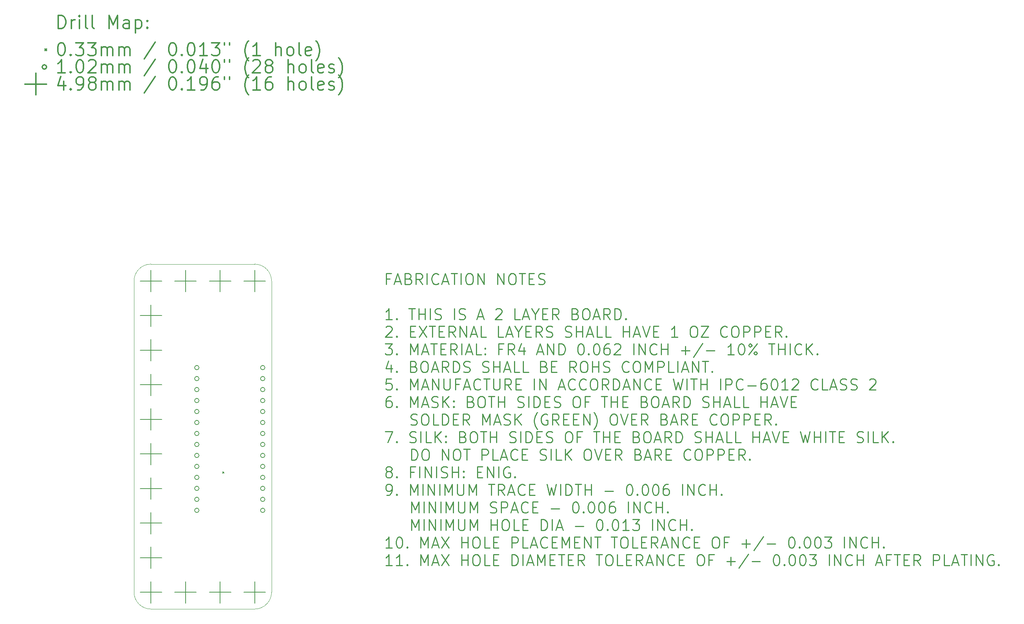
<source format=gbr>
G04 This is an RS-274x file exported by *
G04 gerbv version 2.6.0 *
G04 More information is available about gerbv at *
G04 http://gerbv.gpleda.org/ *
G04 --End of header info--*
%MOIN*%
%FSLAX34Y34*%
%IPPOS*%
G04 --Define apertures--*
%ADD10C,0.0050*%
%ADD11C,0.0079*%
%ADD12C,0.0118*%
%ADD13C,0.0138*%
%ADD14C,0.0016*%
%ADD15C,0.0100*%
G04 --Start main section--*
G54D11*
G01X0016027Y-042205D02*
G01X0016157Y-042335D01*
G01X0016157Y-042205D02*
G01X0016027Y-042335D01*
G01X0013879Y-032723D02*
G75*
G03X0013879Y-032723I-000200J0000000D01*
G01X0013879Y-033723D02*
G75*
G03X0013879Y-033723I-000200J0000000D01*
G01X0013879Y-034723D02*
G75*
G03X0013879Y-034723I-000200J0000000D01*
G01X0013879Y-035723D02*
G75*
G03X0013879Y-035723I-000200J0000000D01*
G01X0013879Y-036723D02*
G75*
G03X0013879Y-036723I-000200J0000000D01*
G01X0013879Y-037723D02*
G75*
G03X0013879Y-037723I-000200J0000000D01*
G01X0013879Y-038723D02*
G75*
G03X0013879Y-038723I-000200J0000000D01*
G01X0013879Y-039723D02*
G75*
G03X0013879Y-039723I-000200J0000000D01*
G01X0013879Y-040723D02*
G75*
G03X0013879Y-040723I-000200J0000000D01*
G01X0013879Y-041723D02*
G75*
G03X0013879Y-041723I-000200J0000000D01*
G01X0013879Y-042723D02*
G75*
G03X0013879Y-042723I-000200J0000000D01*
G01X0013879Y-043723D02*
G75*
G03X0013879Y-043723I-000200J0000000D01*
G01X0013879Y-044723D02*
G75*
G03X0013879Y-044723I-000200J0000000D01*
G01X0013879Y-045723D02*
G75*
G03X0013879Y-045723I-000200J0000000D01*
G01X0019879Y-032723D02*
G75*
G03X0019879Y-032723I-000200J0000000D01*
G01X0019879Y-033723D02*
G75*
G03X0019879Y-033723I-000200J0000000D01*
G01X0019879Y-034723D02*
G75*
G03X0019879Y-034723I-000200J0000000D01*
G01X0019879Y-035723D02*
G75*
G03X0019879Y-035723I-000200J0000000D01*
G01X0019879Y-036723D02*
G75*
G03X0019879Y-036723I-000200J0000000D01*
G01X0019879Y-037723D02*
G75*
G03X0019879Y-037723I-000200J0000000D01*
G01X0019879Y-038723D02*
G75*
G03X0019879Y-038723I-000200J0000000D01*
G01X0019879Y-039723D02*
G75*
G03X0019879Y-039723I-000200J0000000D01*
G01X0019879Y-040723D02*
G75*
G03X0019879Y-040723I-000200J0000000D01*
G01X0019879Y-041723D02*
G75*
G03X0019879Y-041723I-000200J0000000D01*
G01X0019879Y-042723D02*
G75*
G03X0019879Y-042723I-000200J0000000D01*
G01X0019879Y-043723D02*
G75*
G03X0019879Y-043723I-000200J0000000D01*
G01X0019879Y-044723D02*
G75*
G03X0019879Y-044723I-000200J0000000D01*
G01X0019879Y-045723D02*
G75*
G03X0019879Y-045723I-000200J0000000D01*
G01X0009498Y-027002D02*
G01X0009498Y-028963D01*
G01X0008518Y-027983D02*
G01X0010478Y-027983D01*
G01X0009498Y-030152D02*
G01X0009498Y-032113D01*
G01X0008518Y-031132D02*
G01X0010478Y-031132D01*
G01X0009498Y-036451D02*
G01X0009498Y-038412D01*
G01X0008518Y-037432D02*
G01X0010478Y-037432D01*
G01X0009498Y-023853D02*
G01X0009498Y-025813D01*
G01X0008518Y-024833D02*
G01X0010479Y-024833D01*
G01X0009498Y-033302D02*
G01X0009498Y-035262D01*
G01X0008518Y-034282D02*
G01X0010479Y-034282D01*
G01X0009498Y-039601D02*
G01X0009498Y-041562D01*
G01X0008518Y-040581D02*
G01X0010479Y-040581D01*
G01X0009498Y-042751D02*
G01X0009498Y-044711D01*
G01X0008518Y-043731D02*
G01X0010479Y-043731D01*
G01X0009498Y-045900D02*
G01X0009498Y-047861D01*
G01X0008518Y-046880D02*
G01X0010479Y-046880D01*
G01X0009498Y-049050D02*
G01X0009498Y-051010D01*
G01X0008518Y-050030D02*
G01X0010479Y-050030D01*
G01X0009498Y-052199D02*
G01X0009498Y-054160D01*
G01X0008518Y-053180D02*
G01X0010479Y-053180D01*
G01X0012648Y-023853D02*
G01X0012648Y-025813D01*
G01X0011667Y-024833D02*
G01X0013628Y-024833D01*
G01X0012648Y-052199D02*
G01X0012648Y-054160D01*
G01X0011667Y-053180D02*
G01X0013628Y-053180D01*
G01X0015797Y-023853D02*
G01X0015797Y-025813D01*
G01X0014817Y-024833D02*
G01X0016778Y-024833D01*
G01X0015797Y-052199D02*
G01X0015797Y-054160D01*
G01X0014817Y-053180D02*
G01X0016778Y-053180D01*
G01X0018947Y-023853D02*
G01X0018947Y-025813D01*
G01X0017967Y-024833D02*
G01X0019927Y-024833D01*
G01X0018947Y-052199D02*
G01X0018947Y-054160D01*
G01X0017967Y-053180D02*
G01X0019927Y-053180D01*
G54D12*
G01X0001069Y-001834D02*
G01X0001069Y-000652D01*
G01X0001069Y-000652D02*
G01X0001350Y-000652D01*
G01X0001350Y-000652D02*
G01X0001519Y-000709D01*
G01X0001519Y-000709D02*
G01X0001631Y-000821D01*
G01X0001631Y-000821D02*
G01X0001687Y-000934D01*
G01X0001687Y-000934D02*
G01X0001744Y-001159D01*
G01X0001744Y-001159D02*
G01X0001744Y-001327D01*
G01X0001744Y-001327D02*
G01X0001687Y-001552D01*
G01X0001687Y-001552D02*
G01X0001631Y-001665D01*
G01X0001631Y-001665D02*
G01X0001519Y-001777D01*
G01X0001519Y-001777D02*
G01X0001350Y-001834D01*
G01X0001350Y-001834D02*
G01X0001069Y-001834D01*
G01X0002250Y-001834D02*
G01X0002250Y-001046D01*
G01X0002250Y-001271D02*
G01X0002306Y-001159D01*
G01X0002306Y-001159D02*
G01X0002362Y-001102D01*
G01X0002362Y-001102D02*
G01X0002475Y-001046D01*
G01X0002475Y-001046D02*
G01X0002587Y-001046D01*
G01X0002981Y-001834D02*
G01X0002981Y-001046D01*
G01X0002981Y-000652D02*
G01X0002925Y-000709D01*
G01X0002925Y-000709D02*
G01X0002981Y-000765D01*
G01X0002981Y-000765D02*
G01X0003037Y-000709D01*
G01X0003037Y-000709D02*
G01X0002981Y-000652D01*
G01X0002981Y-000652D02*
G01X0002981Y-000765D01*
G01X0003712Y-001834D02*
G01X0003600Y-001777D01*
G01X0003600Y-001777D02*
G01X0003543Y-001665D01*
G01X0003543Y-001665D02*
G01X0003543Y-000652D01*
G01X0004331Y-001834D02*
G01X0004218Y-001777D01*
G01X0004218Y-001777D02*
G01X0004162Y-001665D01*
G01X0004162Y-001665D02*
G01X0004162Y-000652D01*
G01X0005681Y-001834D02*
G01X0005681Y-000652D01*
G01X0005681Y-000652D02*
G01X0006074Y-001496D01*
G01X0006074Y-001496D02*
G01X0006468Y-000652D01*
G01X0006468Y-000652D02*
G01X0006468Y-001834D01*
G01X0007537Y-001834D02*
G01X0007537Y-001215D01*
G01X0007537Y-001215D02*
G01X0007480Y-001102D01*
G01X0007480Y-001102D02*
G01X0007368Y-001046D01*
G01X0007368Y-001046D02*
G01X0007143Y-001046D01*
G01X0007143Y-001046D02*
G01X0007030Y-001102D01*
G01X0007537Y-001777D02*
G01X0007424Y-001834D01*
G01X0007424Y-001834D02*
G01X0007143Y-001834D01*
G01X0007143Y-001834D02*
G01X0007030Y-001777D01*
G01X0007030Y-001777D02*
G01X0006974Y-001665D01*
G01X0006974Y-001665D02*
G01X0006974Y-001552D01*
G01X0006974Y-001552D02*
G01X0007030Y-001440D01*
G01X0007030Y-001440D02*
G01X0007143Y-001384D01*
G01X0007143Y-001384D02*
G01X0007424Y-001384D01*
G01X0007424Y-001384D02*
G01X0007537Y-001327D01*
G01X0008099Y-001046D02*
G01X0008099Y-002227D01*
G01X0008099Y-001102D02*
G01X0008211Y-001046D01*
G01X0008211Y-001046D02*
G01X0008436Y-001046D01*
G01X0008436Y-001046D02*
G01X0008549Y-001102D01*
G01X0008549Y-001102D02*
G01X0008605Y-001159D01*
G01X0008605Y-001159D02*
G01X0008661Y-001271D01*
G01X0008661Y-001271D02*
G01X0008661Y-001609D01*
G01X0008661Y-001609D02*
G01X0008605Y-001721D01*
G01X0008605Y-001721D02*
G01X0008549Y-001777D01*
G01X0008549Y-001777D02*
G01X0008436Y-001834D01*
G01X0008436Y-001834D02*
G01X0008211Y-001834D01*
G01X0008211Y-001834D02*
G01X0008099Y-001777D01*
G01X0009168Y-001721D02*
G01X0009224Y-001777D01*
G01X0009224Y-001777D02*
G01X0009168Y-001834D01*
G01X0009168Y-001834D02*
G01X0009111Y-001777D01*
G01X0009111Y-001777D02*
G01X0009168Y-001721D01*
G01X0009168Y-001721D02*
G01X0009168Y-001834D01*
G01X0009168Y-001102D02*
G01X0009224Y-001159D01*
G01X0009224Y-001159D02*
G01X0009168Y-001215D01*
G01X0009168Y-001215D02*
G01X0009111Y-001159D01*
G01X0009111Y-001159D02*
G01X0009168Y-001102D01*
G01X0009168Y-001102D02*
G01X0009168Y-001215D01*
G01X-000130Y-003715D02*
G01X0000000Y-003845D01*
G01X0000000Y-003715D02*
G01X-000130Y-003845D01*
G01X0001294Y-003133D02*
G01X0001406Y-003133D01*
G01X0001406Y-003133D02*
G01X0001519Y-003189D01*
G01X0001519Y-003189D02*
G01X0001575Y-003245D01*
G01X0001575Y-003245D02*
G01X0001631Y-003358D01*
G01X0001631Y-003358D02*
G01X0001687Y-003583D01*
G01X0001687Y-003583D02*
G01X0001687Y-003864D01*
G01X0001687Y-003864D02*
G01X0001631Y-004089D01*
G01X0001631Y-004089D02*
G01X0001575Y-004201D01*
G01X0001575Y-004201D02*
G01X0001519Y-004258D01*
G01X0001519Y-004258D02*
G01X0001406Y-004314D01*
G01X0001406Y-004314D02*
G01X0001294Y-004314D01*
G01X0001294Y-004314D02*
G01X0001181Y-004258D01*
G01X0001181Y-004258D02*
G01X0001125Y-004201D01*
G01X0001125Y-004201D02*
G01X0001069Y-004089D01*
G01X0001069Y-004089D02*
G01X0001012Y-003864D01*
G01X0001012Y-003864D02*
G01X0001012Y-003583D01*
G01X0001012Y-003583D02*
G01X0001069Y-003358D01*
G01X0001069Y-003358D02*
G01X0001125Y-003245D01*
G01X0001125Y-003245D02*
G01X0001181Y-003189D01*
G01X0001181Y-003189D02*
G01X0001294Y-003133D01*
G01X0002193Y-004201D02*
G01X0002250Y-004258D01*
G01X0002250Y-004258D02*
G01X0002193Y-004314D01*
G01X0002193Y-004314D02*
G01X0002137Y-004258D01*
G01X0002137Y-004258D02*
G01X0002193Y-004201D01*
G01X0002193Y-004201D02*
G01X0002193Y-004314D01*
G01X0002643Y-003133D02*
G01X0003375Y-003133D01*
G01X0003375Y-003133D02*
G01X0002981Y-003583D01*
G01X0002981Y-003583D02*
G01X0003150Y-003583D01*
G01X0003150Y-003583D02*
G01X0003262Y-003639D01*
G01X0003262Y-003639D02*
G01X0003318Y-003695D01*
G01X0003318Y-003695D02*
G01X0003375Y-003808D01*
G01X0003375Y-003808D02*
G01X0003375Y-004089D01*
G01X0003375Y-004089D02*
G01X0003318Y-004201D01*
G01X0003318Y-004201D02*
G01X0003262Y-004258D01*
G01X0003262Y-004258D02*
G01X0003150Y-004314D01*
G01X0003150Y-004314D02*
G01X0002812Y-004314D01*
G01X0002812Y-004314D02*
G01X0002700Y-004258D01*
G01X0002700Y-004258D02*
G01X0002643Y-004201D01*
G01X0003768Y-003133D02*
G01X0004499Y-003133D01*
G01X0004499Y-003133D02*
G01X0004106Y-003583D01*
G01X0004106Y-003583D02*
G01X0004274Y-003583D01*
G01X0004274Y-003583D02*
G01X0004387Y-003639D01*
G01X0004387Y-003639D02*
G01X0004443Y-003695D01*
G01X0004443Y-003695D02*
G01X0004499Y-003808D01*
G01X0004499Y-003808D02*
G01X0004499Y-004089D01*
G01X0004499Y-004089D02*
G01X0004443Y-004201D01*
G01X0004443Y-004201D02*
G01X0004387Y-004258D01*
G01X0004387Y-004258D02*
G01X0004274Y-004314D01*
G01X0004274Y-004314D02*
G01X0003937Y-004314D01*
G01X0003937Y-004314D02*
G01X0003825Y-004258D01*
G01X0003825Y-004258D02*
G01X0003768Y-004201D01*
G01X0005006Y-004314D02*
G01X0005006Y-003526D01*
G01X0005006Y-003639D02*
G01X0005062Y-003583D01*
G01X0005062Y-003583D02*
G01X0005174Y-003526D01*
G01X0005174Y-003526D02*
G01X0005343Y-003526D01*
G01X0005343Y-003526D02*
G01X0005456Y-003583D01*
G01X0005456Y-003583D02*
G01X0005512Y-003695D01*
G01X0005512Y-003695D02*
G01X0005512Y-004314D01*
G01X0005512Y-003695D02*
G01X0005568Y-003583D01*
G01X0005568Y-003583D02*
G01X0005681Y-003526D01*
G01X0005681Y-003526D02*
G01X0005849Y-003526D01*
G01X0005849Y-003526D02*
G01X0005962Y-003583D01*
G01X0005962Y-003583D02*
G01X0006018Y-003695D01*
G01X0006018Y-003695D02*
G01X0006018Y-004314D01*
G01X0006580Y-004314D02*
G01X0006580Y-003526D01*
G01X0006580Y-003639D02*
G01X0006637Y-003583D01*
G01X0006637Y-003583D02*
G01X0006749Y-003526D01*
G01X0006749Y-003526D02*
G01X0006918Y-003526D01*
G01X0006918Y-003526D02*
G01X0007030Y-003583D01*
G01X0007030Y-003583D02*
G01X0007087Y-003695D01*
G01X0007087Y-003695D02*
G01X0007087Y-004314D01*
G01X0007087Y-003695D02*
G01X0007143Y-003583D01*
G01X0007143Y-003583D02*
G01X0007255Y-003526D01*
G01X0007255Y-003526D02*
G01X0007424Y-003526D01*
G01X0007424Y-003526D02*
G01X0007537Y-003583D01*
G01X0007537Y-003583D02*
G01X0007593Y-003695D01*
G01X0007593Y-003695D02*
G01X0007593Y-004314D01*
G01X0009899Y-003076D02*
G01X0008886Y-004595D01*
G01X0011417Y-003133D02*
G01X0011530Y-003133D01*
G01X0011530Y-003133D02*
G01X0011642Y-003189D01*
G01X0011642Y-003189D02*
G01X0011699Y-003245D01*
G01X0011699Y-003245D02*
G01X0011755Y-003358D01*
G01X0011755Y-003358D02*
G01X0011811Y-003583D01*
G01X0011811Y-003583D02*
G01X0011811Y-003864D01*
G01X0011811Y-003864D02*
G01X0011755Y-004089D01*
G01X0011755Y-004089D02*
G01X0011699Y-004201D01*
G01X0011699Y-004201D02*
G01X0011642Y-004258D01*
G01X0011642Y-004258D02*
G01X0011530Y-004314D01*
G01X0011530Y-004314D02*
G01X0011417Y-004314D01*
G01X0011417Y-004314D02*
G01X0011305Y-004258D01*
G01X0011305Y-004258D02*
G01X0011249Y-004201D01*
G01X0011249Y-004201D02*
G01X0011192Y-004089D01*
G01X0011192Y-004089D02*
G01X0011136Y-003864D01*
G01X0011136Y-003864D02*
G01X0011136Y-003583D01*
G01X0011136Y-003583D02*
G01X0011192Y-003358D01*
G01X0011192Y-003358D02*
G01X0011249Y-003245D01*
G01X0011249Y-003245D02*
G01X0011305Y-003189D01*
G01X0011305Y-003189D02*
G01X0011417Y-003133D01*
G01X0012317Y-004201D02*
G01X0012373Y-004258D01*
G01X0012373Y-004258D02*
G01X0012317Y-004314D01*
G01X0012317Y-004314D02*
G01X0012261Y-004258D01*
G01X0012261Y-004258D02*
G01X0012317Y-004201D01*
G01X0012317Y-004201D02*
G01X0012317Y-004314D01*
G01X0013105Y-003133D02*
G01X0013217Y-003133D01*
G01X0013217Y-003133D02*
G01X0013330Y-003189D01*
G01X0013330Y-003189D02*
G01X0013386Y-003245D01*
G01X0013386Y-003245D02*
G01X0013442Y-003358D01*
G01X0013442Y-003358D02*
G01X0013498Y-003583D01*
G01X0013498Y-003583D02*
G01X0013498Y-003864D01*
G01X0013498Y-003864D02*
G01X0013442Y-004089D01*
G01X0013442Y-004089D02*
G01X0013386Y-004201D01*
G01X0013386Y-004201D02*
G01X0013330Y-004258D01*
G01X0013330Y-004258D02*
G01X0013217Y-004314D01*
G01X0013217Y-004314D02*
G01X0013105Y-004314D01*
G01X0013105Y-004314D02*
G01X0012992Y-004258D01*
G01X0012992Y-004258D02*
G01X0012936Y-004201D01*
G01X0012936Y-004201D02*
G01X0012880Y-004089D01*
G01X0012880Y-004089D02*
G01X0012823Y-003864D01*
G01X0012823Y-003864D02*
G01X0012823Y-003583D01*
G01X0012823Y-003583D02*
G01X0012880Y-003358D01*
G01X0012880Y-003358D02*
G01X0012936Y-003245D01*
G01X0012936Y-003245D02*
G01X0012992Y-003189D01*
G01X0012992Y-003189D02*
G01X0013105Y-003133D01*
G01X0014623Y-004314D02*
G01X0013948Y-004314D01*
G01X0014286Y-004314D02*
G01X0014286Y-003133D01*
G01X0014286Y-003133D02*
G01X0014173Y-003301D01*
G01X0014173Y-003301D02*
G01X0014061Y-003414D01*
G01X0014061Y-003414D02*
G01X0013948Y-003470D01*
G01X0015017Y-003133D02*
G01X0015748Y-003133D01*
G01X0015748Y-003133D02*
G01X0015354Y-003583D01*
G01X0015354Y-003583D02*
G01X0015523Y-003583D01*
G01X0015523Y-003583D02*
G01X0015636Y-003639D01*
G01X0015636Y-003639D02*
G01X0015692Y-003695D01*
G01X0015692Y-003695D02*
G01X0015748Y-003808D01*
G01X0015748Y-003808D02*
G01X0015748Y-004089D01*
G01X0015748Y-004089D02*
G01X0015692Y-004201D01*
G01X0015692Y-004201D02*
G01X0015636Y-004258D01*
G01X0015636Y-004258D02*
G01X0015523Y-004314D01*
G01X0015523Y-004314D02*
G01X0015186Y-004314D01*
G01X0015186Y-004314D02*
G01X0015073Y-004258D01*
G01X0015073Y-004258D02*
G01X0015017Y-004201D01*
G01X0016198Y-003133D02*
G01X0016198Y-003358D01*
G01X0016648Y-003133D02*
G01X0016648Y-003358D01*
G01X0018391Y-004764D02*
G01X0018335Y-004708D01*
G01X0018335Y-004708D02*
G01X0018223Y-004539D01*
G01X0018223Y-004539D02*
G01X0018166Y-004426D01*
G01X0018166Y-004426D02*
G01X0018110Y-004258D01*
G01X0018110Y-004258D02*
G01X0018054Y-003976D01*
G01X0018054Y-003976D02*
G01X0018054Y-003751D01*
G01X0018054Y-003751D02*
G01X0018110Y-003470D01*
G01X0018110Y-003470D02*
G01X0018166Y-003301D01*
G01X0018166Y-003301D02*
G01X0018223Y-003189D01*
G01X0018223Y-003189D02*
G01X0018335Y-003020D01*
G01X0018335Y-003020D02*
G01X0018391Y-002964D01*
G01X0019460Y-004314D02*
G01X0018785Y-004314D01*
G01X0019123Y-004314D02*
G01X0019123Y-003133D01*
G01X0019123Y-003133D02*
G01X0019010Y-003301D01*
G01X0019010Y-003301D02*
G01X0018898Y-003414D01*
G01X0018898Y-003414D02*
G01X0018785Y-003470D01*
G01X0020866Y-004314D02*
G01X0020866Y-003133D01*
G01X0021372Y-004314D02*
G01X0021372Y-003695D01*
G01X0021372Y-003695D02*
G01X0021316Y-003583D01*
G01X0021316Y-003583D02*
G01X0021204Y-003526D01*
G01X0021204Y-003526D02*
G01X0021035Y-003526D01*
G01X0021035Y-003526D02*
G01X0020922Y-003583D01*
G01X0020922Y-003583D02*
G01X0020866Y-003639D01*
G01X0022103Y-004314D02*
G01X0021991Y-004258D01*
G01X0021991Y-004258D02*
G01X0021935Y-004201D01*
G01X0021935Y-004201D02*
G01X0021879Y-004089D01*
G01X0021879Y-004089D02*
G01X0021879Y-003751D01*
G01X0021879Y-003751D02*
G01X0021935Y-003639D01*
G01X0021935Y-003639D02*
G01X0021991Y-003583D01*
G01X0021991Y-003583D02*
G01X0022103Y-003526D01*
G01X0022103Y-003526D02*
G01X0022272Y-003526D01*
G01X0022272Y-003526D02*
G01X0022385Y-003583D01*
G01X0022385Y-003583D02*
G01X0022441Y-003639D01*
G01X0022441Y-003639D02*
G01X0022497Y-003751D01*
G01X0022497Y-003751D02*
G01X0022497Y-004089D01*
G01X0022497Y-004089D02*
G01X0022441Y-004201D01*
G01X0022441Y-004201D02*
G01X0022385Y-004258D01*
G01X0022385Y-004258D02*
G01X0022272Y-004314D01*
G01X0022272Y-004314D02*
G01X0022103Y-004314D01*
G01X0023172Y-004314D02*
G01X0023060Y-004258D01*
G01X0023060Y-004258D02*
G01X0023003Y-004145D01*
G01X0023003Y-004145D02*
G01X0023003Y-003133D01*
G01X0024072Y-004258D02*
G01X0023960Y-004314D01*
G01X0023960Y-004314D02*
G01X0023735Y-004314D01*
G01X0023735Y-004314D02*
G01X0023622Y-004258D01*
G01X0023622Y-004258D02*
G01X0023566Y-004145D01*
G01X0023566Y-004145D02*
G01X0023566Y-003695D01*
G01X0023566Y-003695D02*
G01X0023622Y-003583D01*
G01X0023622Y-003583D02*
G01X0023735Y-003526D01*
G01X0023735Y-003526D02*
G01X0023960Y-003526D01*
G01X0023960Y-003526D02*
G01X0024072Y-003583D01*
G01X0024072Y-003583D02*
G01X0024128Y-003695D01*
G01X0024128Y-003695D02*
G01X0024128Y-003808D01*
G01X0024128Y-003808D02*
G01X0023566Y-003920D01*
G01X0024522Y-004764D02*
G01X0024578Y-004708D01*
G01X0024578Y-004708D02*
G01X0024691Y-004539D01*
G01X0024691Y-004539D02*
G01X0024747Y-004426D01*
G01X0024747Y-004426D02*
G01X0024803Y-004258D01*
G01X0024803Y-004258D02*
G01X0024859Y-003976D01*
G01X0024859Y-003976D02*
G01X0024859Y-003751D01*
G01X0024859Y-003751D02*
G01X0024803Y-003470D01*
G01X0024803Y-003470D02*
G01X0024747Y-003301D01*
G01X0024747Y-003301D02*
G01X0024691Y-003189D01*
G01X0024691Y-003189D02*
G01X0024578Y-003020D01*
G01X0024578Y-003020D02*
G01X0024522Y-002964D01*
G01X0000000Y-005339D02*
G75*
G03X0000000Y-005339I-000200J0000000D01*
G01X0001687Y-005873D02*
G01X0001012Y-005873D01*
G01X0001350Y-005873D02*
G01X0001350Y-004692D01*
G01X0001350Y-004692D02*
G01X0001237Y-004861D01*
G01X0001237Y-004861D02*
G01X0001125Y-004973D01*
G01X0001125Y-004973D02*
G01X0001012Y-005029D01*
G01X0002193Y-005760D02*
G01X0002250Y-005817D01*
G01X0002250Y-005817D02*
G01X0002193Y-005873D01*
G01X0002193Y-005873D02*
G01X0002137Y-005817D01*
G01X0002137Y-005817D02*
G01X0002193Y-005760D01*
G01X0002193Y-005760D02*
G01X0002193Y-005873D01*
G01X0002981Y-004692D02*
G01X0003093Y-004692D01*
G01X0003093Y-004692D02*
G01X0003206Y-004748D01*
G01X0003206Y-004748D02*
G01X0003262Y-004804D01*
G01X0003262Y-004804D02*
G01X0003318Y-004917D01*
G01X0003318Y-004917D02*
G01X0003375Y-005142D01*
G01X0003375Y-005142D02*
G01X0003375Y-005423D01*
G01X0003375Y-005423D02*
G01X0003318Y-005648D01*
G01X0003318Y-005648D02*
G01X0003262Y-005760D01*
G01X0003262Y-005760D02*
G01X0003206Y-005817D01*
G01X0003206Y-005817D02*
G01X0003093Y-005873D01*
G01X0003093Y-005873D02*
G01X0002981Y-005873D01*
G01X0002981Y-005873D02*
G01X0002868Y-005817D01*
G01X0002868Y-005817D02*
G01X0002812Y-005760D01*
G01X0002812Y-005760D02*
G01X0002756Y-005648D01*
G01X0002756Y-005648D02*
G01X0002700Y-005423D01*
G01X0002700Y-005423D02*
G01X0002700Y-005142D01*
G01X0002700Y-005142D02*
G01X0002756Y-004917D01*
G01X0002756Y-004917D02*
G01X0002812Y-004804D01*
G01X0002812Y-004804D02*
G01X0002868Y-004748D01*
G01X0002868Y-004748D02*
G01X0002981Y-004692D01*
G01X0003825Y-004804D02*
G01X0003881Y-004748D01*
G01X0003881Y-004748D02*
G01X0003993Y-004692D01*
G01X0003993Y-004692D02*
G01X0004274Y-004692D01*
G01X0004274Y-004692D02*
G01X0004387Y-004748D01*
G01X0004387Y-004748D02*
G01X0004443Y-004804D01*
G01X0004443Y-004804D02*
G01X0004499Y-004917D01*
G01X0004499Y-004917D02*
G01X0004499Y-005029D01*
G01X0004499Y-005029D02*
G01X0004443Y-005198D01*
G01X0004443Y-005198D02*
G01X0003768Y-005873D01*
G01X0003768Y-005873D02*
G01X0004499Y-005873D01*
G01X0005006Y-005873D02*
G01X0005006Y-005085D01*
G01X0005006Y-005198D02*
G01X0005062Y-005142D01*
G01X0005062Y-005142D02*
G01X0005174Y-005085D01*
G01X0005174Y-005085D02*
G01X0005343Y-005085D01*
G01X0005343Y-005085D02*
G01X0005456Y-005142D01*
G01X0005456Y-005142D02*
G01X0005512Y-005254D01*
G01X0005512Y-005254D02*
G01X0005512Y-005873D01*
G01X0005512Y-005254D02*
G01X0005568Y-005142D01*
G01X0005568Y-005142D02*
G01X0005681Y-005085D01*
G01X0005681Y-005085D02*
G01X0005849Y-005085D01*
G01X0005849Y-005085D02*
G01X0005962Y-005142D01*
G01X0005962Y-005142D02*
G01X0006018Y-005254D01*
G01X0006018Y-005254D02*
G01X0006018Y-005873D01*
G01X0006580Y-005873D02*
G01X0006580Y-005085D01*
G01X0006580Y-005198D02*
G01X0006637Y-005142D01*
G01X0006637Y-005142D02*
G01X0006749Y-005085D01*
G01X0006749Y-005085D02*
G01X0006918Y-005085D01*
G01X0006918Y-005085D02*
G01X0007030Y-005142D01*
G01X0007030Y-005142D02*
G01X0007087Y-005254D01*
G01X0007087Y-005254D02*
G01X0007087Y-005873D01*
G01X0007087Y-005254D02*
G01X0007143Y-005142D01*
G01X0007143Y-005142D02*
G01X0007255Y-005085D01*
G01X0007255Y-005085D02*
G01X0007424Y-005085D01*
G01X0007424Y-005085D02*
G01X0007537Y-005142D01*
G01X0007537Y-005142D02*
G01X0007593Y-005254D01*
G01X0007593Y-005254D02*
G01X0007593Y-005873D01*
G01X0009899Y-004636D02*
G01X0008886Y-006154D01*
G01X0011417Y-004692D02*
G01X0011530Y-004692D01*
G01X0011530Y-004692D02*
G01X0011642Y-004748D01*
G01X0011642Y-004748D02*
G01X0011699Y-004804D01*
G01X0011699Y-004804D02*
G01X0011755Y-004917D01*
G01X0011755Y-004917D02*
G01X0011811Y-005142D01*
G01X0011811Y-005142D02*
G01X0011811Y-005423D01*
G01X0011811Y-005423D02*
G01X0011755Y-005648D01*
G01X0011755Y-005648D02*
G01X0011699Y-005760D01*
G01X0011699Y-005760D02*
G01X0011642Y-005817D01*
G01X0011642Y-005817D02*
G01X0011530Y-005873D01*
G01X0011530Y-005873D02*
G01X0011417Y-005873D01*
G01X0011417Y-005873D02*
G01X0011305Y-005817D01*
G01X0011305Y-005817D02*
G01X0011249Y-005760D01*
G01X0011249Y-005760D02*
G01X0011192Y-005648D01*
G01X0011192Y-005648D02*
G01X0011136Y-005423D01*
G01X0011136Y-005423D02*
G01X0011136Y-005142D01*
G01X0011136Y-005142D02*
G01X0011192Y-004917D01*
G01X0011192Y-004917D02*
G01X0011249Y-004804D01*
G01X0011249Y-004804D02*
G01X0011305Y-004748D01*
G01X0011305Y-004748D02*
G01X0011417Y-004692D01*
G01X0012317Y-005760D02*
G01X0012373Y-005817D01*
G01X0012373Y-005817D02*
G01X0012317Y-005873D01*
G01X0012317Y-005873D02*
G01X0012261Y-005817D01*
G01X0012261Y-005817D02*
G01X0012317Y-005760D01*
G01X0012317Y-005760D02*
G01X0012317Y-005873D01*
G01X0013105Y-004692D02*
G01X0013217Y-004692D01*
G01X0013217Y-004692D02*
G01X0013330Y-004748D01*
G01X0013330Y-004748D02*
G01X0013386Y-004804D01*
G01X0013386Y-004804D02*
G01X0013442Y-004917D01*
G01X0013442Y-004917D02*
G01X0013498Y-005142D01*
G01X0013498Y-005142D02*
G01X0013498Y-005423D01*
G01X0013498Y-005423D02*
G01X0013442Y-005648D01*
G01X0013442Y-005648D02*
G01X0013386Y-005760D01*
G01X0013386Y-005760D02*
G01X0013330Y-005817D01*
G01X0013330Y-005817D02*
G01X0013217Y-005873D01*
G01X0013217Y-005873D02*
G01X0013105Y-005873D01*
G01X0013105Y-005873D02*
G01X0012992Y-005817D01*
G01X0012992Y-005817D02*
G01X0012936Y-005760D01*
G01X0012936Y-005760D02*
G01X0012880Y-005648D01*
G01X0012880Y-005648D02*
G01X0012823Y-005423D01*
G01X0012823Y-005423D02*
G01X0012823Y-005142D01*
G01X0012823Y-005142D02*
G01X0012880Y-004917D01*
G01X0012880Y-004917D02*
G01X0012936Y-004804D01*
G01X0012936Y-004804D02*
G01X0012992Y-004748D01*
G01X0012992Y-004748D02*
G01X0013105Y-004692D01*
G01X0014511Y-005085D02*
G01X0014511Y-005873D01*
G01X0014229Y-004636D02*
G01X0013948Y-005479D01*
G01X0013948Y-005479D02*
G01X0014679Y-005479D01*
G01X0015354Y-004692D02*
G01X0015467Y-004692D01*
G01X0015467Y-004692D02*
G01X0015579Y-004748D01*
G01X0015579Y-004748D02*
G01X0015636Y-004804D01*
G01X0015636Y-004804D02*
G01X0015692Y-004917D01*
G01X0015692Y-004917D02*
G01X0015748Y-005142D01*
G01X0015748Y-005142D02*
G01X0015748Y-005423D01*
G01X0015748Y-005423D02*
G01X0015692Y-005648D01*
G01X0015692Y-005648D02*
G01X0015636Y-005760D01*
G01X0015636Y-005760D02*
G01X0015579Y-005817D01*
G01X0015579Y-005817D02*
G01X0015467Y-005873D01*
G01X0015467Y-005873D02*
G01X0015354Y-005873D01*
G01X0015354Y-005873D02*
G01X0015242Y-005817D01*
G01X0015242Y-005817D02*
G01X0015186Y-005760D01*
G01X0015186Y-005760D02*
G01X0015129Y-005648D01*
G01X0015129Y-005648D02*
G01X0015073Y-005423D01*
G01X0015073Y-005423D02*
G01X0015073Y-005142D01*
G01X0015073Y-005142D02*
G01X0015129Y-004917D01*
G01X0015129Y-004917D02*
G01X0015186Y-004804D01*
G01X0015186Y-004804D02*
G01X0015242Y-004748D01*
G01X0015242Y-004748D02*
G01X0015354Y-004692D01*
G01X0016198Y-004692D02*
G01X0016198Y-004917D01*
G01X0016648Y-004692D02*
G01X0016648Y-004917D01*
G01X0018391Y-006323D02*
G01X0018335Y-006267D01*
G01X0018335Y-006267D02*
G01X0018223Y-006098D01*
G01X0018223Y-006098D02*
G01X0018166Y-005985D01*
G01X0018166Y-005985D02*
G01X0018110Y-005817D01*
G01X0018110Y-005817D02*
G01X0018054Y-005535D01*
G01X0018054Y-005535D02*
G01X0018054Y-005310D01*
G01X0018054Y-005310D02*
G01X0018110Y-005029D01*
G01X0018110Y-005029D02*
G01X0018166Y-004861D01*
G01X0018166Y-004861D02*
G01X0018223Y-004748D01*
G01X0018223Y-004748D02*
G01X0018335Y-004579D01*
G01X0018335Y-004579D02*
G01X0018391Y-004523D01*
G01X0018785Y-004804D02*
G01X0018841Y-004748D01*
G01X0018841Y-004748D02*
G01X0018954Y-004692D01*
G01X0018954Y-004692D02*
G01X0019235Y-004692D01*
G01X0019235Y-004692D02*
G01X0019348Y-004748D01*
G01X0019348Y-004748D02*
G01X0019404Y-004804D01*
G01X0019404Y-004804D02*
G01X0019460Y-004917D01*
G01X0019460Y-004917D02*
G01X0019460Y-005029D01*
G01X0019460Y-005029D02*
G01X0019404Y-005198D01*
G01X0019404Y-005198D02*
G01X0018729Y-005873D01*
G01X0018729Y-005873D02*
G01X0019460Y-005873D01*
G01X0020135Y-005198D02*
G01X0020022Y-005142D01*
G01X0020022Y-005142D02*
G01X0019966Y-005085D01*
G01X0019966Y-005085D02*
G01X0019910Y-004973D01*
G01X0019910Y-004973D02*
G01X0019910Y-004917D01*
G01X0019910Y-004917D02*
G01X0019966Y-004804D01*
G01X0019966Y-004804D02*
G01X0020022Y-004748D01*
G01X0020022Y-004748D02*
G01X0020135Y-004692D01*
G01X0020135Y-004692D02*
G01X0020360Y-004692D01*
G01X0020360Y-004692D02*
G01X0020472Y-004748D01*
G01X0020472Y-004748D02*
G01X0020529Y-004804D01*
G01X0020529Y-004804D02*
G01X0020585Y-004917D01*
G01X0020585Y-004917D02*
G01X0020585Y-004973D01*
G01X0020585Y-004973D02*
G01X0020529Y-005085D01*
G01X0020529Y-005085D02*
G01X0020472Y-005142D01*
G01X0020472Y-005142D02*
G01X0020360Y-005198D01*
G01X0020360Y-005198D02*
G01X0020135Y-005198D01*
G01X0020135Y-005198D02*
G01X0020022Y-005254D01*
G01X0020022Y-005254D02*
G01X0019966Y-005310D01*
G01X0019966Y-005310D02*
G01X0019910Y-005423D01*
G01X0019910Y-005423D02*
G01X0019910Y-005648D01*
G01X0019910Y-005648D02*
G01X0019966Y-005760D01*
G01X0019966Y-005760D02*
G01X0020022Y-005817D01*
G01X0020022Y-005817D02*
G01X0020135Y-005873D01*
G01X0020135Y-005873D02*
G01X0020360Y-005873D01*
G01X0020360Y-005873D02*
G01X0020472Y-005817D01*
G01X0020472Y-005817D02*
G01X0020529Y-005760D01*
G01X0020529Y-005760D02*
G01X0020585Y-005648D01*
G01X0020585Y-005648D02*
G01X0020585Y-005423D01*
G01X0020585Y-005423D02*
G01X0020529Y-005310D01*
G01X0020529Y-005310D02*
G01X0020472Y-005254D01*
G01X0020472Y-005254D02*
G01X0020360Y-005198D01*
G01X0021991Y-005873D02*
G01X0021991Y-004692D01*
G01X0022497Y-005873D02*
G01X0022497Y-005254D01*
G01X0022497Y-005254D02*
G01X0022441Y-005142D01*
G01X0022441Y-005142D02*
G01X0022328Y-005085D01*
G01X0022328Y-005085D02*
G01X0022160Y-005085D01*
G01X0022160Y-005085D02*
G01X0022047Y-005142D01*
G01X0022047Y-005142D02*
G01X0021991Y-005198D01*
G01X0023228Y-005873D02*
G01X0023116Y-005817D01*
G01X0023116Y-005817D02*
G01X0023060Y-005760D01*
G01X0023060Y-005760D02*
G01X0023003Y-005648D01*
G01X0023003Y-005648D02*
G01X0023003Y-005310D01*
G01X0023003Y-005310D02*
G01X0023060Y-005198D01*
G01X0023060Y-005198D02*
G01X0023116Y-005142D01*
G01X0023116Y-005142D02*
G01X0023228Y-005085D01*
G01X0023228Y-005085D02*
G01X0023397Y-005085D01*
G01X0023397Y-005085D02*
G01X0023510Y-005142D01*
G01X0023510Y-005142D02*
G01X0023566Y-005198D01*
G01X0023566Y-005198D02*
G01X0023622Y-005310D01*
G01X0023622Y-005310D02*
G01X0023622Y-005648D01*
G01X0023622Y-005648D02*
G01X0023566Y-005760D01*
G01X0023566Y-005760D02*
G01X0023510Y-005817D01*
G01X0023510Y-005817D02*
G01X0023397Y-005873D01*
G01X0023397Y-005873D02*
G01X0023228Y-005873D01*
G01X0024297Y-005873D02*
G01X0024184Y-005817D01*
G01X0024184Y-005817D02*
G01X0024128Y-005704D01*
G01X0024128Y-005704D02*
G01X0024128Y-004692D01*
G01X0025197Y-005817D02*
G01X0025084Y-005873D01*
G01X0025084Y-005873D02*
G01X0024859Y-005873D01*
G01X0024859Y-005873D02*
G01X0024747Y-005817D01*
G01X0024747Y-005817D02*
G01X0024691Y-005704D01*
G01X0024691Y-005704D02*
G01X0024691Y-005254D01*
G01X0024691Y-005254D02*
G01X0024747Y-005142D01*
G01X0024747Y-005142D02*
G01X0024859Y-005085D01*
G01X0024859Y-005085D02*
G01X0025084Y-005085D01*
G01X0025084Y-005085D02*
G01X0025197Y-005142D01*
G01X0025197Y-005142D02*
G01X0025253Y-005254D01*
G01X0025253Y-005254D02*
G01X0025253Y-005367D01*
G01X0025253Y-005367D02*
G01X0024691Y-005479D01*
G01X0025703Y-005817D02*
G01X0025816Y-005873D01*
G01X0025816Y-005873D02*
G01X0026040Y-005873D01*
G01X0026040Y-005873D02*
G01X0026153Y-005817D01*
G01X0026153Y-005817D02*
G01X0026209Y-005704D01*
G01X0026209Y-005704D02*
G01X0026209Y-005648D01*
G01X0026209Y-005648D02*
G01X0026153Y-005535D01*
G01X0026153Y-005535D02*
G01X0026040Y-005479D01*
G01X0026040Y-005479D02*
G01X0025872Y-005479D01*
G01X0025872Y-005479D02*
G01X0025759Y-005423D01*
G01X0025759Y-005423D02*
G01X0025703Y-005310D01*
G01X0025703Y-005310D02*
G01X0025703Y-005254D01*
G01X0025703Y-005254D02*
G01X0025759Y-005142D01*
G01X0025759Y-005142D02*
G01X0025872Y-005085D01*
G01X0025872Y-005085D02*
G01X0026040Y-005085D01*
G01X0026040Y-005085D02*
G01X0026153Y-005142D01*
G01X0026603Y-006323D02*
G01X0026659Y-006267D01*
G01X0026659Y-006267D02*
G01X0026772Y-006098D01*
G01X0026772Y-006098D02*
G01X0026828Y-005985D01*
G01X0026828Y-005985D02*
G01X0026884Y-005817D01*
G01X0026884Y-005817D02*
G01X0026940Y-005535D01*
G01X0026940Y-005535D02*
G01X0026940Y-005310D01*
G01X0026940Y-005310D02*
G01X0026884Y-005029D01*
G01X0026884Y-005029D02*
G01X0026828Y-004861D01*
G01X0026828Y-004861D02*
G01X0026772Y-004748D01*
G01X0026772Y-004748D02*
G01X0026659Y-004579D01*
G01X0026659Y-004579D02*
G01X0026603Y-004523D01*
G01X-000980Y-005917D02*
G01X-000980Y-007878D01*
G01X-001961Y-006898D02*
G01X0000000Y-006898D01*
G01X0001575Y-006645D02*
G01X0001575Y-007432D01*
G01X0001294Y-006195D02*
G01X0001012Y-007038D01*
G01X0001012Y-007038D02*
G01X0001744Y-007038D01*
G01X0002193Y-007319D02*
G01X0002250Y-007376D01*
G01X0002250Y-007376D02*
G01X0002193Y-007432D01*
G01X0002193Y-007432D02*
G01X0002137Y-007376D01*
G01X0002137Y-007376D02*
G01X0002193Y-007319D01*
G01X0002193Y-007319D02*
G01X0002193Y-007432D01*
G01X0002812Y-007432D02*
G01X0003037Y-007432D01*
G01X0003037Y-007432D02*
G01X0003150Y-007376D01*
G01X0003150Y-007376D02*
G01X0003206Y-007319D01*
G01X0003206Y-007319D02*
G01X0003318Y-007151D01*
G01X0003318Y-007151D02*
G01X0003375Y-006926D01*
G01X0003375Y-006926D02*
G01X0003375Y-006476D01*
G01X0003375Y-006476D02*
G01X0003318Y-006363D01*
G01X0003318Y-006363D02*
G01X0003262Y-006307D01*
G01X0003262Y-006307D02*
G01X0003150Y-006251D01*
G01X0003150Y-006251D02*
G01X0002925Y-006251D01*
G01X0002925Y-006251D02*
G01X0002812Y-006307D01*
G01X0002812Y-006307D02*
G01X0002756Y-006363D01*
G01X0002756Y-006363D02*
G01X0002700Y-006476D01*
G01X0002700Y-006476D02*
G01X0002700Y-006757D01*
G01X0002700Y-006757D02*
G01X0002756Y-006870D01*
G01X0002756Y-006870D02*
G01X0002812Y-006926D01*
G01X0002812Y-006926D02*
G01X0002925Y-006982D01*
G01X0002925Y-006982D02*
G01X0003150Y-006982D01*
G01X0003150Y-006982D02*
G01X0003262Y-006926D01*
G01X0003262Y-006926D02*
G01X0003318Y-006870D01*
G01X0003318Y-006870D02*
G01X0003375Y-006757D01*
G01X0004049Y-006757D02*
G01X0003937Y-006701D01*
G01X0003937Y-006701D02*
G01X0003881Y-006645D01*
G01X0003881Y-006645D02*
G01X0003825Y-006532D01*
G01X0003825Y-006532D02*
G01X0003825Y-006476D01*
G01X0003825Y-006476D02*
G01X0003881Y-006363D01*
G01X0003881Y-006363D02*
G01X0003937Y-006307D01*
G01X0003937Y-006307D02*
G01X0004049Y-006251D01*
G01X0004049Y-006251D02*
G01X0004274Y-006251D01*
G01X0004274Y-006251D02*
G01X0004387Y-006307D01*
G01X0004387Y-006307D02*
G01X0004443Y-006363D01*
G01X0004443Y-006363D02*
G01X0004499Y-006476D01*
G01X0004499Y-006476D02*
G01X0004499Y-006532D01*
G01X0004499Y-006532D02*
G01X0004443Y-006645D01*
G01X0004443Y-006645D02*
G01X0004387Y-006701D01*
G01X0004387Y-006701D02*
G01X0004274Y-006757D01*
G01X0004274Y-006757D02*
G01X0004049Y-006757D01*
G01X0004049Y-006757D02*
G01X0003937Y-006813D01*
G01X0003937Y-006813D02*
G01X0003881Y-006870D01*
G01X0003881Y-006870D02*
G01X0003825Y-006982D01*
G01X0003825Y-006982D02*
G01X0003825Y-007207D01*
G01X0003825Y-007207D02*
G01X0003881Y-007319D01*
G01X0003881Y-007319D02*
G01X0003937Y-007376D01*
G01X0003937Y-007376D02*
G01X0004049Y-007432D01*
G01X0004049Y-007432D02*
G01X0004274Y-007432D01*
G01X0004274Y-007432D02*
G01X0004387Y-007376D01*
G01X0004387Y-007376D02*
G01X0004443Y-007319D01*
G01X0004443Y-007319D02*
G01X0004499Y-007207D01*
G01X0004499Y-007207D02*
G01X0004499Y-006982D01*
G01X0004499Y-006982D02*
G01X0004443Y-006870D01*
G01X0004443Y-006870D02*
G01X0004387Y-006813D01*
G01X0004387Y-006813D02*
G01X0004274Y-006757D01*
G01X0005006Y-007432D02*
G01X0005006Y-006645D01*
G01X0005006Y-006757D02*
G01X0005062Y-006701D01*
G01X0005062Y-006701D02*
G01X0005174Y-006645D01*
G01X0005174Y-006645D02*
G01X0005343Y-006645D01*
G01X0005343Y-006645D02*
G01X0005456Y-006701D01*
G01X0005456Y-006701D02*
G01X0005512Y-006813D01*
G01X0005512Y-006813D02*
G01X0005512Y-007432D01*
G01X0005512Y-006813D02*
G01X0005568Y-006701D01*
G01X0005568Y-006701D02*
G01X0005681Y-006645D01*
G01X0005681Y-006645D02*
G01X0005849Y-006645D01*
G01X0005849Y-006645D02*
G01X0005962Y-006701D01*
G01X0005962Y-006701D02*
G01X0006018Y-006813D01*
G01X0006018Y-006813D02*
G01X0006018Y-007432D01*
G01X0006580Y-007432D02*
G01X0006580Y-006645D01*
G01X0006580Y-006757D02*
G01X0006637Y-006701D01*
G01X0006637Y-006701D02*
G01X0006749Y-006645D01*
G01X0006749Y-006645D02*
G01X0006918Y-006645D01*
G01X0006918Y-006645D02*
G01X0007030Y-006701D01*
G01X0007030Y-006701D02*
G01X0007087Y-006813D01*
G01X0007087Y-006813D02*
G01X0007087Y-007432D01*
G01X0007087Y-006813D02*
G01X0007143Y-006701D01*
G01X0007143Y-006701D02*
G01X0007255Y-006645D01*
G01X0007255Y-006645D02*
G01X0007424Y-006645D01*
G01X0007424Y-006645D02*
G01X0007537Y-006701D01*
G01X0007537Y-006701D02*
G01X0007593Y-006813D01*
G01X0007593Y-006813D02*
G01X0007593Y-007432D01*
G01X0009899Y-006195D02*
G01X0008886Y-007713D01*
G01X0011417Y-006251D02*
G01X0011530Y-006251D01*
G01X0011530Y-006251D02*
G01X0011642Y-006307D01*
G01X0011642Y-006307D02*
G01X0011699Y-006363D01*
G01X0011699Y-006363D02*
G01X0011755Y-006476D01*
G01X0011755Y-006476D02*
G01X0011811Y-006701D01*
G01X0011811Y-006701D02*
G01X0011811Y-006982D01*
G01X0011811Y-006982D02*
G01X0011755Y-007207D01*
G01X0011755Y-007207D02*
G01X0011699Y-007319D01*
G01X0011699Y-007319D02*
G01X0011642Y-007376D01*
G01X0011642Y-007376D02*
G01X0011530Y-007432D01*
G01X0011530Y-007432D02*
G01X0011417Y-007432D01*
G01X0011417Y-007432D02*
G01X0011305Y-007376D01*
G01X0011305Y-007376D02*
G01X0011249Y-007319D01*
G01X0011249Y-007319D02*
G01X0011192Y-007207D01*
G01X0011192Y-007207D02*
G01X0011136Y-006982D01*
G01X0011136Y-006982D02*
G01X0011136Y-006701D01*
G01X0011136Y-006701D02*
G01X0011192Y-006476D01*
G01X0011192Y-006476D02*
G01X0011249Y-006363D01*
G01X0011249Y-006363D02*
G01X0011305Y-006307D01*
G01X0011305Y-006307D02*
G01X0011417Y-006251D01*
G01X0012317Y-007319D02*
G01X0012373Y-007376D01*
G01X0012373Y-007376D02*
G01X0012317Y-007432D01*
G01X0012317Y-007432D02*
G01X0012261Y-007376D01*
G01X0012261Y-007376D02*
G01X0012317Y-007319D01*
G01X0012317Y-007319D02*
G01X0012317Y-007432D01*
G01X0013498Y-007432D02*
G01X0012823Y-007432D01*
G01X0013161Y-007432D02*
G01X0013161Y-006251D01*
G01X0013161Y-006251D02*
G01X0013048Y-006420D01*
G01X0013048Y-006420D02*
G01X0012936Y-006532D01*
G01X0012936Y-006532D02*
G01X0012823Y-006588D01*
G01X0014061Y-007432D02*
G01X0014286Y-007432D01*
G01X0014286Y-007432D02*
G01X0014398Y-007376D01*
G01X0014398Y-007376D02*
G01X0014454Y-007319D01*
G01X0014454Y-007319D02*
G01X0014567Y-007151D01*
G01X0014567Y-007151D02*
G01X0014623Y-006926D01*
G01X0014623Y-006926D02*
G01X0014623Y-006476D01*
G01X0014623Y-006476D02*
G01X0014567Y-006363D01*
G01X0014567Y-006363D02*
G01X0014511Y-006307D01*
G01X0014511Y-006307D02*
G01X0014398Y-006251D01*
G01X0014398Y-006251D02*
G01X0014173Y-006251D01*
G01X0014173Y-006251D02*
G01X0014061Y-006307D01*
G01X0014061Y-006307D02*
G01X0014005Y-006363D01*
G01X0014005Y-006363D02*
G01X0013948Y-006476D01*
G01X0013948Y-006476D02*
G01X0013948Y-006757D01*
G01X0013948Y-006757D02*
G01X0014005Y-006870D01*
G01X0014005Y-006870D02*
G01X0014061Y-006926D01*
G01X0014061Y-006926D02*
G01X0014173Y-006982D01*
G01X0014173Y-006982D02*
G01X0014398Y-006982D01*
G01X0014398Y-006982D02*
G01X0014511Y-006926D01*
G01X0014511Y-006926D02*
G01X0014567Y-006870D01*
G01X0014567Y-006870D02*
G01X0014623Y-006757D01*
G01X0015636Y-006251D02*
G01X0015411Y-006251D01*
G01X0015411Y-006251D02*
G01X0015298Y-006307D01*
G01X0015298Y-006307D02*
G01X0015242Y-006363D01*
G01X0015242Y-006363D02*
G01X0015129Y-006532D01*
G01X0015129Y-006532D02*
G01X0015073Y-006757D01*
G01X0015073Y-006757D02*
G01X0015073Y-007207D01*
G01X0015073Y-007207D02*
G01X0015129Y-007319D01*
G01X0015129Y-007319D02*
G01X0015186Y-007376D01*
G01X0015186Y-007376D02*
G01X0015298Y-007432D01*
G01X0015298Y-007432D02*
G01X0015523Y-007432D01*
G01X0015523Y-007432D02*
G01X0015636Y-007376D01*
G01X0015636Y-007376D02*
G01X0015692Y-007319D01*
G01X0015692Y-007319D02*
G01X0015748Y-007207D01*
G01X0015748Y-007207D02*
G01X0015748Y-006926D01*
G01X0015748Y-006926D02*
G01X0015692Y-006813D01*
G01X0015692Y-006813D02*
G01X0015636Y-006757D01*
G01X0015636Y-006757D02*
G01X0015523Y-006701D01*
G01X0015523Y-006701D02*
G01X0015298Y-006701D01*
G01X0015298Y-006701D02*
G01X0015186Y-006757D01*
G01X0015186Y-006757D02*
G01X0015129Y-006813D01*
G01X0015129Y-006813D02*
G01X0015073Y-006926D01*
G01X0016198Y-006251D02*
G01X0016198Y-006476D01*
G01X0016648Y-006251D02*
G01X0016648Y-006476D01*
G01X0018391Y-007882D02*
G01X0018335Y-007826D01*
G01X0018335Y-007826D02*
G01X0018223Y-007657D01*
G01X0018223Y-007657D02*
G01X0018166Y-007544D01*
G01X0018166Y-007544D02*
G01X0018110Y-007376D01*
G01X0018110Y-007376D02*
G01X0018054Y-007094D01*
G01X0018054Y-007094D02*
G01X0018054Y-006870D01*
G01X0018054Y-006870D02*
G01X0018110Y-006588D01*
G01X0018110Y-006588D02*
G01X0018166Y-006420D01*
G01X0018166Y-006420D02*
G01X0018223Y-006307D01*
G01X0018223Y-006307D02*
G01X0018335Y-006138D01*
G01X0018335Y-006138D02*
G01X0018391Y-006082D01*
G01X0019460Y-007432D02*
G01X0018785Y-007432D01*
G01X0019123Y-007432D02*
G01X0019123Y-006251D01*
G01X0019123Y-006251D02*
G01X0019010Y-006420D01*
G01X0019010Y-006420D02*
G01X0018898Y-006532D01*
G01X0018898Y-006532D02*
G01X0018785Y-006588D01*
G01X0020472Y-006251D02*
G01X0020247Y-006251D01*
G01X0020247Y-006251D02*
G01X0020135Y-006307D01*
G01X0020135Y-006307D02*
G01X0020079Y-006363D01*
G01X0020079Y-006363D02*
G01X0019966Y-006532D01*
G01X0019966Y-006532D02*
G01X0019910Y-006757D01*
G01X0019910Y-006757D02*
G01X0019910Y-007207D01*
G01X0019910Y-007207D02*
G01X0019966Y-007319D01*
G01X0019966Y-007319D02*
G01X0020022Y-007376D01*
G01X0020022Y-007376D02*
G01X0020135Y-007432D01*
G01X0020135Y-007432D02*
G01X0020360Y-007432D01*
G01X0020360Y-007432D02*
G01X0020472Y-007376D01*
G01X0020472Y-007376D02*
G01X0020529Y-007319D01*
G01X0020529Y-007319D02*
G01X0020585Y-007207D01*
G01X0020585Y-007207D02*
G01X0020585Y-006926D01*
G01X0020585Y-006926D02*
G01X0020529Y-006813D01*
G01X0020529Y-006813D02*
G01X0020472Y-006757D01*
G01X0020472Y-006757D02*
G01X0020360Y-006701D01*
G01X0020360Y-006701D02*
G01X0020135Y-006701D01*
G01X0020135Y-006701D02*
G01X0020022Y-006757D01*
G01X0020022Y-006757D02*
G01X0019966Y-006813D01*
G01X0019966Y-006813D02*
G01X0019910Y-006926D01*
G01X0021991Y-007432D02*
G01X0021991Y-006251D01*
G01X0022497Y-007432D02*
G01X0022497Y-006813D01*
G01X0022497Y-006813D02*
G01X0022441Y-006701D01*
G01X0022441Y-006701D02*
G01X0022328Y-006645D01*
G01X0022328Y-006645D02*
G01X0022160Y-006645D01*
G01X0022160Y-006645D02*
G01X0022047Y-006701D01*
G01X0022047Y-006701D02*
G01X0021991Y-006757D01*
G01X0023228Y-007432D02*
G01X0023116Y-007376D01*
G01X0023116Y-007376D02*
G01X0023060Y-007319D01*
G01X0023060Y-007319D02*
G01X0023003Y-007207D01*
G01X0023003Y-007207D02*
G01X0023003Y-006870D01*
G01X0023003Y-006870D02*
G01X0023060Y-006757D01*
G01X0023060Y-006757D02*
G01X0023116Y-006701D01*
G01X0023116Y-006701D02*
G01X0023228Y-006645D01*
G01X0023228Y-006645D02*
G01X0023397Y-006645D01*
G01X0023397Y-006645D02*
G01X0023510Y-006701D01*
G01X0023510Y-006701D02*
G01X0023566Y-006757D01*
G01X0023566Y-006757D02*
G01X0023622Y-006870D01*
G01X0023622Y-006870D02*
G01X0023622Y-007207D01*
G01X0023622Y-007207D02*
G01X0023566Y-007319D01*
G01X0023566Y-007319D02*
G01X0023510Y-007376D01*
G01X0023510Y-007376D02*
G01X0023397Y-007432D01*
G01X0023397Y-007432D02*
G01X0023228Y-007432D01*
G01X0024297Y-007432D02*
G01X0024184Y-007376D01*
G01X0024184Y-007376D02*
G01X0024128Y-007263D01*
G01X0024128Y-007263D02*
G01X0024128Y-006251D01*
G01X0025197Y-007376D02*
G01X0025084Y-007432D01*
G01X0025084Y-007432D02*
G01X0024859Y-007432D01*
G01X0024859Y-007432D02*
G01X0024747Y-007376D01*
G01X0024747Y-007376D02*
G01X0024691Y-007263D01*
G01X0024691Y-007263D02*
G01X0024691Y-006813D01*
G01X0024691Y-006813D02*
G01X0024747Y-006701D01*
G01X0024747Y-006701D02*
G01X0024859Y-006645D01*
G01X0024859Y-006645D02*
G01X0025084Y-006645D01*
G01X0025084Y-006645D02*
G01X0025197Y-006701D01*
G01X0025197Y-006701D02*
G01X0025253Y-006813D01*
G01X0025253Y-006813D02*
G01X0025253Y-006926D01*
G01X0025253Y-006926D02*
G01X0024691Y-007038D01*
G01X0025703Y-007376D02*
G01X0025816Y-007432D01*
G01X0025816Y-007432D02*
G01X0026040Y-007432D01*
G01X0026040Y-007432D02*
G01X0026153Y-007376D01*
G01X0026153Y-007376D02*
G01X0026209Y-007263D01*
G01X0026209Y-007263D02*
G01X0026209Y-007207D01*
G01X0026209Y-007207D02*
G01X0026153Y-007094D01*
G01X0026153Y-007094D02*
G01X0026040Y-007038D01*
G01X0026040Y-007038D02*
G01X0025872Y-007038D01*
G01X0025872Y-007038D02*
G01X0025759Y-006982D01*
G01X0025759Y-006982D02*
G01X0025703Y-006870D01*
G01X0025703Y-006870D02*
G01X0025703Y-006813D01*
G01X0025703Y-006813D02*
G01X0025759Y-006701D01*
G01X0025759Y-006701D02*
G01X0025872Y-006645D01*
G01X0025872Y-006645D02*
G01X0026040Y-006645D01*
G01X0026040Y-006645D02*
G01X0026153Y-006701D01*
G01X0026603Y-007882D02*
G01X0026659Y-007826D01*
G01X0026659Y-007826D02*
G01X0026772Y-007657D01*
G01X0026772Y-007657D02*
G01X0026828Y-007544D01*
G01X0026828Y-007544D02*
G01X0026884Y-007376D01*
G01X0026884Y-007376D02*
G01X0026940Y-007094D01*
G01X0026940Y-007094D02*
G01X0026940Y-006870D01*
G01X0026940Y-006870D02*
G01X0026884Y-006588D01*
G01X0026884Y-006588D02*
G01X0026828Y-006420D01*
G01X0026828Y-006420D02*
G01X0026772Y-006307D01*
G01X0026772Y-006307D02*
G01X0026659Y-006138D01*
G01X0026659Y-006138D02*
G01X0026603Y-006082D01*
G01X0000000Y0000000D02*
G54D14*
G01X0009498Y-054715D02*
G01X0018947Y-054715D01*
G01X0018947Y-023298D02*
G01X0009498Y-023298D01*
G01X0007963Y-024833D02*
G01X0007963Y-053180D01*
G01X0007963Y-053182D02*
G75*
G03X0009498Y-054715I0001535J0000003D01*
G01X0009498Y-023298D02*
G75*
G03X0007963Y-024833I0000000J-001535D01*
G01X0020482Y-053180D02*
G01X0020482Y-024833D01*
G01X0020482Y-024831D02*
G75*
G03X0018947Y-023298I-001535J-000003D01*
G01X0018947Y-054715D02*
G75*
G03X0020482Y-053180I0000000J0001535D01*
G01X0000000Y0000000D02*
G54D15*
G01X0031261Y-024629D02*
G01X0030928Y-024629D01*
G01X0030928Y-025152D02*
G01X0030928Y-024152D01*
G01X0030928Y-024152D02*
G01X0031404Y-024152D01*
G01X0031738Y-024867D02*
G01X0032214Y-024867D01*
G01X0031642Y-025152D02*
G01X0031976Y-024152D01*
G01X0031976Y-024152D02*
G01X0032309Y-025152D01*
G01X0032976Y-024629D02*
G01X0033119Y-024676D01*
G01X0033119Y-024676D02*
G01X0033166Y-024724D01*
G01X0033166Y-024724D02*
G01X0033214Y-024819D01*
G01X0033214Y-024819D02*
G01X0033214Y-024962D01*
G01X0033214Y-024962D02*
G01X0033166Y-025057D01*
G01X0033166Y-025057D02*
G01X0033119Y-025105D01*
G01X0033119Y-025105D02*
G01X0033023Y-025152D01*
G01X0033023Y-025152D02*
G01X0032642Y-025152D01*
G01X0032642Y-025152D02*
G01X0032642Y-024152D01*
G01X0032642Y-024152D02*
G01X0032976Y-024152D01*
G01X0032976Y-024152D02*
G01X0033071Y-024200D01*
G01X0033071Y-024200D02*
G01X0033119Y-024248D01*
G01X0033119Y-024248D02*
G01X0033166Y-024343D01*
G01X0033166Y-024343D02*
G01X0033166Y-024438D01*
G01X0033166Y-024438D02*
G01X0033119Y-024533D01*
G01X0033119Y-024533D02*
G01X0033071Y-024581D01*
G01X0033071Y-024581D02*
G01X0032976Y-024629D01*
G01X0032976Y-024629D02*
G01X0032642Y-024629D01*
G01X0034214Y-025152D02*
G01X0033880Y-024676D01*
G01X0033642Y-025152D02*
G01X0033642Y-024152D01*
G01X0033642Y-024152D02*
G01X0034023Y-024152D01*
G01X0034023Y-024152D02*
G01X0034119Y-024200D01*
G01X0034119Y-024200D02*
G01X0034166Y-024248D01*
G01X0034166Y-024248D02*
G01X0034214Y-024343D01*
G01X0034214Y-024343D02*
G01X0034214Y-024486D01*
G01X0034214Y-024486D02*
G01X0034166Y-024581D01*
G01X0034166Y-024581D02*
G01X0034119Y-024629D01*
G01X0034119Y-024629D02*
G01X0034023Y-024676D01*
G01X0034023Y-024676D02*
G01X0033642Y-024676D01*
G01X0034642Y-025152D02*
G01X0034642Y-024152D01*
G01X0035690Y-025057D02*
G01X0035642Y-025105D01*
G01X0035642Y-025105D02*
G01X0035500Y-025152D01*
G01X0035500Y-025152D02*
G01X0035404Y-025152D01*
G01X0035404Y-025152D02*
G01X0035261Y-025105D01*
G01X0035261Y-025105D02*
G01X0035166Y-025010D01*
G01X0035166Y-025010D02*
G01X0035119Y-024914D01*
G01X0035119Y-024914D02*
G01X0035071Y-024724D01*
G01X0035071Y-024724D02*
G01X0035071Y-024581D01*
G01X0035071Y-024581D02*
G01X0035119Y-024390D01*
G01X0035119Y-024390D02*
G01X0035166Y-024295D01*
G01X0035166Y-024295D02*
G01X0035261Y-024200D01*
G01X0035261Y-024200D02*
G01X0035404Y-024152D01*
G01X0035404Y-024152D02*
G01X0035500Y-024152D01*
G01X0035500Y-024152D02*
G01X0035642Y-024200D01*
G01X0035642Y-024200D02*
G01X0035690Y-024248D01*
G01X0036071Y-024867D02*
G01X0036547Y-024867D01*
G01X0035976Y-025152D02*
G01X0036309Y-024152D01*
G01X0036309Y-024152D02*
G01X0036642Y-025152D01*
G01X0036833Y-024152D02*
G01X0037404Y-024152D01*
G01X0037119Y-025152D02*
G01X0037119Y-024152D01*
G01X0037738Y-025152D02*
G01X0037738Y-024152D01*
G01X0038404Y-024152D02*
G01X0038595Y-024152D01*
G01X0038595Y-024152D02*
G01X0038690Y-024200D01*
G01X0038690Y-024200D02*
G01X0038785Y-024295D01*
G01X0038785Y-024295D02*
G01X0038833Y-024486D01*
G01X0038833Y-024486D02*
G01X0038833Y-024819D01*
G01X0038833Y-024819D02*
G01X0038785Y-025010D01*
G01X0038785Y-025010D02*
G01X0038690Y-025105D01*
G01X0038690Y-025105D02*
G01X0038595Y-025152D01*
G01X0038595Y-025152D02*
G01X0038404Y-025152D01*
G01X0038404Y-025152D02*
G01X0038309Y-025105D01*
G01X0038309Y-025105D02*
G01X0038214Y-025010D01*
G01X0038214Y-025010D02*
G01X0038166Y-024819D01*
G01X0038166Y-024819D02*
G01X0038166Y-024486D01*
G01X0038166Y-024486D02*
G01X0038214Y-024295D01*
G01X0038214Y-024295D02*
G01X0038309Y-024200D01*
G01X0038309Y-024200D02*
G01X0038404Y-024152D01*
G01X0039261Y-025152D02*
G01X0039261Y-024152D01*
G01X0039261Y-024152D02*
G01X0039833Y-025152D01*
G01X0039833Y-025152D02*
G01X0039833Y-024152D01*
G01X0041071Y-025152D02*
G01X0041071Y-024152D01*
G01X0041071Y-024152D02*
G01X0041642Y-025152D01*
G01X0041642Y-025152D02*
G01X0041642Y-024152D01*
G01X0042309Y-024152D02*
G01X0042500Y-024152D01*
G01X0042500Y-024152D02*
G01X0042595Y-024200D01*
G01X0042595Y-024200D02*
G01X0042690Y-024295D01*
G01X0042690Y-024295D02*
G01X0042738Y-024486D01*
G01X0042738Y-024486D02*
G01X0042738Y-024819D01*
G01X0042738Y-024819D02*
G01X0042690Y-025010D01*
G01X0042690Y-025010D02*
G01X0042595Y-025105D01*
G01X0042595Y-025105D02*
G01X0042500Y-025152D01*
G01X0042500Y-025152D02*
G01X0042309Y-025152D01*
G01X0042309Y-025152D02*
G01X0042214Y-025105D01*
G01X0042214Y-025105D02*
G01X0042119Y-025010D01*
G01X0042119Y-025010D02*
G01X0042071Y-024819D01*
G01X0042071Y-024819D02*
G01X0042071Y-024486D01*
G01X0042071Y-024486D02*
G01X0042119Y-024295D01*
G01X0042119Y-024295D02*
G01X0042214Y-024200D01*
G01X0042214Y-024200D02*
G01X0042309Y-024152D01*
G01X0043023Y-024152D02*
G01X0043595Y-024152D01*
G01X0043309Y-025152D02*
G01X0043309Y-024152D01*
G01X0043928Y-024629D02*
G01X0044261Y-024629D01*
G01X0044404Y-025152D02*
G01X0043928Y-025152D01*
G01X0043928Y-025152D02*
G01X0043928Y-024152D01*
G01X0043928Y-024152D02*
G01X0044404Y-024152D01*
G01X0044785Y-025105D02*
G01X0044928Y-025152D01*
G01X0044928Y-025152D02*
G01X0045166Y-025152D01*
G01X0045166Y-025152D02*
G01X0045261Y-025105D01*
G01X0045261Y-025105D02*
G01X0045309Y-025057D01*
G01X0045309Y-025057D02*
G01X0045357Y-024962D01*
G01X0045357Y-024962D02*
G01X0045357Y-024867D01*
G01X0045357Y-024867D02*
G01X0045309Y-024771D01*
G01X0045309Y-024771D02*
G01X0045261Y-024724D01*
G01X0045261Y-024724D02*
G01X0045166Y-024676D01*
G01X0045166Y-024676D02*
G01X0044976Y-024629D01*
G01X0044976Y-024629D02*
G01X0044880Y-024581D01*
G01X0044880Y-024581D02*
G01X0044833Y-024533D01*
G01X0044833Y-024533D02*
G01X0044785Y-024438D01*
G01X0044785Y-024438D02*
G01X0044785Y-024343D01*
G01X0044785Y-024343D02*
G01X0044833Y-024248D01*
G01X0044833Y-024248D02*
G01X0044880Y-024200D01*
G01X0044880Y-024200D02*
G01X0044976Y-024152D01*
G01X0044976Y-024152D02*
G01X0045214Y-024152D01*
G01X0045214Y-024152D02*
G01X0045357Y-024200D01*
G01X0031452Y-028352D02*
G01X0030880Y-028352D01*
G01X0031166Y-028352D02*
G01X0031166Y-027352D01*
G01X0031166Y-027352D02*
G01X0031071Y-027495D01*
G01X0031071Y-027495D02*
G01X0030976Y-027590D01*
G01X0030976Y-027590D02*
G01X0030880Y-027638D01*
G01X0031880Y-028257D02*
G01X0031928Y-028305D01*
G01X0031928Y-028305D02*
G01X0031880Y-028352D01*
G01X0031880Y-028352D02*
G01X0031833Y-028305D01*
G01X0031833Y-028305D02*
G01X0031880Y-028257D01*
G01X0031880Y-028257D02*
G01X0031880Y-028352D01*
G01X0032976Y-027352D02*
G01X0033547Y-027352D01*
G01X0033261Y-028352D02*
G01X0033261Y-027352D01*
G01X0033880Y-028352D02*
G01X0033880Y-027352D01*
G01X0033880Y-027829D02*
G01X0034452Y-027829D01*
G01X0034452Y-028352D02*
G01X0034452Y-027352D01*
G01X0034928Y-028352D02*
G01X0034928Y-027352D01*
G01X0035357Y-028305D02*
G01X0035500Y-028352D01*
G01X0035500Y-028352D02*
G01X0035738Y-028352D01*
G01X0035738Y-028352D02*
G01X0035833Y-028305D01*
G01X0035833Y-028305D02*
G01X0035880Y-028257D01*
G01X0035880Y-028257D02*
G01X0035928Y-028162D01*
G01X0035928Y-028162D02*
G01X0035928Y-028067D01*
G01X0035928Y-028067D02*
G01X0035880Y-027971D01*
G01X0035880Y-027971D02*
G01X0035833Y-027924D01*
G01X0035833Y-027924D02*
G01X0035738Y-027876D01*
G01X0035738Y-027876D02*
G01X0035547Y-027829D01*
G01X0035547Y-027829D02*
G01X0035452Y-027781D01*
G01X0035452Y-027781D02*
G01X0035404Y-027733D01*
G01X0035404Y-027733D02*
G01X0035357Y-027638D01*
G01X0035357Y-027638D02*
G01X0035357Y-027543D01*
G01X0035357Y-027543D02*
G01X0035404Y-027448D01*
G01X0035404Y-027448D02*
G01X0035452Y-027400D01*
G01X0035452Y-027400D02*
G01X0035547Y-027352D01*
G01X0035547Y-027352D02*
G01X0035785Y-027352D01*
G01X0035785Y-027352D02*
G01X0035928Y-027400D01*
G01X0037119Y-028352D02*
G01X0037119Y-027352D01*
G01X0037547Y-028305D02*
G01X0037690Y-028352D01*
G01X0037690Y-028352D02*
G01X0037928Y-028352D01*
G01X0037928Y-028352D02*
G01X0038023Y-028305D01*
G01X0038023Y-028305D02*
G01X0038071Y-028257D01*
G01X0038071Y-028257D02*
G01X0038119Y-028162D01*
G01X0038119Y-028162D02*
G01X0038119Y-028067D01*
G01X0038119Y-028067D02*
G01X0038071Y-027971D01*
G01X0038071Y-027971D02*
G01X0038023Y-027924D01*
G01X0038023Y-027924D02*
G01X0037928Y-027876D01*
G01X0037928Y-027876D02*
G01X0037738Y-027829D01*
G01X0037738Y-027829D02*
G01X0037642Y-027781D01*
G01X0037642Y-027781D02*
G01X0037595Y-027733D01*
G01X0037595Y-027733D02*
G01X0037547Y-027638D01*
G01X0037547Y-027638D02*
G01X0037547Y-027543D01*
G01X0037547Y-027543D02*
G01X0037595Y-027448D01*
G01X0037595Y-027448D02*
G01X0037642Y-027400D01*
G01X0037642Y-027400D02*
G01X0037738Y-027352D01*
G01X0037738Y-027352D02*
G01X0037976Y-027352D01*
G01X0037976Y-027352D02*
G01X0038119Y-027400D01*
G01X0039261Y-028067D02*
G01X0039738Y-028067D01*
G01X0039166Y-028352D02*
G01X0039500Y-027352D01*
G01X0039500Y-027352D02*
G01X0039833Y-028352D01*
G01X0040880Y-027448D02*
G01X0040928Y-027400D01*
G01X0040928Y-027400D02*
G01X0041023Y-027352D01*
G01X0041023Y-027352D02*
G01X0041261Y-027352D01*
G01X0041261Y-027352D02*
G01X0041357Y-027400D01*
G01X0041357Y-027400D02*
G01X0041404Y-027448D01*
G01X0041404Y-027448D02*
G01X0041452Y-027543D01*
G01X0041452Y-027543D02*
G01X0041452Y-027638D01*
G01X0041452Y-027638D02*
G01X0041404Y-027781D01*
G01X0041404Y-027781D02*
G01X0040833Y-028352D01*
G01X0040833Y-028352D02*
G01X0041452Y-028352D01*
G01X0043119Y-028352D02*
G01X0042642Y-028352D01*
G01X0042642Y-028352D02*
G01X0042642Y-027352D01*
G01X0043404Y-028067D02*
G01X0043880Y-028067D01*
G01X0043309Y-028352D02*
G01X0043642Y-027352D01*
G01X0043642Y-027352D02*
G01X0043976Y-028352D01*
G01X0044500Y-027876D02*
G01X0044500Y-028352D01*
G01X0044166Y-027352D02*
G01X0044500Y-027876D01*
G01X0044500Y-027876D02*
G01X0044833Y-027352D01*
G01X0045166Y-027829D02*
G01X0045500Y-027829D01*
G01X0045642Y-028352D02*
G01X0045166Y-028352D01*
G01X0045166Y-028352D02*
G01X0045166Y-027352D01*
G01X0045166Y-027352D02*
G01X0045642Y-027352D01*
G01X0046642Y-028352D02*
G01X0046309Y-027876D01*
G01X0046071Y-028352D02*
G01X0046071Y-027352D01*
G01X0046071Y-027352D02*
G01X0046452Y-027352D01*
G01X0046452Y-027352D02*
G01X0046547Y-027400D01*
G01X0046547Y-027400D02*
G01X0046595Y-027448D01*
G01X0046595Y-027448D02*
G01X0046642Y-027543D01*
G01X0046642Y-027543D02*
G01X0046642Y-027686D01*
G01X0046642Y-027686D02*
G01X0046595Y-027781D01*
G01X0046595Y-027781D02*
G01X0046547Y-027829D01*
G01X0046547Y-027829D02*
G01X0046452Y-027876D01*
G01X0046452Y-027876D02*
G01X0046071Y-027876D01*
G01X0048166Y-027829D02*
G01X0048309Y-027876D01*
G01X0048309Y-027876D02*
G01X0048357Y-027924D01*
G01X0048357Y-027924D02*
G01X0048404Y-028019D01*
G01X0048404Y-028019D02*
G01X0048404Y-028162D01*
G01X0048404Y-028162D02*
G01X0048357Y-028257D01*
G01X0048357Y-028257D02*
G01X0048309Y-028305D01*
G01X0048309Y-028305D02*
G01X0048214Y-028352D01*
G01X0048214Y-028352D02*
G01X0047833Y-028352D01*
G01X0047833Y-028352D02*
G01X0047833Y-027352D01*
G01X0047833Y-027352D02*
G01X0048166Y-027352D01*
G01X0048166Y-027352D02*
G01X0048261Y-027400D01*
G01X0048261Y-027400D02*
G01X0048309Y-027448D01*
G01X0048309Y-027448D02*
G01X0048357Y-027543D01*
G01X0048357Y-027543D02*
G01X0048357Y-027638D01*
G01X0048357Y-027638D02*
G01X0048309Y-027733D01*
G01X0048309Y-027733D02*
G01X0048261Y-027781D01*
G01X0048261Y-027781D02*
G01X0048166Y-027829D01*
G01X0048166Y-027829D02*
G01X0047833Y-027829D01*
G01X0049023Y-027352D02*
G01X0049214Y-027352D01*
G01X0049214Y-027352D02*
G01X0049309Y-027400D01*
G01X0049309Y-027400D02*
G01X0049404Y-027495D01*
G01X0049404Y-027495D02*
G01X0049452Y-027686D01*
G01X0049452Y-027686D02*
G01X0049452Y-028019D01*
G01X0049452Y-028019D02*
G01X0049404Y-028210D01*
G01X0049404Y-028210D02*
G01X0049309Y-028305D01*
G01X0049309Y-028305D02*
G01X0049214Y-028352D01*
G01X0049214Y-028352D02*
G01X0049023Y-028352D01*
G01X0049023Y-028352D02*
G01X0048928Y-028305D01*
G01X0048928Y-028305D02*
G01X0048833Y-028210D01*
G01X0048833Y-028210D02*
G01X0048785Y-028019D01*
G01X0048785Y-028019D02*
G01X0048785Y-027686D01*
G01X0048785Y-027686D02*
G01X0048833Y-027495D01*
G01X0048833Y-027495D02*
G01X0048928Y-027400D01*
G01X0048928Y-027400D02*
G01X0049023Y-027352D01*
G01X0049833Y-028067D02*
G01X0050309Y-028067D01*
G01X0049738Y-028352D02*
G01X0050071Y-027352D01*
G01X0050071Y-027352D02*
G01X0050404Y-028352D01*
G01X0051309Y-028352D02*
G01X0050976Y-027876D01*
G01X0050738Y-028352D02*
G01X0050738Y-027352D01*
G01X0050738Y-027352D02*
G01X0051119Y-027352D01*
G01X0051119Y-027352D02*
G01X0051214Y-027400D01*
G01X0051214Y-027400D02*
G01X0051261Y-027448D01*
G01X0051261Y-027448D02*
G01X0051309Y-027543D01*
G01X0051309Y-027543D02*
G01X0051309Y-027686D01*
G01X0051309Y-027686D02*
G01X0051261Y-027781D01*
G01X0051261Y-027781D02*
G01X0051214Y-027829D01*
G01X0051214Y-027829D02*
G01X0051119Y-027876D01*
G01X0051119Y-027876D02*
G01X0050738Y-027876D01*
G01X0051738Y-028352D02*
G01X0051738Y-027352D01*
G01X0051738Y-027352D02*
G01X0051976Y-027352D01*
G01X0051976Y-027352D02*
G01X0052119Y-027400D01*
G01X0052119Y-027400D02*
G01X0052214Y-027495D01*
G01X0052214Y-027495D02*
G01X0052261Y-027590D01*
G01X0052261Y-027590D02*
G01X0052309Y-027781D01*
G01X0052309Y-027781D02*
G01X0052309Y-027924D01*
G01X0052309Y-027924D02*
G01X0052261Y-028114D01*
G01X0052261Y-028114D02*
G01X0052214Y-028210D01*
G01X0052214Y-028210D02*
G01X0052119Y-028305D01*
G01X0052119Y-028305D02*
G01X0051976Y-028352D01*
G01X0051976Y-028352D02*
G01X0051738Y-028352D01*
G01X0052738Y-028257D02*
G01X0052785Y-028305D01*
G01X0052785Y-028305D02*
G01X0052738Y-028352D01*
G01X0052738Y-028352D02*
G01X0052690Y-028305D01*
G01X0052690Y-028305D02*
G01X0052738Y-028257D01*
G01X0052738Y-028257D02*
G01X0052738Y-028352D01*
G01X0030880Y-029048D02*
G01X0030928Y-029000D01*
G01X0030928Y-029000D02*
G01X0031023Y-028952D01*
G01X0031023Y-028952D02*
G01X0031261Y-028952D01*
G01X0031261Y-028952D02*
G01X0031357Y-029000D01*
G01X0031357Y-029000D02*
G01X0031404Y-029048D01*
G01X0031404Y-029048D02*
G01X0031452Y-029143D01*
G01X0031452Y-029143D02*
G01X0031452Y-029238D01*
G01X0031452Y-029238D02*
G01X0031404Y-029381D01*
G01X0031404Y-029381D02*
G01X0030833Y-029952D01*
G01X0030833Y-029952D02*
G01X0031452Y-029952D01*
G01X0031880Y-029857D02*
G01X0031928Y-029905D01*
G01X0031928Y-029905D02*
G01X0031880Y-029952D01*
G01X0031880Y-029952D02*
G01X0031833Y-029905D01*
G01X0031833Y-029905D02*
G01X0031880Y-029857D01*
G01X0031880Y-029857D02*
G01X0031880Y-029952D01*
G01X0033119Y-029429D02*
G01X0033452Y-029429D01*
G01X0033595Y-029952D02*
G01X0033119Y-029952D01*
G01X0033119Y-029952D02*
G01X0033119Y-028952D01*
G01X0033119Y-028952D02*
G01X0033595Y-028952D01*
G01X0033928Y-028952D02*
G01X0034595Y-029952D01*
G01X0034595Y-028952D02*
G01X0033928Y-029952D01*
G01X0034833Y-028952D02*
G01X0035404Y-028952D01*
G01X0035119Y-029952D02*
G01X0035119Y-028952D01*
G01X0035738Y-029429D02*
G01X0036071Y-029429D01*
G01X0036214Y-029952D02*
G01X0035738Y-029952D01*
G01X0035738Y-029952D02*
G01X0035738Y-028952D01*
G01X0035738Y-028952D02*
G01X0036214Y-028952D01*
G01X0037214Y-029952D02*
G01X0036880Y-029476D01*
G01X0036642Y-029952D02*
G01X0036642Y-028952D01*
G01X0036642Y-028952D02*
G01X0037023Y-028952D01*
G01X0037023Y-028952D02*
G01X0037119Y-029000D01*
G01X0037119Y-029000D02*
G01X0037166Y-029048D01*
G01X0037166Y-029048D02*
G01X0037214Y-029143D01*
G01X0037214Y-029143D02*
G01X0037214Y-029286D01*
G01X0037214Y-029286D02*
G01X0037166Y-029381D01*
G01X0037166Y-029381D02*
G01X0037119Y-029429D01*
G01X0037119Y-029429D02*
G01X0037023Y-029476D01*
G01X0037023Y-029476D02*
G01X0036642Y-029476D01*
G01X0037642Y-029952D02*
G01X0037642Y-028952D01*
G01X0037642Y-028952D02*
G01X0038214Y-029952D01*
G01X0038214Y-029952D02*
G01X0038214Y-028952D01*
G01X0038642Y-029667D02*
G01X0039119Y-029667D01*
G01X0038547Y-029952D02*
G01X0038880Y-028952D01*
G01X0038880Y-028952D02*
G01X0039214Y-029952D01*
G01X0040023Y-029952D02*
G01X0039547Y-029952D01*
G01X0039547Y-029952D02*
G01X0039547Y-028952D01*
G01X0041595Y-029952D02*
G01X0041119Y-029952D01*
G01X0041119Y-029952D02*
G01X0041119Y-028952D01*
G01X0041880Y-029667D02*
G01X0042357Y-029667D01*
G01X0041785Y-029952D02*
G01X0042119Y-028952D01*
G01X0042119Y-028952D02*
G01X0042452Y-029952D01*
G01X0042976Y-029476D02*
G01X0042976Y-029952D01*
G01X0042642Y-028952D02*
G01X0042976Y-029476D01*
G01X0042976Y-029476D02*
G01X0043309Y-028952D01*
G01X0043642Y-029429D02*
G01X0043976Y-029429D01*
G01X0044119Y-029952D02*
G01X0043642Y-029952D01*
G01X0043642Y-029952D02*
G01X0043642Y-028952D01*
G01X0043642Y-028952D02*
G01X0044119Y-028952D01*
G01X0045119Y-029952D02*
G01X0044785Y-029476D01*
G01X0044547Y-029952D02*
G01X0044547Y-028952D01*
G01X0044547Y-028952D02*
G01X0044928Y-028952D01*
G01X0044928Y-028952D02*
G01X0045023Y-029000D01*
G01X0045023Y-029000D02*
G01X0045071Y-029048D01*
G01X0045071Y-029048D02*
G01X0045119Y-029143D01*
G01X0045119Y-029143D02*
G01X0045119Y-029286D01*
G01X0045119Y-029286D02*
G01X0045071Y-029381D01*
G01X0045071Y-029381D02*
G01X0045023Y-029429D01*
G01X0045023Y-029429D02*
G01X0044928Y-029476D01*
G01X0044928Y-029476D02*
G01X0044547Y-029476D01*
G01X0045500Y-029905D02*
G01X0045642Y-029952D01*
G01X0045642Y-029952D02*
G01X0045880Y-029952D01*
G01X0045880Y-029952D02*
G01X0045976Y-029905D01*
G01X0045976Y-029905D02*
G01X0046023Y-029857D01*
G01X0046023Y-029857D02*
G01X0046071Y-029762D01*
G01X0046071Y-029762D02*
G01X0046071Y-029667D01*
G01X0046071Y-029667D02*
G01X0046023Y-029571D01*
G01X0046023Y-029571D02*
G01X0045976Y-029524D01*
G01X0045976Y-029524D02*
G01X0045880Y-029476D01*
G01X0045880Y-029476D02*
G01X0045690Y-029429D01*
G01X0045690Y-029429D02*
G01X0045595Y-029381D01*
G01X0045595Y-029381D02*
G01X0045547Y-029333D01*
G01X0045547Y-029333D02*
G01X0045500Y-029238D01*
G01X0045500Y-029238D02*
G01X0045500Y-029143D01*
G01X0045500Y-029143D02*
G01X0045547Y-029048D01*
G01X0045547Y-029048D02*
G01X0045595Y-029000D01*
G01X0045595Y-029000D02*
G01X0045690Y-028952D01*
G01X0045690Y-028952D02*
G01X0045928Y-028952D01*
G01X0045928Y-028952D02*
G01X0046071Y-029000D01*
G01X0047214Y-029905D02*
G01X0047357Y-029952D01*
G01X0047357Y-029952D02*
G01X0047595Y-029952D01*
G01X0047595Y-029952D02*
G01X0047690Y-029905D01*
G01X0047690Y-029905D02*
G01X0047738Y-029857D01*
G01X0047738Y-029857D02*
G01X0047785Y-029762D01*
G01X0047785Y-029762D02*
G01X0047785Y-029667D01*
G01X0047785Y-029667D02*
G01X0047738Y-029571D01*
G01X0047738Y-029571D02*
G01X0047690Y-029524D01*
G01X0047690Y-029524D02*
G01X0047595Y-029476D01*
G01X0047595Y-029476D02*
G01X0047404Y-029429D01*
G01X0047404Y-029429D02*
G01X0047309Y-029381D01*
G01X0047309Y-029381D02*
G01X0047261Y-029333D01*
G01X0047261Y-029333D02*
G01X0047214Y-029238D01*
G01X0047214Y-029238D02*
G01X0047214Y-029143D01*
G01X0047214Y-029143D02*
G01X0047261Y-029048D01*
G01X0047261Y-029048D02*
G01X0047309Y-029000D01*
G01X0047309Y-029000D02*
G01X0047404Y-028952D01*
G01X0047404Y-028952D02*
G01X0047642Y-028952D01*
G01X0047642Y-028952D02*
G01X0047785Y-029000D01*
G01X0048214Y-029952D02*
G01X0048214Y-028952D01*
G01X0048214Y-029429D02*
G01X0048785Y-029429D01*
G01X0048785Y-029952D02*
G01X0048785Y-028952D01*
G01X0049214Y-029667D02*
G01X0049690Y-029667D01*
G01X0049119Y-029952D02*
G01X0049452Y-028952D01*
G01X0049452Y-028952D02*
G01X0049785Y-029952D01*
G01X0050595Y-029952D02*
G01X0050119Y-029952D01*
G01X0050119Y-029952D02*
G01X0050119Y-028952D01*
G01X0051404Y-029952D02*
G01X0050928Y-029952D01*
G01X0050928Y-029952D02*
G01X0050928Y-028952D01*
G01X0052500Y-029952D02*
G01X0052500Y-028952D01*
G01X0052500Y-029429D02*
G01X0053071Y-029429D01*
G01X0053071Y-029952D02*
G01X0053071Y-028952D01*
G01X0053500Y-029667D02*
G01X0053976Y-029667D01*
G01X0053404Y-029952D02*
G01X0053738Y-028952D01*
G01X0053738Y-028952D02*
G01X0054071Y-029952D01*
G01X0054261Y-028952D02*
G01X0054595Y-029952D01*
G01X0054595Y-029952D02*
G01X0054928Y-028952D01*
G01X0055261Y-029429D02*
G01X0055595Y-029429D01*
G01X0055738Y-029952D02*
G01X0055261Y-029952D01*
G01X0055261Y-029952D02*
G01X0055261Y-028952D01*
G01X0055261Y-028952D02*
G01X0055738Y-028952D01*
G01X0057452Y-029952D02*
G01X0056880Y-029952D01*
G01X0057166Y-029952D02*
G01X0057166Y-028952D01*
G01X0057166Y-028952D02*
G01X0057071Y-029095D01*
G01X0057071Y-029095D02*
G01X0056976Y-029190D01*
G01X0056976Y-029190D02*
G01X0056880Y-029238D01*
G01X0058833Y-028952D02*
G01X0059023Y-028952D01*
G01X0059023Y-028952D02*
G01X0059119Y-029000D01*
G01X0059119Y-029000D02*
G01X0059214Y-029095D01*
G01X0059214Y-029095D02*
G01X0059261Y-029286D01*
G01X0059261Y-029286D02*
G01X0059261Y-029619D01*
G01X0059261Y-029619D02*
G01X0059214Y-029810D01*
G01X0059214Y-029810D02*
G01X0059119Y-029905D01*
G01X0059119Y-029905D02*
G01X0059023Y-029952D01*
G01X0059023Y-029952D02*
G01X0058833Y-029952D01*
G01X0058833Y-029952D02*
G01X0058738Y-029905D01*
G01X0058738Y-029905D02*
G01X0058642Y-029810D01*
G01X0058642Y-029810D02*
G01X0058595Y-029619D01*
G01X0058595Y-029619D02*
G01X0058595Y-029286D01*
G01X0058595Y-029286D02*
G01X0058642Y-029095D01*
G01X0058642Y-029095D02*
G01X0058738Y-029000D01*
G01X0058738Y-029000D02*
G01X0058833Y-028952D01*
G01X0059595Y-028952D02*
G01X0060261Y-028952D01*
G01X0060261Y-028952D02*
G01X0059595Y-029952D01*
G01X0059595Y-029952D02*
G01X0060261Y-029952D01*
G01X0061976Y-029857D02*
G01X0061928Y-029905D01*
G01X0061928Y-029905D02*
G01X0061785Y-029952D01*
G01X0061785Y-029952D02*
G01X0061690Y-029952D01*
G01X0061690Y-029952D02*
G01X0061547Y-029905D01*
G01X0061547Y-029905D02*
G01X0061452Y-029810D01*
G01X0061452Y-029810D02*
G01X0061404Y-029714D01*
G01X0061404Y-029714D02*
G01X0061357Y-029524D01*
G01X0061357Y-029524D02*
G01X0061357Y-029381D01*
G01X0061357Y-029381D02*
G01X0061404Y-029190D01*
G01X0061404Y-029190D02*
G01X0061452Y-029095D01*
G01X0061452Y-029095D02*
G01X0061547Y-029000D01*
G01X0061547Y-029000D02*
G01X0061690Y-028952D01*
G01X0061690Y-028952D02*
G01X0061785Y-028952D01*
G01X0061785Y-028952D02*
G01X0061928Y-029000D01*
G01X0061928Y-029000D02*
G01X0061976Y-029048D01*
G01X0062595Y-028952D02*
G01X0062785Y-028952D01*
G01X0062785Y-028952D02*
G01X0062880Y-029000D01*
G01X0062880Y-029000D02*
G01X0062976Y-029095D01*
G01X0062976Y-029095D02*
G01X0063023Y-029286D01*
G01X0063023Y-029286D02*
G01X0063023Y-029619D01*
G01X0063023Y-029619D02*
G01X0062976Y-029810D01*
G01X0062976Y-029810D02*
G01X0062880Y-029905D01*
G01X0062880Y-029905D02*
G01X0062785Y-029952D01*
G01X0062785Y-029952D02*
G01X0062595Y-029952D01*
G01X0062595Y-029952D02*
G01X0062500Y-029905D01*
G01X0062500Y-029905D02*
G01X0062404Y-029810D01*
G01X0062404Y-029810D02*
G01X0062357Y-029619D01*
G01X0062357Y-029619D02*
G01X0062357Y-029286D01*
G01X0062357Y-029286D02*
G01X0062404Y-029095D01*
G01X0062404Y-029095D02*
G01X0062500Y-029000D01*
G01X0062500Y-029000D02*
G01X0062595Y-028952D01*
G01X0063452Y-029952D02*
G01X0063452Y-028952D01*
G01X0063452Y-028952D02*
G01X0063833Y-028952D01*
G01X0063833Y-028952D02*
G01X0063928Y-029000D01*
G01X0063928Y-029000D02*
G01X0063976Y-029048D01*
G01X0063976Y-029048D02*
G01X0064023Y-029143D01*
G01X0064023Y-029143D02*
G01X0064023Y-029286D01*
G01X0064023Y-029286D02*
G01X0063976Y-029381D01*
G01X0063976Y-029381D02*
G01X0063928Y-029429D01*
G01X0063928Y-029429D02*
G01X0063833Y-029476D01*
G01X0063833Y-029476D02*
G01X0063452Y-029476D01*
G01X0064452Y-029952D02*
G01X0064452Y-028952D01*
G01X0064452Y-028952D02*
G01X0064833Y-028952D01*
G01X0064833Y-028952D02*
G01X0064928Y-029000D01*
G01X0064928Y-029000D02*
G01X0064976Y-029048D01*
G01X0064976Y-029048D02*
G01X0065023Y-029143D01*
G01X0065023Y-029143D02*
G01X0065023Y-029286D01*
G01X0065023Y-029286D02*
G01X0064976Y-029381D01*
G01X0064976Y-029381D02*
G01X0064928Y-029429D01*
G01X0064928Y-029429D02*
G01X0064833Y-029476D01*
G01X0064833Y-029476D02*
G01X0064452Y-029476D01*
G01X0065452Y-029429D02*
G01X0065785Y-029429D01*
G01X0065928Y-029952D02*
G01X0065452Y-029952D01*
G01X0065452Y-029952D02*
G01X0065452Y-028952D01*
G01X0065452Y-028952D02*
G01X0065928Y-028952D01*
G01X0066928Y-029952D02*
G01X0066595Y-029476D01*
G01X0066357Y-029952D02*
G01X0066357Y-028952D01*
G01X0066357Y-028952D02*
G01X0066738Y-028952D01*
G01X0066738Y-028952D02*
G01X0066833Y-029000D01*
G01X0066833Y-029000D02*
G01X0066880Y-029048D01*
G01X0066880Y-029048D02*
G01X0066928Y-029143D01*
G01X0066928Y-029143D02*
G01X0066928Y-029286D01*
G01X0066928Y-029286D02*
G01X0066880Y-029381D01*
G01X0066880Y-029381D02*
G01X0066833Y-029429D01*
G01X0066833Y-029429D02*
G01X0066738Y-029476D01*
G01X0066738Y-029476D02*
G01X0066357Y-029476D01*
G01X0067357Y-029857D02*
G01X0067404Y-029905D01*
G01X0067404Y-029905D02*
G01X0067357Y-029952D01*
G01X0067357Y-029952D02*
G01X0067309Y-029905D01*
G01X0067309Y-029905D02*
G01X0067357Y-029857D01*
G01X0067357Y-029857D02*
G01X0067357Y-029952D01*
G01X0030833Y-030552D02*
G01X0031452Y-030552D01*
G01X0031452Y-030552D02*
G01X0031119Y-030933D01*
G01X0031119Y-030933D02*
G01X0031261Y-030933D01*
G01X0031261Y-030933D02*
G01X0031357Y-030981D01*
G01X0031357Y-030981D02*
G01X0031404Y-031029D01*
G01X0031404Y-031029D02*
G01X0031452Y-031124D01*
G01X0031452Y-031124D02*
G01X0031452Y-031362D01*
G01X0031452Y-031362D02*
G01X0031404Y-031457D01*
G01X0031404Y-031457D02*
G01X0031357Y-031505D01*
G01X0031357Y-031505D02*
G01X0031261Y-031552D01*
G01X0031261Y-031552D02*
G01X0030976Y-031552D01*
G01X0030976Y-031552D02*
G01X0030880Y-031505D01*
G01X0030880Y-031505D02*
G01X0030833Y-031457D01*
G01X0031880Y-031457D02*
G01X0031928Y-031505D01*
G01X0031928Y-031505D02*
G01X0031880Y-031552D01*
G01X0031880Y-031552D02*
G01X0031833Y-031505D01*
G01X0031833Y-031505D02*
G01X0031880Y-031457D01*
G01X0031880Y-031457D02*
G01X0031880Y-031552D01*
G01X0033119Y-031552D02*
G01X0033119Y-030552D01*
G01X0033119Y-030552D02*
G01X0033452Y-031267D01*
G01X0033452Y-031267D02*
G01X0033785Y-030552D01*
G01X0033785Y-030552D02*
G01X0033785Y-031552D01*
G01X0034214Y-031267D02*
G01X0034690Y-031267D01*
G01X0034119Y-031552D02*
G01X0034452Y-030552D01*
G01X0034452Y-030552D02*
G01X0034785Y-031552D01*
G01X0034976Y-030552D02*
G01X0035547Y-030552D01*
G01X0035261Y-031552D02*
G01X0035261Y-030552D01*
G01X0035880Y-031029D02*
G01X0036214Y-031029D01*
G01X0036357Y-031552D02*
G01X0035880Y-031552D01*
G01X0035880Y-031552D02*
G01X0035880Y-030552D01*
G01X0035880Y-030552D02*
G01X0036357Y-030552D01*
G01X0037357Y-031552D02*
G01X0037023Y-031076D01*
G01X0036785Y-031552D02*
G01X0036785Y-030552D01*
G01X0036785Y-030552D02*
G01X0037166Y-030552D01*
G01X0037166Y-030552D02*
G01X0037261Y-030600D01*
G01X0037261Y-030600D02*
G01X0037309Y-030648D01*
G01X0037309Y-030648D02*
G01X0037357Y-030743D01*
G01X0037357Y-030743D02*
G01X0037357Y-030886D01*
G01X0037357Y-030886D02*
G01X0037309Y-030981D01*
G01X0037309Y-030981D02*
G01X0037261Y-031029D01*
G01X0037261Y-031029D02*
G01X0037166Y-031076D01*
G01X0037166Y-031076D02*
G01X0036785Y-031076D01*
G01X0037785Y-031552D02*
G01X0037785Y-030552D01*
G01X0038214Y-031267D02*
G01X0038690Y-031267D01*
G01X0038119Y-031552D02*
G01X0038452Y-030552D01*
G01X0038452Y-030552D02*
G01X0038785Y-031552D01*
G01X0039595Y-031552D02*
G01X0039119Y-031552D01*
G01X0039119Y-031552D02*
G01X0039119Y-030552D01*
G01X0039928Y-031457D02*
G01X0039976Y-031505D01*
G01X0039976Y-031505D02*
G01X0039928Y-031552D01*
G01X0039928Y-031552D02*
G01X0039880Y-031505D01*
G01X0039880Y-031505D02*
G01X0039928Y-031457D01*
G01X0039928Y-031457D02*
G01X0039928Y-031552D01*
G01X0039928Y-030933D02*
G01X0039976Y-030981D01*
G01X0039976Y-030981D02*
G01X0039928Y-031029D01*
G01X0039928Y-031029D02*
G01X0039880Y-030981D01*
G01X0039880Y-030981D02*
G01X0039928Y-030933D01*
G01X0039928Y-030933D02*
G01X0039928Y-031029D01*
G01X0041500Y-031029D02*
G01X0041166Y-031029D01*
G01X0041166Y-031552D02*
G01X0041166Y-030552D01*
G01X0041166Y-030552D02*
G01X0041642Y-030552D01*
G01X0042595Y-031552D02*
G01X0042261Y-031076D01*
G01X0042023Y-031552D02*
G01X0042023Y-030552D01*
G01X0042023Y-030552D02*
G01X0042404Y-030552D01*
G01X0042404Y-030552D02*
G01X0042500Y-030600D01*
G01X0042500Y-030600D02*
G01X0042547Y-030648D01*
G01X0042547Y-030648D02*
G01X0042595Y-030743D01*
G01X0042595Y-030743D02*
G01X0042595Y-030886D01*
G01X0042595Y-030886D02*
G01X0042547Y-030981D01*
G01X0042547Y-030981D02*
G01X0042500Y-031029D01*
G01X0042500Y-031029D02*
G01X0042404Y-031076D01*
G01X0042404Y-031076D02*
G01X0042023Y-031076D01*
G01X0043452Y-030886D02*
G01X0043452Y-031552D01*
G01X0043214Y-030505D02*
G01X0042976Y-031219D01*
G01X0042976Y-031219D02*
G01X0043595Y-031219D01*
G01X0044690Y-031267D02*
G01X0045166Y-031267D01*
G01X0044595Y-031552D02*
G01X0044928Y-030552D01*
G01X0044928Y-030552D02*
G01X0045261Y-031552D01*
G01X0045595Y-031552D02*
G01X0045595Y-030552D01*
G01X0045595Y-030552D02*
G01X0046166Y-031552D01*
G01X0046166Y-031552D02*
G01X0046166Y-030552D01*
G01X0046642Y-031552D02*
G01X0046642Y-030552D01*
G01X0046642Y-030552D02*
G01X0046880Y-030552D01*
G01X0046880Y-030552D02*
G01X0047023Y-030600D01*
G01X0047023Y-030600D02*
G01X0047119Y-030695D01*
G01X0047119Y-030695D02*
G01X0047166Y-030790D01*
G01X0047166Y-030790D02*
G01X0047214Y-030981D01*
G01X0047214Y-030981D02*
G01X0047214Y-031124D01*
G01X0047214Y-031124D02*
G01X0047166Y-031314D01*
G01X0047166Y-031314D02*
G01X0047119Y-031410D01*
G01X0047119Y-031410D02*
G01X0047023Y-031505D01*
G01X0047023Y-031505D02*
G01X0046880Y-031552D01*
G01X0046880Y-031552D02*
G01X0046642Y-031552D01*
G01X0048595Y-030552D02*
G01X0048690Y-030552D01*
G01X0048690Y-030552D02*
G01X0048785Y-030600D01*
G01X0048785Y-030600D02*
G01X0048833Y-030648D01*
G01X0048833Y-030648D02*
G01X0048880Y-030743D01*
G01X0048880Y-030743D02*
G01X0048928Y-030933D01*
G01X0048928Y-030933D02*
G01X0048928Y-031171D01*
G01X0048928Y-031171D02*
G01X0048880Y-031362D01*
G01X0048880Y-031362D02*
G01X0048833Y-031457D01*
G01X0048833Y-031457D02*
G01X0048785Y-031505D01*
G01X0048785Y-031505D02*
G01X0048690Y-031552D01*
G01X0048690Y-031552D02*
G01X0048595Y-031552D01*
G01X0048595Y-031552D02*
G01X0048500Y-031505D01*
G01X0048500Y-031505D02*
G01X0048452Y-031457D01*
G01X0048452Y-031457D02*
G01X0048404Y-031362D01*
G01X0048404Y-031362D02*
G01X0048357Y-031171D01*
G01X0048357Y-031171D02*
G01X0048357Y-030933D01*
G01X0048357Y-030933D02*
G01X0048404Y-030743D01*
G01X0048404Y-030743D02*
G01X0048452Y-030648D01*
G01X0048452Y-030648D02*
G01X0048500Y-030600D01*
G01X0048500Y-030600D02*
G01X0048595Y-030552D01*
G01X0049357Y-031457D02*
G01X0049404Y-031505D01*
G01X0049404Y-031505D02*
G01X0049357Y-031552D01*
G01X0049357Y-031552D02*
G01X0049309Y-031505D01*
G01X0049309Y-031505D02*
G01X0049357Y-031457D01*
G01X0049357Y-031457D02*
G01X0049357Y-031552D01*
G01X0050023Y-030552D02*
G01X0050119Y-030552D01*
G01X0050119Y-030552D02*
G01X0050214Y-030600D01*
G01X0050214Y-030600D02*
G01X0050261Y-030648D01*
G01X0050261Y-030648D02*
G01X0050309Y-030743D01*
G01X0050309Y-030743D02*
G01X0050357Y-030933D01*
G01X0050357Y-030933D02*
G01X0050357Y-031171D01*
G01X0050357Y-031171D02*
G01X0050309Y-031362D01*
G01X0050309Y-031362D02*
G01X0050261Y-031457D01*
G01X0050261Y-031457D02*
G01X0050214Y-031505D01*
G01X0050214Y-031505D02*
G01X0050119Y-031552D01*
G01X0050119Y-031552D02*
G01X0050023Y-031552D01*
G01X0050023Y-031552D02*
G01X0049928Y-031505D01*
G01X0049928Y-031505D02*
G01X0049880Y-031457D01*
G01X0049880Y-031457D02*
G01X0049833Y-031362D01*
G01X0049833Y-031362D02*
G01X0049785Y-031171D01*
G01X0049785Y-031171D02*
G01X0049785Y-030933D01*
G01X0049785Y-030933D02*
G01X0049833Y-030743D01*
G01X0049833Y-030743D02*
G01X0049880Y-030648D01*
G01X0049880Y-030648D02*
G01X0049928Y-030600D01*
G01X0049928Y-030600D02*
G01X0050023Y-030552D01*
G01X0051214Y-030552D02*
G01X0051023Y-030552D01*
G01X0051023Y-030552D02*
G01X0050928Y-030600D01*
G01X0050928Y-030600D02*
G01X0050880Y-030648D01*
G01X0050880Y-030648D02*
G01X0050785Y-030790D01*
G01X0050785Y-030790D02*
G01X0050738Y-030981D01*
G01X0050738Y-030981D02*
G01X0050738Y-031362D01*
G01X0050738Y-031362D02*
G01X0050785Y-031457D01*
G01X0050785Y-031457D02*
G01X0050833Y-031505D01*
G01X0050833Y-031505D02*
G01X0050928Y-031552D01*
G01X0050928Y-031552D02*
G01X0051119Y-031552D01*
G01X0051119Y-031552D02*
G01X0051214Y-031505D01*
G01X0051214Y-031505D02*
G01X0051261Y-031457D01*
G01X0051261Y-031457D02*
G01X0051309Y-031362D01*
G01X0051309Y-031362D02*
G01X0051309Y-031124D01*
G01X0051309Y-031124D02*
G01X0051261Y-031029D01*
G01X0051261Y-031029D02*
G01X0051214Y-030981D01*
G01X0051214Y-030981D02*
G01X0051119Y-030933D01*
G01X0051119Y-030933D02*
G01X0050928Y-030933D01*
G01X0050928Y-030933D02*
G01X0050833Y-030981D01*
G01X0050833Y-030981D02*
G01X0050785Y-031029D01*
G01X0050785Y-031029D02*
G01X0050738Y-031124D01*
G01X0051690Y-030648D02*
G01X0051738Y-030600D01*
G01X0051738Y-030600D02*
G01X0051833Y-030552D01*
G01X0051833Y-030552D02*
G01X0052071Y-030552D01*
G01X0052071Y-030552D02*
G01X0052166Y-030600D01*
G01X0052166Y-030600D02*
G01X0052214Y-030648D01*
G01X0052214Y-030648D02*
G01X0052261Y-030743D01*
G01X0052261Y-030743D02*
G01X0052261Y-030838D01*
G01X0052261Y-030838D02*
G01X0052214Y-030981D01*
G01X0052214Y-030981D02*
G01X0051642Y-031552D01*
G01X0051642Y-031552D02*
G01X0052261Y-031552D01*
G01X0053452Y-031552D02*
G01X0053452Y-030552D01*
G01X0053928Y-031552D02*
G01X0053928Y-030552D01*
G01X0053928Y-030552D02*
G01X0054500Y-031552D01*
G01X0054500Y-031552D02*
G01X0054500Y-030552D01*
G01X0055547Y-031457D02*
G01X0055500Y-031505D01*
G01X0055500Y-031505D02*
G01X0055357Y-031552D01*
G01X0055357Y-031552D02*
G01X0055261Y-031552D01*
G01X0055261Y-031552D02*
G01X0055119Y-031505D01*
G01X0055119Y-031505D02*
G01X0055023Y-031410D01*
G01X0055023Y-031410D02*
G01X0054976Y-031314D01*
G01X0054976Y-031314D02*
G01X0054928Y-031124D01*
G01X0054928Y-031124D02*
G01X0054928Y-030981D01*
G01X0054928Y-030981D02*
G01X0054976Y-030790D01*
G01X0054976Y-030790D02*
G01X0055023Y-030695D01*
G01X0055023Y-030695D02*
G01X0055119Y-030600D01*
G01X0055119Y-030600D02*
G01X0055261Y-030552D01*
G01X0055261Y-030552D02*
G01X0055357Y-030552D01*
G01X0055357Y-030552D02*
G01X0055500Y-030600D01*
G01X0055500Y-030600D02*
G01X0055547Y-030648D01*
G01X0055976Y-031552D02*
G01X0055976Y-030552D01*
G01X0055976Y-031029D02*
G01X0056547Y-031029D01*
G01X0056547Y-031552D02*
G01X0056547Y-030552D01*
G01X0057785Y-031171D02*
G01X0058547Y-031171D01*
G01X0058166Y-031552D02*
G01X0058166Y-030790D01*
G01X0059738Y-030505D02*
G01X0058880Y-031790D01*
G01X0060071Y-031171D02*
G01X0060833Y-031171D01*
G01X0062595Y-031552D02*
G01X0062023Y-031552D01*
G01X0062309Y-031552D02*
G01X0062309Y-030552D01*
G01X0062309Y-030552D02*
G01X0062214Y-030695D01*
G01X0062214Y-030695D02*
G01X0062119Y-030790D01*
G01X0062119Y-030790D02*
G01X0062023Y-030838D01*
G01X0063214Y-030552D02*
G01X0063309Y-030552D01*
G01X0063309Y-030552D02*
G01X0063404Y-030600D01*
G01X0063404Y-030600D02*
G01X0063452Y-030648D01*
G01X0063452Y-030648D02*
G01X0063500Y-030743D01*
G01X0063500Y-030743D02*
G01X0063547Y-030933D01*
G01X0063547Y-030933D02*
G01X0063547Y-031171D01*
G01X0063547Y-031171D02*
G01X0063500Y-031362D01*
G01X0063500Y-031362D02*
G01X0063452Y-031457D01*
G01X0063452Y-031457D02*
G01X0063404Y-031505D01*
G01X0063404Y-031505D02*
G01X0063309Y-031552D01*
G01X0063309Y-031552D02*
G01X0063214Y-031552D01*
G01X0063214Y-031552D02*
G01X0063119Y-031505D01*
G01X0063119Y-031505D02*
G01X0063071Y-031457D01*
G01X0063071Y-031457D02*
G01X0063023Y-031362D01*
G01X0063023Y-031362D02*
G01X0062976Y-031171D01*
G01X0062976Y-031171D02*
G01X0062976Y-030933D01*
G01X0062976Y-030933D02*
G01X0063023Y-030743D01*
G01X0063023Y-030743D02*
G01X0063071Y-030648D01*
G01X0063071Y-030648D02*
G01X0063119Y-030600D01*
G01X0063119Y-030600D02*
G01X0063214Y-030552D01*
G01X0063928Y-031552D02*
G01X0064690Y-030552D01*
G01X0064071Y-030552D02*
G01X0064166Y-030600D01*
G01X0064166Y-030600D02*
G01X0064214Y-030695D01*
G01X0064214Y-030695D02*
G01X0064166Y-030790D01*
G01X0064166Y-030790D02*
G01X0064071Y-030838D01*
G01X0064071Y-030838D02*
G01X0063976Y-030790D01*
G01X0063976Y-030790D02*
G01X0063928Y-030695D01*
G01X0063928Y-030695D02*
G01X0063976Y-030600D01*
G01X0063976Y-030600D02*
G01X0064071Y-030552D01*
G01X0064642Y-031505D02*
G01X0064690Y-031410D01*
G01X0064690Y-031410D02*
G01X0064642Y-031314D01*
G01X0064642Y-031314D02*
G01X0064547Y-031267D01*
G01X0064547Y-031267D02*
G01X0064452Y-031314D01*
G01X0064452Y-031314D02*
G01X0064404Y-031410D01*
G01X0064404Y-031410D02*
G01X0064452Y-031505D01*
G01X0064452Y-031505D02*
G01X0064547Y-031552D01*
G01X0064547Y-031552D02*
G01X0064642Y-031505D01*
G01X0065738Y-030552D02*
G01X0066309Y-030552D01*
G01X0066023Y-031552D02*
G01X0066023Y-030552D01*
G01X0066642Y-031552D02*
G01X0066642Y-030552D01*
G01X0066642Y-031029D02*
G01X0067214Y-031029D01*
G01X0067214Y-031552D02*
G01X0067214Y-030552D01*
G01X0067690Y-031552D02*
G01X0067690Y-030552D01*
G01X0068738Y-031457D02*
G01X0068690Y-031505D01*
G01X0068690Y-031505D02*
G01X0068547Y-031552D01*
G01X0068547Y-031552D02*
G01X0068452Y-031552D01*
G01X0068452Y-031552D02*
G01X0068309Y-031505D01*
G01X0068309Y-031505D02*
G01X0068214Y-031410D01*
G01X0068214Y-031410D02*
G01X0068166Y-031314D01*
G01X0068166Y-031314D02*
G01X0068119Y-031124D01*
G01X0068119Y-031124D02*
G01X0068119Y-030981D01*
G01X0068119Y-030981D02*
G01X0068166Y-030790D01*
G01X0068166Y-030790D02*
G01X0068214Y-030695D01*
G01X0068214Y-030695D02*
G01X0068309Y-030600D01*
G01X0068309Y-030600D02*
G01X0068452Y-030552D01*
G01X0068452Y-030552D02*
G01X0068547Y-030552D01*
G01X0068547Y-030552D02*
G01X0068690Y-030600D01*
G01X0068690Y-030600D02*
G01X0068738Y-030648D01*
G01X0069166Y-031552D02*
G01X0069166Y-030552D01*
G01X0069738Y-031552D02*
G01X0069309Y-030981D01*
G01X0069738Y-030552D02*
G01X0069166Y-031124D01*
G01X0070166Y-031457D02*
G01X0070214Y-031505D01*
G01X0070214Y-031505D02*
G01X0070166Y-031552D01*
G01X0070166Y-031552D02*
G01X0070119Y-031505D01*
G01X0070119Y-031505D02*
G01X0070166Y-031457D01*
G01X0070166Y-031457D02*
G01X0070166Y-031552D01*
G01X0031357Y-032486D02*
G01X0031357Y-033152D01*
G01X0031119Y-032105D02*
G01X0030880Y-032819D01*
G01X0030880Y-032819D02*
G01X0031500Y-032819D01*
G01X0031880Y-033057D02*
G01X0031928Y-033105D01*
G01X0031928Y-033105D02*
G01X0031880Y-033152D01*
G01X0031880Y-033152D02*
G01X0031833Y-033105D01*
G01X0031833Y-033105D02*
G01X0031880Y-033057D01*
G01X0031880Y-033057D02*
G01X0031880Y-033152D01*
G01X0033452Y-032629D02*
G01X0033595Y-032676D01*
G01X0033595Y-032676D02*
G01X0033642Y-032724D01*
G01X0033642Y-032724D02*
G01X0033690Y-032819D01*
G01X0033690Y-032819D02*
G01X0033690Y-032962D01*
G01X0033690Y-032962D02*
G01X0033642Y-033057D01*
G01X0033642Y-033057D02*
G01X0033595Y-033105D01*
G01X0033595Y-033105D02*
G01X0033500Y-033152D01*
G01X0033500Y-033152D02*
G01X0033119Y-033152D01*
G01X0033119Y-033152D02*
G01X0033119Y-032152D01*
G01X0033119Y-032152D02*
G01X0033452Y-032152D01*
G01X0033452Y-032152D02*
G01X0033547Y-032200D01*
G01X0033547Y-032200D02*
G01X0033595Y-032248D01*
G01X0033595Y-032248D02*
G01X0033642Y-032343D01*
G01X0033642Y-032343D02*
G01X0033642Y-032438D01*
G01X0033642Y-032438D02*
G01X0033595Y-032533D01*
G01X0033595Y-032533D02*
G01X0033547Y-032581D01*
G01X0033547Y-032581D02*
G01X0033452Y-032629D01*
G01X0033452Y-032629D02*
G01X0033119Y-032629D01*
G01X0034309Y-032152D02*
G01X0034500Y-032152D01*
G01X0034500Y-032152D02*
G01X0034595Y-032200D01*
G01X0034595Y-032200D02*
G01X0034690Y-032295D01*
G01X0034690Y-032295D02*
G01X0034738Y-032486D01*
G01X0034738Y-032486D02*
G01X0034738Y-032819D01*
G01X0034738Y-032819D02*
G01X0034690Y-033010D01*
G01X0034690Y-033010D02*
G01X0034595Y-033105D01*
G01X0034595Y-033105D02*
G01X0034500Y-033152D01*
G01X0034500Y-033152D02*
G01X0034309Y-033152D01*
G01X0034309Y-033152D02*
G01X0034214Y-033105D01*
G01X0034214Y-033105D02*
G01X0034119Y-033010D01*
G01X0034119Y-033010D02*
G01X0034071Y-032819D01*
G01X0034071Y-032819D02*
G01X0034071Y-032486D01*
G01X0034071Y-032486D02*
G01X0034119Y-032295D01*
G01X0034119Y-032295D02*
G01X0034214Y-032200D01*
G01X0034214Y-032200D02*
G01X0034309Y-032152D01*
G01X0035119Y-032867D02*
G01X0035595Y-032867D01*
G01X0035023Y-033152D02*
G01X0035357Y-032152D01*
G01X0035357Y-032152D02*
G01X0035690Y-033152D01*
G01X0036595Y-033152D02*
G01X0036261Y-032676D01*
G01X0036023Y-033152D02*
G01X0036023Y-032152D01*
G01X0036023Y-032152D02*
G01X0036404Y-032152D01*
G01X0036404Y-032152D02*
G01X0036500Y-032200D01*
G01X0036500Y-032200D02*
G01X0036547Y-032248D01*
G01X0036547Y-032248D02*
G01X0036595Y-032343D01*
G01X0036595Y-032343D02*
G01X0036595Y-032486D01*
G01X0036595Y-032486D02*
G01X0036547Y-032581D01*
G01X0036547Y-032581D02*
G01X0036500Y-032629D01*
G01X0036500Y-032629D02*
G01X0036404Y-032676D01*
G01X0036404Y-032676D02*
G01X0036023Y-032676D01*
G01X0037023Y-033152D02*
G01X0037023Y-032152D01*
G01X0037023Y-032152D02*
G01X0037261Y-032152D01*
G01X0037261Y-032152D02*
G01X0037404Y-032200D01*
G01X0037404Y-032200D02*
G01X0037500Y-032295D01*
G01X0037500Y-032295D02*
G01X0037547Y-032390D01*
G01X0037547Y-032390D02*
G01X0037595Y-032581D01*
G01X0037595Y-032581D02*
G01X0037595Y-032724D01*
G01X0037595Y-032724D02*
G01X0037547Y-032914D01*
G01X0037547Y-032914D02*
G01X0037500Y-033010D01*
G01X0037500Y-033010D02*
G01X0037404Y-033105D01*
G01X0037404Y-033105D02*
G01X0037261Y-033152D01*
G01X0037261Y-033152D02*
G01X0037023Y-033152D01*
G01X0037976Y-033105D02*
G01X0038119Y-033152D01*
G01X0038119Y-033152D02*
G01X0038357Y-033152D01*
G01X0038357Y-033152D02*
G01X0038452Y-033105D01*
G01X0038452Y-033105D02*
G01X0038500Y-033057D01*
G01X0038500Y-033057D02*
G01X0038547Y-032962D01*
G01X0038547Y-032962D02*
G01X0038547Y-032867D01*
G01X0038547Y-032867D02*
G01X0038500Y-032771D01*
G01X0038500Y-032771D02*
G01X0038452Y-032724D01*
G01X0038452Y-032724D02*
G01X0038357Y-032676D01*
G01X0038357Y-032676D02*
G01X0038166Y-032629D01*
G01X0038166Y-032629D02*
G01X0038071Y-032581D01*
G01X0038071Y-032581D02*
G01X0038023Y-032533D01*
G01X0038023Y-032533D02*
G01X0037976Y-032438D01*
G01X0037976Y-032438D02*
G01X0037976Y-032343D01*
G01X0037976Y-032343D02*
G01X0038023Y-032248D01*
G01X0038023Y-032248D02*
G01X0038071Y-032200D01*
G01X0038071Y-032200D02*
G01X0038166Y-032152D01*
G01X0038166Y-032152D02*
G01X0038404Y-032152D01*
G01X0038404Y-032152D02*
G01X0038547Y-032200D01*
G01X0039690Y-033105D02*
G01X0039833Y-033152D01*
G01X0039833Y-033152D02*
G01X0040071Y-033152D01*
G01X0040071Y-033152D02*
G01X0040166Y-033105D01*
G01X0040166Y-033105D02*
G01X0040214Y-033057D01*
G01X0040214Y-033057D02*
G01X0040261Y-032962D01*
G01X0040261Y-032962D02*
G01X0040261Y-032867D01*
G01X0040261Y-032867D02*
G01X0040214Y-032771D01*
G01X0040214Y-032771D02*
G01X0040166Y-032724D01*
G01X0040166Y-032724D02*
G01X0040071Y-032676D01*
G01X0040071Y-032676D02*
G01X0039880Y-032629D01*
G01X0039880Y-032629D02*
G01X0039785Y-032581D01*
G01X0039785Y-032581D02*
G01X0039738Y-032533D01*
G01X0039738Y-032533D02*
G01X0039690Y-032438D01*
G01X0039690Y-032438D02*
G01X0039690Y-032343D01*
G01X0039690Y-032343D02*
G01X0039738Y-032248D01*
G01X0039738Y-032248D02*
G01X0039785Y-032200D01*
G01X0039785Y-032200D02*
G01X0039880Y-032152D01*
G01X0039880Y-032152D02*
G01X0040119Y-032152D01*
G01X0040119Y-032152D02*
G01X0040261Y-032200D01*
G01X0040690Y-033152D02*
G01X0040690Y-032152D01*
G01X0040690Y-032629D02*
G01X0041261Y-032629D01*
G01X0041261Y-033152D02*
G01X0041261Y-032152D01*
G01X0041690Y-032867D02*
G01X0042166Y-032867D01*
G01X0041595Y-033152D02*
G01X0041928Y-032152D01*
G01X0041928Y-032152D02*
G01X0042261Y-033152D01*
G01X0043071Y-033152D02*
G01X0042595Y-033152D01*
G01X0042595Y-033152D02*
G01X0042595Y-032152D01*
G01X0043880Y-033152D02*
G01X0043404Y-033152D01*
G01X0043404Y-033152D02*
G01X0043404Y-032152D01*
G01X0045309Y-032629D02*
G01X0045452Y-032676D01*
G01X0045452Y-032676D02*
G01X0045500Y-032724D01*
G01X0045500Y-032724D02*
G01X0045547Y-032819D01*
G01X0045547Y-032819D02*
G01X0045547Y-032962D01*
G01X0045547Y-032962D02*
G01X0045500Y-033057D01*
G01X0045500Y-033057D02*
G01X0045452Y-033105D01*
G01X0045452Y-033105D02*
G01X0045357Y-033152D01*
G01X0045357Y-033152D02*
G01X0044976Y-033152D01*
G01X0044976Y-033152D02*
G01X0044976Y-032152D01*
G01X0044976Y-032152D02*
G01X0045309Y-032152D01*
G01X0045309Y-032152D02*
G01X0045404Y-032200D01*
G01X0045404Y-032200D02*
G01X0045452Y-032248D01*
G01X0045452Y-032248D02*
G01X0045500Y-032343D01*
G01X0045500Y-032343D02*
G01X0045500Y-032438D01*
G01X0045500Y-032438D02*
G01X0045452Y-032533D01*
G01X0045452Y-032533D02*
G01X0045404Y-032581D01*
G01X0045404Y-032581D02*
G01X0045309Y-032629D01*
G01X0045309Y-032629D02*
G01X0044976Y-032629D01*
G01X0045976Y-032629D02*
G01X0046309Y-032629D01*
G01X0046452Y-033152D02*
G01X0045976Y-033152D01*
G01X0045976Y-033152D02*
G01X0045976Y-032152D01*
G01X0045976Y-032152D02*
G01X0046452Y-032152D01*
G01X0048214Y-033152D02*
G01X0047880Y-032676D01*
G01X0047642Y-033152D02*
G01X0047642Y-032152D01*
G01X0047642Y-032152D02*
G01X0048023Y-032152D01*
G01X0048023Y-032152D02*
G01X0048119Y-032200D01*
G01X0048119Y-032200D02*
G01X0048166Y-032248D01*
G01X0048166Y-032248D02*
G01X0048214Y-032343D01*
G01X0048214Y-032343D02*
G01X0048214Y-032486D01*
G01X0048214Y-032486D02*
G01X0048166Y-032581D01*
G01X0048166Y-032581D02*
G01X0048119Y-032629D01*
G01X0048119Y-032629D02*
G01X0048023Y-032676D01*
G01X0048023Y-032676D02*
G01X0047642Y-032676D01*
G01X0048833Y-032152D02*
G01X0049023Y-032152D01*
G01X0049023Y-032152D02*
G01X0049119Y-032200D01*
G01X0049119Y-032200D02*
G01X0049214Y-032295D01*
G01X0049214Y-032295D02*
G01X0049261Y-032486D01*
G01X0049261Y-032486D02*
G01X0049261Y-032819D01*
G01X0049261Y-032819D02*
G01X0049214Y-033010D01*
G01X0049214Y-033010D02*
G01X0049119Y-033105D01*
G01X0049119Y-033105D02*
G01X0049023Y-033152D01*
G01X0049023Y-033152D02*
G01X0048833Y-033152D01*
G01X0048833Y-033152D02*
G01X0048738Y-033105D01*
G01X0048738Y-033105D02*
G01X0048642Y-033010D01*
G01X0048642Y-033010D02*
G01X0048595Y-032819D01*
G01X0048595Y-032819D02*
G01X0048595Y-032486D01*
G01X0048595Y-032486D02*
G01X0048642Y-032295D01*
G01X0048642Y-032295D02*
G01X0048738Y-032200D01*
G01X0048738Y-032200D02*
G01X0048833Y-032152D01*
G01X0049690Y-033152D02*
G01X0049690Y-032152D01*
G01X0049690Y-032629D02*
G01X0050261Y-032629D01*
G01X0050261Y-033152D02*
G01X0050261Y-032152D01*
G01X0050690Y-033105D02*
G01X0050833Y-033152D01*
G01X0050833Y-033152D02*
G01X0051071Y-033152D01*
G01X0051071Y-033152D02*
G01X0051166Y-033105D01*
G01X0051166Y-033105D02*
G01X0051214Y-033057D01*
G01X0051214Y-033057D02*
G01X0051261Y-032962D01*
G01X0051261Y-032962D02*
G01X0051261Y-032867D01*
G01X0051261Y-032867D02*
G01X0051214Y-032771D01*
G01X0051214Y-032771D02*
G01X0051166Y-032724D01*
G01X0051166Y-032724D02*
G01X0051071Y-032676D01*
G01X0051071Y-032676D02*
G01X0050880Y-032629D01*
G01X0050880Y-032629D02*
G01X0050785Y-032581D01*
G01X0050785Y-032581D02*
G01X0050738Y-032533D01*
G01X0050738Y-032533D02*
G01X0050690Y-032438D01*
G01X0050690Y-032438D02*
G01X0050690Y-032343D01*
G01X0050690Y-032343D02*
G01X0050738Y-032248D01*
G01X0050738Y-032248D02*
G01X0050785Y-032200D01*
G01X0050785Y-032200D02*
G01X0050880Y-032152D01*
G01X0050880Y-032152D02*
G01X0051119Y-032152D01*
G01X0051119Y-032152D02*
G01X0051261Y-032200D01*
G01X0053023Y-033057D02*
G01X0052976Y-033105D01*
G01X0052976Y-033105D02*
G01X0052833Y-033152D01*
G01X0052833Y-033152D02*
G01X0052738Y-033152D01*
G01X0052738Y-033152D02*
G01X0052595Y-033105D01*
G01X0052595Y-033105D02*
G01X0052500Y-033010D01*
G01X0052500Y-033010D02*
G01X0052452Y-032914D01*
G01X0052452Y-032914D02*
G01X0052404Y-032724D01*
G01X0052404Y-032724D02*
G01X0052404Y-032581D01*
G01X0052404Y-032581D02*
G01X0052452Y-032390D01*
G01X0052452Y-032390D02*
G01X0052500Y-032295D01*
G01X0052500Y-032295D02*
G01X0052595Y-032200D01*
G01X0052595Y-032200D02*
G01X0052738Y-032152D01*
G01X0052738Y-032152D02*
G01X0052833Y-032152D01*
G01X0052833Y-032152D02*
G01X0052976Y-032200D01*
G01X0052976Y-032200D02*
G01X0053023Y-032248D01*
G01X0053642Y-032152D02*
G01X0053833Y-032152D01*
G01X0053833Y-032152D02*
G01X0053928Y-032200D01*
G01X0053928Y-032200D02*
G01X0054023Y-032295D01*
G01X0054023Y-032295D02*
G01X0054071Y-032486D01*
G01X0054071Y-032486D02*
G01X0054071Y-032819D01*
G01X0054071Y-032819D02*
G01X0054023Y-033010D01*
G01X0054023Y-033010D02*
G01X0053928Y-033105D01*
G01X0053928Y-033105D02*
G01X0053833Y-033152D01*
G01X0053833Y-033152D02*
G01X0053642Y-033152D01*
G01X0053642Y-033152D02*
G01X0053547Y-033105D01*
G01X0053547Y-033105D02*
G01X0053452Y-033010D01*
G01X0053452Y-033010D02*
G01X0053404Y-032819D01*
G01X0053404Y-032819D02*
G01X0053404Y-032486D01*
G01X0053404Y-032486D02*
G01X0053452Y-032295D01*
G01X0053452Y-032295D02*
G01X0053547Y-032200D01*
G01X0053547Y-032200D02*
G01X0053642Y-032152D01*
G01X0054500Y-033152D02*
G01X0054500Y-032152D01*
G01X0054500Y-032152D02*
G01X0054833Y-032867D01*
G01X0054833Y-032867D02*
G01X0055166Y-032152D01*
G01X0055166Y-032152D02*
G01X0055166Y-033152D01*
G01X0055642Y-033152D02*
G01X0055642Y-032152D01*
G01X0055642Y-032152D02*
G01X0056023Y-032152D01*
G01X0056023Y-032152D02*
G01X0056119Y-032200D01*
G01X0056119Y-032200D02*
G01X0056166Y-032248D01*
G01X0056166Y-032248D02*
G01X0056214Y-032343D01*
G01X0056214Y-032343D02*
G01X0056214Y-032486D01*
G01X0056214Y-032486D02*
G01X0056166Y-032581D01*
G01X0056166Y-032581D02*
G01X0056119Y-032629D01*
G01X0056119Y-032629D02*
G01X0056023Y-032676D01*
G01X0056023Y-032676D02*
G01X0055642Y-032676D01*
G01X0057119Y-033152D02*
G01X0056642Y-033152D01*
G01X0056642Y-033152D02*
G01X0056642Y-032152D01*
G01X0057452Y-033152D02*
G01X0057452Y-032152D01*
G01X0057880Y-032867D02*
G01X0058357Y-032867D01*
G01X0057785Y-033152D02*
G01X0058119Y-032152D01*
G01X0058119Y-032152D02*
G01X0058452Y-033152D01*
G01X0058785Y-033152D02*
G01X0058785Y-032152D01*
G01X0058785Y-032152D02*
G01X0059357Y-033152D01*
G01X0059357Y-033152D02*
G01X0059357Y-032152D01*
G01X0059690Y-032152D02*
G01X0060261Y-032152D01*
G01X0059976Y-033152D02*
G01X0059976Y-032152D01*
G01X0060595Y-033057D02*
G01X0060642Y-033105D01*
G01X0060642Y-033105D02*
G01X0060595Y-033152D01*
G01X0060595Y-033152D02*
G01X0060547Y-033105D01*
G01X0060547Y-033105D02*
G01X0060595Y-033057D01*
G01X0060595Y-033057D02*
G01X0060595Y-033152D01*
G01X0031404Y-033752D02*
G01X0030928Y-033752D01*
G01X0030928Y-033752D02*
G01X0030880Y-034229D01*
G01X0030880Y-034229D02*
G01X0030928Y-034181D01*
G01X0030928Y-034181D02*
G01X0031023Y-034133D01*
G01X0031023Y-034133D02*
G01X0031261Y-034133D01*
G01X0031261Y-034133D02*
G01X0031357Y-034181D01*
G01X0031357Y-034181D02*
G01X0031404Y-034229D01*
G01X0031404Y-034229D02*
G01X0031452Y-034324D01*
G01X0031452Y-034324D02*
G01X0031452Y-034562D01*
G01X0031452Y-034562D02*
G01X0031404Y-034657D01*
G01X0031404Y-034657D02*
G01X0031357Y-034705D01*
G01X0031357Y-034705D02*
G01X0031261Y-034752D01*
G01X0031261Y-034752D02*
G01X0031023Y-034752D01*
G01X0031023Y-034752D02*
G01X0030928Y-034705D01*
G01X0030928Y-034705D02*
G01X0030880Y-034657D01*
G01X0031880Y-034657D02*
G01X0031928Y-034705D01*
G01X0031928Y-034705D02*
G01X0031880Y-034752D01*
G01X0031880Y-034752D02*
G01X0031833Y-034705D01*
G01X0031833Y-034705D02*
G01X0031880Y-034657D01*
G01X0031880Y-034657D02*
G01X0031880Y-034752D01*
G01X0033119Y-034752D02*
G01X0033119Y-033752D01*
G01X0033119Y-033752D02*
G01X0033452Y-034467D01*
G01X0033452Y-034467D02*
G01X0033785Y-033752D01*
G01X0033785Y-033752D02*
G01X0033785Y-034752D01*
G01X0034214Y-034467D02*
G01X0034690Y-034467D01*
G01X0034119Y-034752D02*
G01X0034452Y-033752D01*
G01X0034452Y-033752D02*
G01X0034785Y-034752D01*
G01X0035119Y-034752D02*
G01X0035119Y-033752D01*
G01X0035119Y-033752D02*
G01X0035690Y-034752D01*
G01X0035690Y-034752D02*
G01X0035690Y-033752D01*
G01X0036166Y-033752D02*
G01X0036166Y-034562D01*
G01X0036166Y-034562D02*
G01X0036214Y-034657D01*
G01X0036214Y-034657D02*
G01X0036261Y-034705D01*
G01X0036261Y-034705D02*
G01X0036357Y-034752D01*
G01X0036357Y-034752D02*
G01X0036547Y-034752D01*
G01X0036547Y-034752D02*
G01X0036642Y-034705D01*
G01X0036642Y-034705D02*
G01X0036690Y-034657D01*
G01X0036690Y-034657D02*
G01X0036738Y-034562D01*
G01X0036738Y-034562D02*
G01X0036738Y-033752D01*
G01X0037547Y-034229D02*
G01X0037214Y-034229D01*
G01X0037214Y-034752D02*
G01X0037214Y-033752D01*
G01X0037214Y-033752D02*
G01X0037690Y-033752D01*
G01X0038023Y-034467D02*
G01X0038500Y-034467D01*
G01X0037928Y-034752D02*
G01X0038261Y-033752D01*
G01X0038261Y-033752D02*
G01X0038595Y-034752D01*
G01X0039500Y-034657D02*
G01X0039452Y-034705D01*
G01X0039452Y-034705D02*
G01X0039309Y-034752D01*
G01X0039309Y-034752D02*
G01X0039214Y-034752D01*
G01X0039214Y-034752D02*
G01X0039071Y-034705D01*
G01X0039071Y-034705D02*
G01X0038976Y-034610D01*
G01X0038976Y-034610D02*
G01X0038928Y-034514D01*
G01X0038928Y-034514D02*
G01X0038880Y-034324D01*
G01X0038880Y-034324D02*
G01X0038880Y-034181D01*
G01X0038880Y-034181D02*
G01X0038928Y-033990D01*
G01X0038928Y-033990D02*
G01X0038976Y-033895D01*
G01X0038976Y-033895D02*
G01X0039071Y-033800D01*
G01X0039071Y-033800D02*
G01X0039214Y-033752D01*
G01X0039214Y-033752D02*
G01X0039309Y-033752D01*
G01X0039309Y-033752D02*
G01X0039452Y-033800D01*
G01X0039452Y-033800D02*
G01X0039500Y-033848D01*
G01X0039785Y-033752D02*
G01X0040357Y-033752D01*
G01X0040071Y-034752D02*
G01X0040071Y-033752D01*
G01X0040690Y-033752D02*
G01X0040690Y-034562D01*
G01X0040690Y-034562D02*
G01X0040738Y-034657D01*
G01X0040738Y-034657D02*
G01X0040785Y-034705D01*
G01X0040785Y-034705D02*
G01X0040880Y-034752D01*
G01X0040880Y-034752D02*
G01X0041071Y-034752D01*
G01X0041071Y-034752D02*
G01X0041166Y-034705D01*
G01X0041166Y-034705D02*
G01X0041214Y-034657D01*
G01X0041214Y-034657D02*
G01X0041261Y-034562D01*
G01X0041261Y-034562D02*
G01X0041261Y-033752D01*
G01X0042309Y-034752D02*
G01X0041976Y-034276D01*
G01X0041738Y-034752D02*
G01X0041738Y-033752D01*
G01X0041738Y-033752D02*
G01X0042119Y-033752D01*
G01X0042119Y-033752D02*
G01X0042214Y-033800D01*
G01X0042214Y-033800D02*
G01X0042261Y-033848D01*
G01X0042261Y-033848D02*
G01X0042309Y-033943D01*
G01X0042309Y-033943D02*
G01X0042309Y-034086D01*
G01X0042309Y-034086D02*
G01X0042261Y-034181D01*
G01X0042261Y-034181D02*
G01X0042214Y-034229D01*
G01X0042214Y-034229D02*
G01X0042119Y-034276D01*
G01X0042119Y-034276D02*
G01X0041738Y-034276D01*
G01X0042738Y-034229D02*
G01X0043071Y-034229D01*
G01X0043214Y-034752D02*
G01X0042738Y-034752D01*
G01X0042738Y-034752D02*
G01X0042738Y-033752D01*
G01X0042738Y-033752D02*
G01X0043214Y-033752D01*
G01X0044404Y-034752D02*
G01X0044404Y-033752D01*
G01X0044880Y-034752D02*
G01X0044880Y-033752D01*
G01X0044880Y-033752D02*
G01X0045452Y-034752D01*
G01X0045452Y-034752D02*
G01X0045452Y-033752D01*
G01X0046642Y-034467D02*
G01X0047119Y-034467D01*
G01X0046547Y-034752D02*
G01X0046880Y-033752D01*
G01X0046880Y-033752D02*
G01X0047214Y-034752D01*
G01X0048119Y-034657D02*
G01X0048071Y-034705D01*
G01X0048071Y-034705D02*
G01X0047928Y-034752D01*
G01X0047928Y-034752D02*
G01X0047833Y-034752D01*
G01X0047833Y-034752D02*
G01X0047690Y-034705D01*
G01X0047690Y-034705D02*
G01X0047595Y-034610D01*
G01X0047595Y-034610D02*
G01X0047547Y-034514D01*
G01X0047547Y-034514D02*
G01X0047500Y-034324D01*
G01X0047500Y-034324D02*
G01X0047500Y-034181D01*
G01X0047500Y-034181D02*
G01X0047547Y-033990D01*
G01X0047547Y-033990D02*
G01X0047595Y-033895D01*
G01X0047595Y-033895D02*
G01X0047690Y-033800D01*
G01X0047690Y-033800D02*
G01X0047833Y-033752D01*
G01X0047833Y-033752D02*
G01X0047928Y-033752D01*
G01X0047928Y-033752D02*
G01X0048071Y-033800D01*
G01X0048071Y-033800D02*
G01X0048119Y-033848D01*
G01X0049119Y-034657D02*
G01X0049071Y-034705D01*
G01X0049071Y-034705D02*
G01X0048928Y-034752D01*
G01X0048928Y-034752D02*
G01X0048833Y-034752D01*
G01X0048833Y-034752D02*
G01X0048690Y-034705D01*
G01X0048690Y-034705D02*
G01X0048595Y-034610D01*
G01X0048595Y-034610D02*
G01X0048547Y-034514D01*
G01X0048547Y-034514D02*
G01X0048500Y-034324D01*
G01X0048500Y-034324D02*
G01X0048500Y-034181D01*
G01X0048500Y-034181D02*
G01X0048547Y-033990D01*
G01X0048547Y-033990D02*
G01X0048595Y-033895D01*
G01X0048595Y-033895D02*
G01X0048690Y-033800D01*
G01X0048690Y-033800D02*
G01X0048833Y-033752D01*
G01X0048833Y-033752D02*
G01X0048928Y-033752D01*
G01X0048928Y-033752D02*
G01X0049071Y-033800D01*
G01X0049071Y-033800D02*
G01X0049119Y-033848D01*
G01X0049738Y-033752D02*
G01X0049928Y-033752D01*
G01X0049928Y-033752D02*
G01X0050023Y-033800D01*
G01X0050023Y-033800D02*
G01X0050119Y-033895D01*
G01X0050119Y-033895D02*
G01X0050166Y-034086D01*
G01X0050166Y-034086D02*
G01X0050166Y-034419D01*
G01X0050166Y-034419D02*
G01X0050119Y-034610D01*
G01X0050119Y-034610D02*
G01X0050023Y-034705D01*
G01X0050023Y-034705D02*
G01X0049928Y-034752D01*
G01X0049928Y-034752D02*
G01X0049738Y-034752D01*
G01X0049738Y-034752D02*
G01X0049642Y-034705D01*
G01X0049642Y-034705D02*
G01X0049547Y-034610D01*
G01X0049547Y-034610D02*
G01X0049500Y-034419D01*
G01X0049500Y-034419D02*
G01X0049500Y-034086D01*
G01X0049500Y-034086D02*
G01X0049547Y-033895D01*
G01X0049547Y-033895D02*
G01X0049642Y-033800D01*
G01X0049642Y-033800D02*
G01X0049738Y-033752D01*
G01X0051166Y-034752D02*
G01X0050833Y-034276D01*
G01X0050595Y-034752D02*
G01X0050595Y-033752D01*
G01X0050595Y-033752D02*
G01X0050976Y-033752D01*
G01X0050976Y-033752D02*
G01X0051071Y-033800D01*
G01X0051071Y-033800D02*
G01X0051119Y-033848D01*
G01X0051119Y-033848D02*
G01X0051166Y-033943D01*
G01X0051166Y-033943D02*
G01X0051166Y-034086D01*
G01X0051166Y-034086D02*
G01X0051119Y-034181D01*
G01X0051119Y-034181D02*
G01X0051071Y-034229D01*
G01X0051071Y-034229D02*
G01X0050976Y-034276D01*
G01X0050976Y-034276D02*
G01X0050595Y-034276D01*
G01X0051595Y-034752D02*
G01X0051595Y-033752D01*
G01X0051595Y-033752D02*
G01X0051833Y-033752D01*
G01X0051833Y-033752D02*
G01X0051976Y-033800D01*
G01X0051976Y-033800D02*
G01X0052071Y-033895D01*
G01X0052071Y-033895D02*
G01X0052119Y-033990D01*
G01X0052119Y-033990D02*
G01X0052166Y-034181D01*
G01X0052166Y-034181D02*
G01X0052166Y-034324D01*
G01X0052166Y-034324D02*
G01X0052119Y-034514D01*
G01X0052119Y-034514D02*
G01X0052071Y-034610D01*
G01X0052071Y-034610D02*
G01X0051976Y-034705D01*
G01X0051976Y-034705D02*
G01X0051833Y-034752D01*
G01X0051833Y-034752D02*
G01X0051595Y-034752D01*
G01X0052547Y-034467D02*
G01X0053023Y-034467D01*
G01X0052452Y-034752D02*
G01X0052785Y-033752D01*
G01X0052785Y-033752D02*
G01X0053119Y-034752D01*
G01X0053452Y-034752D02*
G01X0053452Y-033752D01*
G01X0053452Y-033752D02*
G01X0054023Y-034752D01*
G01X0054023Y-034752D02*
G01X0054023Y-033752D01*
G01X0055071Y-034657D02*
G01X0055023Y-034705D01*
G01X0055023Y-034705D02*
G01X0054880Y-034752D01*
G01X0054880Y-034752D02*
G01X0054785Y-034752D01*
G01X0054785Y-034752D02*
G01X0054642Y-034705D01*
G01X0054642Y-034705D02*
G01X0054547Y-034610D01*
G01X0054547Y-034610D02*
G01X0054500Y-034514D01*
G01X0054500Y-034514D02*
G01X0054452Y-034324D01*
G01X0054452Y-034324D02*
G01X0054452Y-034181D01*
G01X0054452Y-034181D02*
G01X0054500Y-033990D01*
G01X0054500Y-033990D02*
G01X0054547Y-033895D01*
G01X0054547Y-033895D02*
G01X0054642Y-033800D01*
G01X0054642Y-033800D02*
G01X0054785Y-033752D01*
G01X0054785Y-033752D02*
G01X0054880Y-033752D01*
G01X0054880Y-033752D02*
G01X0055023Y-033800D01*
G01X0055023Y-033800D02*
G01X0055071Y-033848D01*
G01X0055500Y-034229D02*
G01X0055833Y-034229D01*
G01X0055976Y-034752D02*
G01X0055500Y-034752D01*
G01X0055500Y-034752D02*
G01X0055500Y-033752D01*
G01X0055500Y-033752D02*
G01X0055976Y-033752D01*
G01X0057071Y-033752D02*
G01X0057309Y-034752D01*
G01X0057309Y-034752D02*
G01X0057500Y-034038D01*
G01X0057500Y-034038D02*
G01X0057690Y-034752D01*
G01X0057690Y-034752D02*
G01X0057928Y-033752D01*
G01X0058309Y-034752D02*
G01X0058309Y-033752D01*
G01X0058642Y-033752D02*
G01X0059214Y-033752D01*
G01X0058928Y-034752D02*
G01X0058928Y-033752D01*
G01X0059547Y-034752D02*
G01X0059547Y-033752D01*
G01X0059547Y-034229D02*
G01X0060119Y-034229D01*
G01X0060119Y-034752D02*
G01X0060119Y-033752D01*
G01X0061357Y-034752D02*
G01X0061357Y-033752D01*
G01X0061833Y-034752D02*
G01X0061833Y-033752D01*
G01X0061833Y-033752D02*
G01X0062214Y-033752D01*
G01X0062214Y-033752D02*
G01X0062309Y-033800D01*
G01X0062309Y-033800D02*
G01X0062357Y-033848D01*
G01X0062357Y-033848D02*
G01X0062404Y-033943D01*
G01X0062404Y-033943D02*
G01X0062404Y-034086D01*
G01X0062404Y-034086D02*
G01X0062357Y-034181D01*
G01X0062357Y-034181D02*
G01X0062309Y-034229D01*
G01X0062309Y-034229D02*
G01X0062214Y-034276D01*
G01X0062214Y-034276D02*
G01X0061833Y-034276D01*
G01X0063404Y-034657D02*
G01X0063357Y-034705D01*
G01X0063357Y-034705D02*
G01X0063214Y-034752D01*
G01X0063214Y-034752D02*
G01X0063119Y-034752D01*
G01X0063119Y-034752D02*
G01X0062976Y-034705D01*
G01X0062976Y-034705D02*
G01X0062880Y-034610D01*
G01X0062880Y-034610D02*
G01X0062833Y-034514D01*
G01X0062833Y-034514D02*
G01X0062785Y-034324D01*
G01X0062785Y-034324D02*
G01X0062785Y-034181D01*
G01X0062785Y-034181D02*
G01X0062833Y-033990D01*
G01X0062833Y-033990D02*
G01X0062880Y-033895D01*
G01X0062880Y-033895D02*
G01X0062976Y-033800D01*
G01X0062976Y-033800D02*
G01X0063119Y-033752D01*
G01X0063119Y-033752D02*
G01X0063214Y-033752D01*
G01X0063214Y-033752D02*
G01X0063357Y-033800D01*
G01X0063357Y-033800D02*
G01X0063404Y-033848D01*
G01X0063833Y-034371D02*
G01X0064595Y-034371D01*
G01X0065500Y-033752D02*
G01X0065309Y-033752D01*
G01X0065309Y-033752D02*
G01X0065214Y-033800D01*
G01X0065214Y-033800D02*
G01X0065166Y-033848D01*
G01X0065166Y-033848D02*
G01X0065071Y-033990D01*
G01X0065071Y-033990D02*
G01X0065023Y-034181D01*
G01X0065023Y-034181D02*
G01X0065023Y-034562D01*
G01X0065023Y-034562D02*
G01X0065071Y-034657D01*
G01X0065071Y-034657D02*
G01X0065119Y-034705D01*
G01X0065119Y-034705D02*
G01X0065214Y-034752D01*
G01X0065214Y-034752D02*
G01X0065404Y-034752D01*
G01X0065404Y-034752D02*
G01X0065500Y-034705D01*
G01X0065500Y-034705D02*
G01X0065547Y-034657D01*
G01X0065547Y-034657D02*
G01X0065595Y-034562D01*
G01X0065595Y-034562D02*
G01X0065595Y-034324D01*
G01X0065595Y-034324D02*
G01X0065547Y-034229D01*
G01X0065547Y-034229D02*
G01X0065500Y-034181D01*
G01X0065500Y-034181D02*
G01X0065404Y-034133D01*
G01X0065404Y-034133D02*
G01X0065214Y-034133D01*
G01X0065214Y-034133D02*
G01X0065119Y-034181D01*
G01X0065119Y-034181D02*
G01X0065071Y-034229D01*
G01X0065071Y-034229D02*
G01X0065023Y-034324D01*
G01X0066214Y-033752D02*
G01X0066309Y-033752D01*
G01X0066309Y-033752D02*
G01X0066404Y-033800D01*
G01X0066404Y-033800D02*
G01X0066452Y-033848D01*
G01X0066452Y-033848D02*
G01X0066500Y-033943D01*
G01X0066500Y-033943D02*
G01X0066547Y-034133D01*
G01X0066547Y-034133D02*
G01X0066547Y-034371D01*
G01X0066547Y-034371D02*
G01X0066500Y-034562D01*
G01X0066500Y-034562D02*
G01X0066452Y-034657D01*
G01X0066452Y-034657D02*
G01X0066404Y-034705D01*
G01X0066404Y-034705D02*
G01X0066309Y-034752D01*
G01X0066309Y-034752D02*
G01X0066214Y-034752D01*
G01X0066214Y-034752D02*
G01X0066119Y-034705D01*
G01X0066119Y-034705D02*
G01X0066071Y-034657D01*
G01X0066071Y-034657D02*
G01X0066023Y-034562D01*
G01X0066023Y-034562D02*
G01X0065976Y-034371D01*
G01X0065976Y-034371D02*
G01X0065976Y-034133D01*
G01X0065976Y-034133D02*
G01X0066023Y-033943D01*
G01X0066023Y-033943D02*
G01X0066071Y-033848D01*
G01X0066071Y-033848D02*
G01X0066119Y-033800D01*
G01X0066119Y-033800D02*
G01X0066214Y-033752D01*
G01X0067500Y-034752D02*
G01X0066928Y-034752D01*
G01X0067214Y-034752D02*
G01X0067214Y-033752D01*
G01X0067214Y-033752D02*
G01X0067119Y-033895D01*
G01X0067119Y-033895D02*
G01X0067023Y-033990D01*
G01X0067023Y-033990D02*
G01X0066928Y-034038D01*
G01X0067880Y-033848D02*
G01X0067928Y-033800D01*
G01X0067928Y-033800D02*
G01X0068023Y-033752D01*
G01X0068023Y-033752D02*
G01X0068261Y-033752D01*
G01X0068261Y-033752D02*
G01X0068357Y-033800D01*
G01X0068357Y-033800D02*
G01X0068404Y-033848D01*
G01X0068404Y-033848D02*
G01X0068452Y-033943D01*
G01X0068452Y-033943D02*
G01X0068452Y-034038D01*
G01X0068452Y-034038D02*
G01X0068404Y-034181D01*
G01X0068404Y-034181D02*
G01X0067833Y-034752D01*
G01X0067833Y-034752D02*
G01X0068452Y-034752D01*
G01X0070214Y-034657D02*
G01X0070166Y-034705D01*
G01X0070166Y-034705D02*
G01X0070023Y-034752D01*
G01X0070023Y-034752D02*
G01X0069928Y-034752D01*
G01X0069928Y-034752D02*
G01X0069785Y-034705D01*
G01X0069785Y-034705D02*
G01X0069690Y-034610D01*
G01X0069690Y-034610D02*
G01X0069642Y-034514D01*
G01X0069642Y-034514D02*
G01X0069595Y-034324D01*
G01X0069595Y-034324D02*
G01X0069595Y-034181D01*
G01X0069595Y-034181D02*
G01X0069642Y-033990D01*
G01X0069642Y-033990D02*
G01X0069690Y-033895D01*
G01X0069690Y-033895D02*
G01X0069785Y-033800D01*
G01X0069785Y-033800D02*
G01X0069928Y-033752D01*
G01X0069928Y-033752D02*
G01X0070023Y-033752D01*
G01X0070023Y-033752D02*
G01X0070166Y-033800D01*
G01X0070166Y-033800D02*
G01X0070214Y-033848D01*
G01X0071119Y-034752D02*
G01X0070642Y-034752D01*
G01X0070642Y-034752D02*
G01X0070642Y-033752D01*
G01X0071404Y-034467D02*
G01X0071880Y-034467D01*
G01X0071309Y-034752D02*
G01X0071642Y-033752D01*
G01X0071642Y-033752D02*
G01X0071976Y-034752D01*
G01X0072261Y-034705D02*
G01X0072404Y-034752D01*
G01X0072404Y-034752D02*
G01X0072642Y-034752D01*
G01X0072642Y-034752D02*
G01X0072738Y-034705D01*
G01X0072738Y-034705D02*
G01X0072785Y-034657D01*
G01X0072785Y-034657D02*
G01X0072833Y-034562D01*
G01X0072833Y-034562D02*
G01X0072833Y-034467D01*
G01X0072833Y-034467D02*
G01X0072785Y-034371D01*
G01X0072785Y-034371D02*
G01X0072738Y-034324D01*
G01X0072738Y-034324D02*
G01X0072642Y-034276D01*
G01X0072642Y-034276D02*
G01X0072452Y-034229D01*
G01X0072452Y-034229D02*
G01X0072357Y-034181D01*
G01X0072357Y-034181D02*
G01X0072309Y-034133D01*
G01X0072309Y-034133D02*
G01X0072261Y-034038D01*
G01X0072261Y-034038D02*
G01X0072261Y-033943D01*
G01X0072261Y-033943D02*
G01X0072309Y-033848D01*
G01X0072309Y-033848D02*
G01X0072357Y-033800D01*
G01X0072357Y-033800D02*
G01X0072452Y-033752D01*
G01X0072452Y-033752D02*
G01X0072690Y-033752D01*
G01X0072690Y-033752D02*
G01X0072833Y-033800D01*
G01X0073214Y-034705D02*
G01X0073357Y-034752D01*
G01X0073357Y-034752D02*
G01X0073595Y-034752D01*
G01X0073595Y-034752D02*
G01X0073690Y-034705D01*
G01X0073690Y-034705D02*
G01X0073738Y-034657D01*
G01X0073738Y-034657D02*
G01X0073785Y-034562D01*
G01X0073785Y-034562D02*
G01X0073785Y-034467D01*
G01X0073785Y-034467D02*
G01X0073738Y-034371D01*
G01X0073738Y-034371D02*
G01X0073690Y-034324D01*
G01X0073690Y-034324D02*
G01X0073595Y-034276D01*
G01X0073595Y-034276D02*
G01X0073404Y-034229D01*
G01X0073404Y-034229D02*
G01X0073309Y-034181D01*
G01X0073309Y-034181D02*
G01X0073261Y-034133D01*
G01X0073261Y-034133D02*
G01X0073214Y-034038D01*
G01X0073214Y-034038D02*
G01X0073214Y-033943D01*
G01X0073214Y-033943D02*
G01X0073261Y-033848D01*
G01X0073261Y-033848D02*
G01X0073309Y-033800D01*
G01X0073309Y-033800D02*
G01X0073404Y-033752D01*
G01X0073404Y-033752D02*
G01X0073642Y-033752D01*
G01X0073642Y-033752D02*
G01X0073785Y-033800D01*
G01X0074928Y-033848D02*
G01X0074976Y-033800D01*
G01X0074976Y-033800D02*
G01X0075071Y-033752D01*
G01X0075071Y-033752D02*
G01X0075309Y-033752D01*
G01X0075309Y-033752D02*
G01X0075404Y-033800D01*
G01X0075404Y-033800D02*
G01X0075452Y-033848D01*
G01X0075452Y-033848D02*
G01X0075500Y-033943D01*
G01X0075500Y-033943D02*
G01X0075500Y-034038D01*
G01X0075500Y-034038D02*
G01X0075452Y-034181D01*
G01X0075452Y-034181D02*
G01X0074880Y-034752D01*
G01X0074880Y-034752D02*
G01X0075500Y-034752D01*
G01X0031357Y-035352D02*
G01X0031166Y-035352D01*
G01X0031166Y-035352D02*
G01X0031071Y-035400D01*
G01X0031071Y-035400D02*
G01X0031023Y-035448D01*
G01X0031023Y-035448D02*
G01X0030928Y-035590D01*
G01X0030928Y-035590D02*
G01X0030880Y-035781D01*
G01X0030880Y-035781D02*
G01X0030880Y-036162D01*
G01X0030880Y-036162D02*
G01X0030928Y-036257D01*
G01X0030928Y-036257D02*
G01X0030976Y-036305D01*
G01X0030976Y-036305D02*
G01X0031071Y-036352D01*
G01X0031071Y-036352D02*
G01X0031261Y-036352D01*
G01X0031261Y-036352D02*
G01X0031357Y-036305D01*
G01X0031357Y-036305D02*
G01X0031404Y-036257D01*
G01X0031404Y-036257D02*
G01X0031452Y-036162D01*
G01X0031452Y-036162D02*
G01X0031452Y-035924D01*
G01X0031452Y-035924D02*
G01X0031404Y-035829D01*
G01X0031404Y-035829D02*
G01X0031357Y-035781D01*
G01X0031357Y-035781D02*
G01X0031261Y-035733D01*
G01X0031261Y-035733D02*
G01X0031071Y-035733D01*
G01X0031071Y-035733D02*
G01X0030976Y-035781D01*
G01X0030976Y-035781D02*
G01X0030928Y-035829D01*
G01X0030928Y-035829D02*
G01X0030880Y-035924D01*
G01X0031880Y-036257D02*
G01X0031928Y-036305D01*
G01X0031928Y-036305D02*
G01X0031880Y-036352D01*
G01X0031880Y-036352D02*
G01X0031833Y-036305D01*
G01X0031833Y-036305D02*
G01X0031880Y-036257D01*
G01X0031880Y-036257D02*
G01X0031880Y-036352D01*
G01X0033119Y-036352D02*
G01X0033119Y-035352D01*
G01X0033119Y-035352D02*
G01X0033452Y-036067D01*
G01X0033452Y-036067D02*
G01X0033785Y-035352D01*
G01X0033785Y-035352D02*
G01X0033785Y-036352D01*
G01X0034214Y-036067D02*
G01X0034690Y-036067D01*
G01X0034119Y-036352D02*
G01X0034452Y-035352D01*
G01X0034452Y-035352D02*
G01X0034785Y-036352D01*
G01X0035071Y-036305D02*
G01X0035214Y-036352D01*
G01X0035214Y-036352D02*
G01X0035452Y-036352D01*
G01X0035452Y-036352D02*
G01X0035547Y-036305D01*
G01X0035547Y-036305D02*
G01X0035595Y-036257D01*
G01X0035595Y-036257D02*
G01X0035642Y-036162D01*
G01X0035642Y-036162D02*
G01X0035642Y-036067D01*
G01X0035642Y-036067D02*
G01X0035595Y-035971D01*
G01X0035595Y-035971D02*
G01X0035547Y-035924D01*
G01X0035547Y-035924D02*
G01X0035452Y-035876D01*
G01X0035452Y-035876D02*
G01X0035261Y-035829D01*
G01X0035261Y-035829D02*
G01X0035166Y-035781D01*
G01X0035166Y-035781D02*
G01X0035119Y-035733D01*
G01X0035119Y-035733D02*
G01X0035071Y-035638D01*
G01X0035071Y-035638D02*
G01X0035071Y-035543D01*
G01X0035071Y-035543D02*
G01X0035119Y-035448D01*
G01X0035119Y-035448D02*
G01X0035166Y-035400D01*
G01X0035166Y-035400D02*
G01X0035261Y-035352D01*
G01X0035261Y-035352D02*
G01X0035500Y-035352D01*
G01X0035500Y-035352D02*
G01X0035642Y-035400D01*
G01X0036071Y-036352D02*
G01X0036071Y-035352D01*
G01X0036642Y-036352D02*
G01X0036214Y-035781D01*
G01X0036642Y-035352D02*
G01X0036071Y-035924D01*
G01X0037071Y-036257D02*
G01X0037119Y-036305D01*
G01X0037119Y-036305D02*
G01X0037071Y-036352D01*
G01X0037071Y-036352D02*
G01X0037023Y-036305D01*
G01X0037023Y-036305D02*
G01X0037071Y-036257D01*
G01X0037071Y-036257D02*
G01X0037071Y-036352D01*
G01X0037071Y-035733D02*
G01X0037119Y-035781D01*
G01X0037119Y-035781D02*
G01X0037071Y-035829D01*
G01X0037071Y-035829D02*
G01X0037023Y-035781D01*
G01X0037023Y-035781D02*
G01X0037071Y-035733D01*
G01X0037071Y-035733D02*
G01X0037071Y-035829D01*
G01X0038642Y-035829D02*
G01X0038785Y-035876D01*
G01X0038785Y-035876D02*
G01X0038833Y-035924D01*
G01X0038833Y-035924D02*
G01X0038880Y-036019D01*
G01X0038880Y-036019D02*
G01X0038880Y-036162D01*
G01X0038880Y-036162D02*
G01X0038833Y-036257D01*
G01X0038833Y-036257D02*
G01X0038785Y-036305D01*
G01X0038785Y-036305D02*
G01X0038690Y-036352D01*
G01X0038690Y-036352D02*
G01X0038309Y-036352D01*
G01X0038309Y-036352D02*
G01X0038309Y-035352D01*
G01X0038309Y-035352D02*
G01X0038642Y-035352D01*
G01X0038642Y-035352D02*
G01X0038738Y-035400D01*
G01X0038738Y-035400D02*
G01X0038785Y-035448D01*
G01X0038785Y-035448D02*
G01X0038833Y-035543D01*
G01X0038833Y-035543D02*
G01X0038833Y-035638D01*
G01X0038833Y-035638D02*
G01X0038785Y-035733D01*
G01X0038785Y-035733D02*
G01X0038738Y-035781D01*
G01X0038738Y-035781D02*
G01X0038642Y-035829D01*
G01X0038642Y-035829D02*
G01X0038309Y-035829D01*
G01X0039500Y-035352D02*
G01X0039690Y-035352D01*
G01X0039690Y-035352D02*
G01X0039785Y-035400D01*
G01X0039785Y-035400D02*
G01X0039880Y-035495D01*
G01X0039880Y-035495D02*
G01X0039928Y-035686D01*
G01X0039928Y-035686D02*
G01X0039928Y-036019D01*
G01X0039928Y-036019D02*
G01X0039880Y-036210D01*
G01X0039880Y-036210D02*
G01X0039785Y-036305D01*
G01X0039785Y-036305D02*
G01X0039690Y-036352D01*
G01X0039690Y-036352D02*
G01X0039500Y-036352D01*
G01X0039500Y-036352D02*
G01X0039404Y-036305D01*
G01X0039404Y-036305D02*
G01X0039309Y-036210D01*
G01X0039309Y-036210D02*
G01X0039261Y-036019D01*
G01X0039261Y-036019D02*
G01X0039261Y-035686D01*
G01X0039261Y-035686D02*
G01X0039309Y-035495D01*
G01X0039309Y-035495D02*
G01X0039404Y-035400D01*
G01X0039404Y-035400D02*
G01X0039500Y-035352D01*
G01X0040214Y-035352D02*
G01X0040785Y-035352D01*
G01X0040500Y-036352D02*
G01X0040500Y-035352D01*
G01X0041119Y-036352D02*
G01X0041119Y-035352D01*
G01X0041119Y-035829D02*
G01X0041690Y-035829D01*
G01X0041690Y-036352D02*
G01X0041690Y-035352D01*
G01X0042880Y-036305D02*
G01X0043023Y-036352D01*
G01X0043023Y-036352D02*
G01X0043261Y-036352D01*
G01X0043261Y-036352D02*
G01X0043357Y-036305D01*
G01X0043357Y-036305D02*
G01X0043404Y-036257D01*
G01X0043404Y-036257D02*
G01X0043452Y-036162D01*
G01X0043452Y-036162D02*
G01X0043452Y-036067D01*
G01X0043452Y-036067D02*
G01X0043404Y-035971D01*
G01X0043404Y-035971D02*
G01X0043357Y-035924D01*
G01X0043357Y-035924D02*
G01X0043261Y-035876D01*
G01X0043261Y-035876D02*
G01X0043071Y-035829D01*
G01X0043071Y-035829D02*
G01X0042976Y-035781D01*
G01X0042976Y-035781D02*
G01X0042928Y-035733D01*
G01X0042928Y-035733D02*
G01X0042880Y-035638D01*
G01X0042880Y-035638D02*
G01X0042880Y-035543D01*
G01X0042880Y-035543D02*
G01X0042928Y-035448D01*
G01X0042928Y-035448D02*
G01X0042976Y-035400D01*
G01X0042976Y-035400D02*
G01X0043071Y-035352D01*
G01X0043071Y-035352D02*
G01X0043309Y-035352D01*
G01X0043309Y-035352D02*
G01X0043452Y-035400D01*
G01X0043880Y-036352D02*
G01X0043880Y-035352D01*
G01X0044357Y-036352D02*
G01X0044357Y-035352D01*
G01X0044357Y-035352D02*
G01X0044595Y-035352D01*
G01X0044595Y-035352D02*
G01X0044738Y-035400D01*
G01X0044738Y-035400D02*
G01X0044833Y-035495D01*
G01X0044833Y-035495D02*
G01X0044880Y-035590D01*
G01X0044880Y-035590D02*
G01X0044928Y-035781D01*
G01X0044928Y-035781D02*
G01X0044928Y-035924D01*
G01X0044928Y-035924D02*
G01X0044880Y-036114D01*
G01X0044880Y-036114D02*
G01X0044833Y-036210D01*
G01X0044833Y-036210D02*
G01X0044738Y-036305D01*
G01X0044738Y-036305D02*
G01X0044595Y-036352D01*
G01X0044595Y-036352D02*
G01X0044357Y-036352D01*
G01X0045357Y-035829D02*
G01X0045690Y-035829D01*
G01X0045833Y-036352D02*
G01X0045357Y-036352D01*
G01X0045357Y-036352D02*
G01X0045357Y-035352D01*
G01X0045357Y-035352D02*
G01X0045833Y-035352D01*
G01X0046214Y-036305D02*
G01X0046357Y-036352D01*
G01X0046357Y-036352D02*
G01X0046595Y-036352D01*
G01X0046595Y-036352D02*
G01X0046690Y-036305D01*
G01X0046690Y-036305D02*
G01X0046738Y-036257D01*
G01X0046738Y-036257D02*
G01X0046785Y-036162D01*
G01X0046785Y-036162D02*
G01X0046785Y-036067D01*
G01X0046785Y-036067D02*
G01X0046738Y-035971D01*
G01X0046738Y-035971D02*
G01X0046690Y-035924D01*
G01X0046690Y-035924D02*
G01X0046595Y-035876D01*
G01X0046595Y-035876D02*
G01X0046404Y-035829D01*
G01X0046404Y-035829D02*
G01X0046309Y-035781D01*
G01X0046309Y-035781D02*
G01X0046261Y-035733D01*
G01X0046261Y-035733D02*
G01X0046214Y-035638D01*
G01X0046214Y-035638D02*
G01X0046214Y-035543D01*
G01X0046214Y-035543D02*
G01X0046261Y-035448D01*
G01X0046261Y-035448D02*
G01X0046309Y-035400D01*
G01X0046309Y-035400D02*
G01X0046404Y-035352D01*
G01X0046404Y-035352D02*
G01X0046642Y-035352D01*
G01X0046642Y-035352D02*
G01X0046785Y-035400D01*
G01X0048166Y-035352D02*
G01X0048357Y-035352D01*
G01X0048357Y-035352D02*
G01X0048452Y-035400D01*
G01X0048452Y-035400D02*
G01X0048547Y-035495D01*
G01X0048547Y-035495D02*
G01X0048595Y-035686D01*
G01X0048595Y-035686D02*
G01X0048595Y-036019D01*
G01X0048595Y-036019D02*
G01X0048547Y-036210D01*
G01X0048547Y-036210D02*
G01X0048452Y-036305D01*
G01X0048452Y-036305D02*
G01X0048357Y-036352D01*
G01X0048357Y-036352D02*
G01X0048166Y-036352D01*
G01X0048166Y-036352D02*
G01X0048071Y-036305D01*
G01X0048071Y-036305D02*
G01X0047976Y-036210D01*
G01X0047976Y-036210D02*
G01X0047928Y-036019D01*
G01X0047928Y-036019D02*
G01X0047928Y-035686D01*
G01X0047928Y-035686D02*
G01X0047976Y-035495D01*
G01X0047976Y-035495D02*
G01X0048071Y-035400D01*
G01X0048071Y-035400D02*
G01X0048166Y-035352D01*
G01X0049357Y-035829D02*
G01X0049023Y-035829D01*
G01X0049023Y-036352D02*
G01X0049023Y-035352D01*
G01X0049023Y-035352D02*
G01X0049500Y-035352D01*
G01X0050500Y-035352D02*
G01X0051071Y-035352D01*
G01X0050785Y-036352D02*
G01X0050785Y-035352D01*
G01X0051404Y-036352D02*
G01X0051404Y-035352D01*
G01X0051404Y-035829D02*
G01X0051976Y-035829D01*
G01X0051976Y-036352D02*
G01X0051976Y-035352D01*
G01X0052452Y-035829D02*
G01X0052785Y-035829D01*
G01X0052928Y-036352D02*
G01X0052452Y-036352D01*
G01X0052452Y-036352D02*
G01X0052452Y-035352D01*
G01X0052452Y-035352D02*
G01X0052928Y-035352D01*
G01X0054452Y-035829D02*
G01X0054595Y-035876D01*
G01X0054595Y-035876D02*
G01X0054642Y-035924D01*
G01X0054642Y-035924D02*
G01X0054690Y-036019D01*
G01X0054690Y-036019D02*
G01X0054690Y-036162D01*
G01X0054690Y-036162D02*
G01X0054642Y-036257D01*
G01X0054642Y-036257D02*
G01X0054595Y-036305D01*
G01X0054595Y-036305D02*
G01X0054500Y-036352D01*
G01X0054500Y-036352D02*
G01X0054119Y-036352D01*
G01X0054119Y-036352D02*
G01X0054119Y-035352D01*
G01X0054119Y-035352D02*
G01X0054452Y-035352D01*
G01X0054452Y-035352D02*
G01X0054547Y-035400D01*
G01X0054547Y-035400D02*
G01X0054595Y-035448D01*
G01X0054595Y-035448D02*
G01X0054642Y-035543D01*
G01X0054642Y-035543D02*
G01X0054642Y-035638D01*
G01X0054642Y-035638D02*
G01X0054595Y-035733D01*
G01X0054595Y-035733D02*
G01X0054547Y-035781D01*
G01X0054547Y-035781D02*
G01X0054452Y-035829D01*
G01X0054452Y-035829D02*
G01X0054119Y-035829D01*
G01X0055309Y-035352D02*
G01X0055500Y-035352D01*
G01X0055500Y-035352D02*
G01X0055595Y-035400D01*
G01X0055595Y-035400D02*
G01X0055690Y-035495D01*
G01X0055690Y-035495D02*
G01X0055738Y-035686D01*
G01X0055738Y-035686D02*
G01X0055738Y-036019D01*
G01X0055738Y-036019D02*
G01X0055690Y-036210D01*
G01X0055690Y-036210D02*
G01X0055595Y-036305D01*
G01X0055595Y-036305D02*
G01X0055500Y-036352D01*
G01X0055500Y-036352D02*
G01X0055309Y-036352D01*
G01X0055309Y-036352D02*
G01X0055214Y-036305D01*
G01X0055214Y-036305D02*
G01X0055119Y-036210D01*
G01X0055119Y-036210D02*
G01X0055071Y-036019D01*
G01X0055071Y-036019D02*
G01X0055071Y-035686D01*
G01X0055071Y-035686D02*
G01X0055119Y-035495D01*
G01X0055119Y-035495D02*
G01X0055214Y-035400D01*
G01X0055214Y-035400D02*
G01X0055309Y-035352D01*
G01X0056119Y-036067D02*
G01X0056595Y-036067D01*
G01X0056023Y-036352D02*
G01X0056357Y-035352D01*
G01X0056357Y-035352D02*
G01X0056690Y-036352D01*
G01X0057595Y-036352D02*
G01X0057261Y-035876D01*
G01X0057023Y-036352D02*
G01X0057023Y-035352D01*
G01X0057023Y-035352D02*
G01X0057404Y-035352D01*
G01X0057404Y-035352D02*
G01X0057500Y-035400D01*
G01X0057500Y-035400D02*
G01X0057547Y-035448D01*
G01X0057547Y-035448D02*
G01X0057595Y-035543D01*
G01X0057595Y-035543D02*
G01X0057595Y-035686D01*
G01X0057595Y-035686D02*
G01X0057547Y-035781D01*
G01X0057547Y-035781D02*
G01X0057500Y-035829D01*
G01X0057500Y-035829D02*
G01X0057404Y-035876D01*
G01X0057404Y-035876D02*
G01X0057023Y-035876D01*
G01X0058023Y-036352D02*
G01X0058023Y-035352D01*
G01X0058023Y-035352D02*
G01X0058261Y-035352D01*
G01X0058261Y-035352D02*
G01X0058404Y-035400D01*
G01X0058404Y-035400D02*
G01X0058500Y-035495D01*
G01X0058500Y-035495D02*
G01X0058547Y-035590D01*
G01X0058547Y-035590D02*
G01X0058595Y-035781D01*
G01X0058595Y-035781D02*
G01X0058595Y-035924D01*
G01X0058595Y-035924D02*
G01X0058547Y-036114D01*
G01X0058547Y-036114D02*
G01X0058500Y-036210D01*
G01X0058500Y-036210D02*
G01X0058404Y-036305D01*
G01X0058404Y-036305D02*
G01X0058261Y-036352D01*
G01X0058261Y-036352D02*
G01X0058023Y-036352D01*
G01X0059738Y-036305D02*
G01X0059880Y-036352D01*
G01X0059880Y-036352D02*
G01X0060119Y-036352D01*
G01X0060119Y-036352D02*
G01X0060214Y-036305D01*
G01X0060214Y-036305D02*
G01X0060261Y-036257D01*
G01X0060261Y-036257D02*
G01X0060309Y-036162D01*
G01X0060309Y-036162D02*
G01X0060309Y-036067D01*
G01X0060309Y-036067D02*
G01X0060261Y-035971D01*
G01X0060261Y-035971D02*
G01X0060214Y-035924D01*
G01X0060214Y-035924D02*
G01X0060119Y-035876D01*
G01X0060119Y-035876D02*
G01X0059928Y-035829D01*
G01X0059928Y-035829D02*
G01X0059833Y-035781D01*
G01X0059833Y-035781D02*
G01X0059785Y-035733D01*
G01X0059785Y-035733D02*
G01X0059738Y-035638D01*
G01X0059738Y-035638D02*
G01X0059738Y-035543D01*
G01X0059738Y-035543D02*
G01X0059785Y-035448D01*
G01X0059785Y-035448D02*
G01X0059833Y-035400D01*
G01X0059833Y-035400D02*
G01X0059928Y-035352D01*
G01X0059928Y-035352D02*
G01X0060166Y-035352D01*
G01X0060166Y-035352D02*
G01X0060309Y-035400D01*
G01X0060738Y-036352D02*
G01X0060738Y-035352D01*
G01X0060738Y-035829D02*
G01X0061309Y-035829D01*
G01X0061309Y-036352D02*
G01X0061309Y-035352D01*
G01X0061738Y-036067D02*
G01X0062214Y-036067D01*
G01X0061642Y-036352D02*
G01X0061976Y-035352D01*
G01X0061976Y-035352D02*
G01X0062309Y-036352D01*
G01X0063119Y-036352D02*
G01X0062642Y-036352D01*
G01X0062642Y-036352D02*
G01X0062642Y-035352D01*
G01X0063928Y-036352D02*
G01X0063452Y-036352D01*
G01X0063452Y-036352D02*
G01X0063452Y-035352D01*
G01X0065023Y-036352D02*
G01X0065023Y-035352D01*
G01X0065023Y-035829D02*
G01X0065595Y-035829D01*
G01X0065595Y-036352D02*
G01X0065595Y-035352D01*
G01X0066023Y-036067D02*
G01X0066500Y-036067D01*
G01X0065928Y-036352D02*
G01X0066261Y-035352D01*
G01X0066261Y-035352D02*
G01X0066595Y-036352D01*
G01X0066785Y-035352D02*
G01X0067119Y-036352D01*
G01X0067119Y-036352D02*
G01X0067452Y-035352D01*
G01X0067785Y-035829D02*
G01X0068119Y-035829D01*
G01X0068261Y-036352D02*
G01X0067785Y-036352D01*
G01X0067785Y-036352D02*
G01X0067785Y-035352D01*
G01X0067785Y-035352D02*
G01X0068261Y-035352D01*
G01X0033166Y-037905D02*
G01X0033309Y-037952D01*
G01X0033309Y-037952D02*
G01X0033547Y-037952D01*
G01X0033547Y-037952D02*
G01X0033642Y-037905D01*
G01X0033642Y-037905D02*
G01X0033690Y-037857D01*
G01X0033690Y-037857D02*
G01X0033738Y-037762D01*
G01X0033738Y-037762D02*
G01X0033738Y-037667D01*
G01X0033738Y-037667D02*
G01X0033690Y-037571D01*
G01X0033690Y-037571D02*
G01X0033642Y-037524D01*
G01X0033642Y-037524D02*
G01X0033547Y-037476D01*
G01X0033547Y-037476D02*
G01X0033357Y-037429D01*
G01X0033357Y-037429D02*
G01X0033261Y-037381D01*
G01X0033261Y-037381D02*
G01X0033214Y-037333D01*
G01X0033214Y-037333D02*
G01X0033166Y-037238D01*
G01X0033166Y-037238D02*
G01X0033166Y-037143D01*
G01X0033166Y-037143D02*
G01X0033214Y-037048D01*
G01X0033214Y-037048D02*
G01X0033261Y-037000D01*
G01X0033261Y-037000D02*
G01X0033357Y-036952D01*
G01X0033357Y-036952D02*
G01X0033595Y-036952D01*
G01X0033595Y-036952D02*
G01X0033738Y-037000D01*
G01X0034357Y-036952D02*
G01X0034547Y-036952D01*
G01X0034547Y-036952D02*
G01X0034642Y-037000D01*
G01X0034642Y-037000D02*
G01X0034738Y-037095D01*
G01X0034738Y-037095D02*
G01X0034785Y-037286D01*
G01X0034785Y-037286D02*
G01X0034785Y-037619D01*
G01X0034785Y-037619D02*
G01X0034738Y-037810D01*
G01X0034738Y-037810D02*
G01X0034642Y-037905D01*
G01X0034642Y-037905D02*
G01X0034547Y-037952D01*
G01X0034547Y-037952D02*
G01X0034357Y-037952D01*
G01X0034357Y-037952D02*
G01X0034261Y-037905D01*
G01X0034261Y-037905D02*
G01X0034166Y-037810D01*
G01X0034166Y-037810D02*
G01X0034119Y-037619D01*
G01X0034119Y-037619D02*
G01X0034119Y-037286D01*
G01X0034119Y-037286D02*
G01X0034166Y-037095D01*
G01X0034166Y-037095D02*
G01X0034261Y-037000D01*
G01X0034261Y-037000D02*
G01X0034357Y-036952D01*
G01X0035690Y-037952D02*
G01X0035214Y-037952D01*
G01X0035214Y-037952D02*
G01X0035214Y-036952D01*
G01X0036023Y-037952D02*
G01X0036023Y-036952D01*
G01X0036023Y-036952D02*
G01X0036261Y-036952D01*
G01X0036261Y-036952D02*
G01X0036404Y-037000D01*
G01X0036404Y-037000D02*
G01X0036500Y-037095D01*
G01X0036500Y-037095D02*
G01X0036547Y-037190D01*
G01X0036547Y-037190D02*
G01X0036595Y-037381D01*
G01X0036595Y-037381D02*
G01X0036595Y-037524D01*
G01X0036595Y-037524D02*
G01X0036547Y-037714D01*
G01X0036547Y-037714D02*
G01X0036500Y-037810D01*
G01X0036500Y-037810D02*
G01X0036404Y-037905D01*
G01X0036404Y-037905D02*
G01X0036261Y-037952D01*
G01X0036261Y-037952D02*
G01X0036023Y-037952D01*
G01X0037023Y-037429D02*
G01X0037357Y-037429D01*
G01X0037500Y-037952D02*
G01X0037023Y-037952D01*
G01X0037023Y-037952D02*
G01X0037023Y-036952D01*
G01X0037023Y-036952D02*
G01X0037500Y-036952D01*
G01X0038500Y-037952D02*
G01X0038166Y-037476D01*
G01X0037928Y-037952D02*
G01X0037928Y-036952D01*
G01X0037928Y-036952D02*
G01X0038309Y-036952D01*
G01X0038309Y-036952D02*
G01X0038404Y-037000D01*
G01X0038404Y-037000D02*
G01X0038452Y-037048D01*
G01X0038452Y-037048D02*
G01X0038500Y-037143D01*
G01X0038500Y-037143D02*
G01X0038500Y-037286D01*
G01X0038500Y-037286D02*
G01X0038452Y-037381D01*
G01X0038452Y-037381D02*
G01X0038404Y-037429D01*
G01X0038404Y-037429D02*
G01X0038309Y-037476D01*
G01X0038309Y-037476D02*
G01X0037928Y-037476D01*
G01X0039690Y-037952D02*
G01X0039690Y-036952D01*
G01X0039690Y-036952D02*
G01X0040023Y-037667D01*
G01X0040023Y-037667D02*
G01X0040357Y-036952D01*
G01X0040357Y-036952D02*
G01X0040357Y-037952D01*
G01X0040785Y-037667D02*
G01X0041261Y-037667D01*
G01X0040690Y-037952D02*
G01X0041023Y-036952D01*
G01X0041023Y-036952D02*
G01X0041357Y-037952D01*
G01X0041642Y-037905D02*
G01X0041785Y-037952D01*
G01X0041785Y-037952D02*
G01X0042023Y-037952D01*
G01X0042023Y-037952D02*
G01X0042119Y-037905D01*
G01X0042119Y-037905D02*
G01X0042166Y-037857D01*
G01X0042166Y-037857D02*
G01X0042214Y-037762D01*
G01X0042214Y-037762D02*
G01X0042214Y-037667D01*
G01X0042214Y-037667D02*
G01X0042166Y-037571D01*
G01X0042166Y-037571D02*
G01X0042119Y-037524D01*
G01X0042119Y-037524D02*
G01X0042023Y-037476D01*
G01X0042023Y-037476D02*
G01X0041833Y-037429D01*
G01X0041833Y-037429D02*
G01X0041738Y-037381D01*
G01X0041738Y-037381D02*
G01X0041690Y-037333D01*
G01X0041690Y-037333D02*
G01X0041642Y-037238D01*
G01X0041642Y-037238D02*
G01X0041642Y-037143D01*
G01X0041642Y-037143D02*
G01X0041690Y-037048D01*
G01X0041690Y-037048D02*
G01X0041738Y-037000D01*
G01X0041738Y-037000D02*
G01X0041833Y-036952D01*
G01X0041833Y-036952D02*
G01X0042071Y-036952D01*
G01X0042071Y-036952D02*
G01X0042214Y-037000D01*
G01X0042642Y-037952D02*
G01X0042642Y-036952D01*
G01X0043214Y-037952D02*
G01X0042785Y-037381D01*
G01X0043214Y-036952D02*
G01X0042642Y-037524D01*
G01X0044690Y-038333D02*
G01X0044642Y-038286D01*
G01X0044642Y-038286D02*
G01X0044547Y-038143D01*
G01X0044547Y-038143D02*
G01X0044500Y-038048D01*
G01X0044500Y-038048D02*
G01X0044452Y-037905D01*
G01X0044452Y-037905D02*
G01X0044404Y-037667D01*
G01X0044404Y-037667D02*
G01X0044404Y-037476D01*
G01X0044404Y-037476D02*
G01X0044452Y-037238D01*
G01X0044452Y-037238D02*
G01X0044500Y-037095D01*
G01X0044500Y-037095D02*
G01X0044547Y-037000D01*
G01X0044547Y-037000D02*
G01X0044642Y-036857D01*
G01X0044642Y-036857D02*
G01X0044690Y-036810D01*
G01X0045595Y-037000D02*
G01X0045500Y-036952D01*
G01X0045500Y-036952D02*
G01X0045357Y-036952D01*
G01X0045357Y-036952D02*
G01X0045214Y-037000D01*
G01X0045214Y-037000D02*
G01X0045119Y-037095D01*
G01X0045119Y-037095D02*
G01X0045071Y-037190D01*
G01X0045071Y-037190D02*
G01X0045023Y-037381D01*
G01X0045023Y-037381D02*
G01X0045023Y-037524D01*
G01X0045023Y-037524D02*
G01X0045071Y-037714D01*
G01X0045071Y-037714D02*
G01X0045119Y-037810D01*
G01X0045119Y-037810D02*
G01X0045214Y-037905D01*
G01X0045214Y-037905D02*
G01X0045357Y-037952D01*
G01X0045357Y-037952D02*
G01X0045452Y-037952D01*
G01X0045452Y-037952D02*
G01X0045595Y-037905D01*
G01X0045595Y-037905D02*
G01X0045642Y-037857D01*
G01X0045642Y-037857D02*
G01X0045642Y-037524D01*
G01X0045642Y-037524D02*
G01X0045452Y-037524D01*
G01X0046642Y-037952D02*
G01X0046309Y-037476D01*
G01X0046071Y-037952D02*
G01X0046071Y-036952D01*
G01X0046071Y-036952D02*
G01X0046452Y-036952D01*
G01X0046452Y-036952D02*
G01X0046547Y-037000D01*
G01X0046547Y-037000D02*
G01X0046595Y-037048D01*
G01X0046595Y-037048D02*
G01X0046642Y-037143D01*
G01X0046642Y-037143D02*
G01X0046642Y-037286D01*
G01X0046642Y-037286D02*
G01X0046595Y-037381D01*
G01X0046595Y-037381D02*
G01X0046547Y-037429D01*
G01X0046547Y-037429D02*
G01X0046452Y-037476D01*
G01X0046452Y-037476D02*
G01X0046071Y-037476D01*
G01X0047071Y-037429D02*
G01X0047404Y-037429D01*
G01X0047547Y-037952D02*
G01X0047071Y-037952D01*
G01X0047071Y-037952D02*
G01X0047071Y-036952D01*
G01X0047071Y-036952D02*
G01X0047547Y-036952D01*
G01X0047976Y-037429D02*
G01X0048309Y-037429D01*
G01X0048452Y-037952D02*
G01X0047976Y-037952D01*
G01X0047976Y-037952D02*
G01X0047976Y-036952D01*
G01X0047976Y-036952D02*
G01X0048452Y-036952D01*
G01X0048880Y-037952D02*
G01X0048880Y-036952D01*
G01X0048880Y-036952D02*
G01X0049452Y-037952D01*
G01X0049452Y-037952D02*
G01X0049452Y-036952D01*
G01X0049833Y-038333D02*
G01X0049880Y-038286D01*
G01X0049880Y-038286D02*
G01X0049976Y-038143D01*
G01X0049976Y-038143D02*
G01X0050023Y-038048D01*
G01X0050023Y-038048D02*
G01X0050071Y-037905D01*
G01X0050071Y-037905D02*
G01X0050119Y-037667D01*
G01X0050119Y-037667D02*
G01X0050119Y-037476D01*
G01X0050119Y-037476D02*
G01X0050071Y-037238D01*
G01X0050071Y-037238D02*
G01X0050023Y-037095D01*
G01X0050023Y-037095D02*
G01X0049976Y-037000D01*
G01X0049976Y-037000D02*
G01X0049880Y-036857D01*
G01X0049880Y-036857D02*
G01X0049833Y-036810D01*
G01X0051547Y-036952D02*
G01X0051738Y-036952D01*
G01X0051738Y-036952D02*
G01X0051833Y-037000D01*
G01X0051833Y-037000D02*
G01X0051928Y-037095D01*
G01X0051928Y-037095D02*
G01X0051976Y-037286D01*
G01X0051976Y-037286D02*
G01X0051976Y-037619D01*
G01X0051976Y-037619D02*
G01X0051928Y-037810D01*
G01X0051928Y-037810D02*
G01X0051833Y-037905D01*
G01X0051833Y-037905D02*
G01X0051738Y-037952D01*
G01X0051738Y-037952D02*
G01X0051547Y-037952D01*
G01X0051547Y-037952D02*
G01X0051452Y-037905D01*
G01X0051452Y-037905D02*
G01X0051357Y-037810D01*
G01X0051357Y-037810D02*
G01X0051309Y-037619D01*
G01X0051309Y-037619D02*
G01X0051309Y-037286D01*
G01X0051309Y-037286D02*
G01X0051357Y-037095D01*
G01X0051357Y-037095D02*
G01X0051452Y-037000D01*
G01X0051452Y-037000D02*
G01X0051547Y-036952D01*
G01X0052261Y-036952D02*
G01X0052595Y-037952D01*
G01X0052595Y-037952D02*
G01X0052928Y-036952D01*
G01X0053261Y-037429D02*
G01X0053595Y-037429D01*
G01X0053738Y-037952D02*
G01X0053261Y-037952D01*
G01X0053261Y-037952D02*
G01X0053261Y-036952D01*
G01X0053261Y-036952D02*
G01X0053738Y-036952D01*
G01X0054738Y-037952D02*
G01X0054404Y-037476D01*
G01X0054166Y-037952D02*
G01X0054166Y-036952D01*
G01X0054166Y-036952D02*
G01X0054547Y-036952D01*
G01X0054547Y-036952D02*
G01X0054642Y-037000D01*
G01X0054642Y-037000D02*
G01X0054690Y-037048D01*
G01X0054690Y-037048D02*
G01X0054738Y-037143D01*
G01X0054738Y-037143D02*
G01X0054738Y-037286D01*
G01X0054738Y-037286D02*
G01X0054690Y-037381D01*
G01X0054690Y-037381D02*
G01X0054642Y-037429D01*
G01X0054642Y-037429D02*
G01X0054547Y-037476D01*
G01X0054547Y-037476D02*
G01X0054166Y-037476D01*
G01X0056261Y-037429D02*
G01X0056404Y-037476D01*
G01X0056404Y-037476D02*
G01X0056452Y-037524D01*
G01X0056452Y-037524D02*
G01X0056500Y-037619D01*
G01X0056500Y-037619D02*
G01X0056500Y-037762D01*
G01X0056500Y-037762D02*
G01X0056452Y-037857D01*
G01X0056452Y-037857D02*
G01X0056404Y-037905D01*
G01X0056404Y-037905D02*
G01X0056309Y-037952D01*
G01X0056309Y-037952D02*
G01X0055928Y-037952D01*
G01X0055928Y-037952D02*
G01X0055928Y-036952D01*
G01X0055928Y-036952D02*
G01X0056261Y-036952D01*
G01X0056261Y-036952D02*
G01X0056357Y-037000D01*
G01X0056357Y-037000D02*
G01X0056404Y-037048D01*
G01X0056404Y-037048D02*
G01X0056452Y-037143D01*
G01X0056452Y-037143D02*
G01X0056452Y-037238D01*
G01X0056452Y-037238D02*
G01X0056404Y-037333D01*
G01X0056404Y-037333D02*
G01X0056357Y-037381D01*
G01X0056357Y-037381D02*
G01X0056261Y-037429D01*
G01X0056261Y-037429D02*
G01X0055928Y-037429D01*
G01X0056880Y-037667D02*
G01X0057357Y-037667D01*
G01X0056785Y-037952D02*
G01X0057119Y-036952D01*
G01X0057119Y-036952D02*
G01X0057452Y-037952D01*
G01X0058357Y-037952D02*
G01X0058023Y-037476D01*
G01X0057785Y-037952D02*
G01X0057785Y-036952D01*
G01X0057785Y-036952D02*
G01X0058166Y-036952D01*
G01X0058166Y-036952D02*
G01X0058261Y-037000D01*
G01X0058261Y-037000D02*
G01X0058309Y-037048D01*
G01X0058309Y-037048D02*
G01X0058357Y-037143D01*
G01X0058357Y-037143D02*
G01X0058357Y-037286D01*
G01X0058357Y-037286D02*
G01X0058309Y-037381D01*
G01X0058309Y-037381D02*
G01X0058261Y-037429D01*
G01X0058261Y-037429D02*
G01X0058166Y-037476D01*
G01X0058166Y-037476D02*
G01X0057785Y-037476D01*
G01X0058785Y-037429D02*
G01X0059119Y-037429D01*
G01X0059261Y-037952D02*
G01X0058785Y-037952D01*
G01X0058785Y-037952D02*
G01X0058785Y-036952D01*
G01X0058785Y-036952D02*
G01X0059261Y-036952D01*
G01X0061023Y-037857D02*
G01X0060976Y-037905D01*
G01X0060976Y-037905D02*
G01X0060833Y-037952D01*
G01X0060833Y-037952D02*
G01X0060738Y-037952D01*
G01X0060738Y-037952D02*
G01X0060595Y-037905D01*
G01X0060595Y-037905D02*
G01X0060500Y-037810D01*
G01X0060500Y-037810D02*
G01X0060452Y-037714D01*
G01X0060452Y-037714D02*
G01X0060404Y-037524D01*
G01X0060404Y-037524D02*
G01X0060404Y-037381D01*
G01X0060404Y-037381D02*
G01X0060452Y-037190D01*
G01X0060452Y-037190D02*
G01X0060500Y-037095D01*
G01X0060500Y-037095D02*
G01X0060595Y-037000D01*
G01X0060595Y-037000D02*
G01X0060738Y-036952D01*
G01X0060738Y-036952D02*
G01X0060833Y-036952D01*
G01X0060833Y-036952D02*
G01X0060976Y-037000D01*
G01X0060976Y-037000D02*
G01X0061023Y-037048D01*
G01X0061642Y-036952D02*
G01X0061833Y-036952D01*
G01X0061833Y-036952D02*
G01X0061928Y-037000D01*
G01X0061928Y-037000D02*
G01X0062023Y-037095D01*
G01X0062023Y-037095D02*
G01X0062071Y-037286D01*
G01X0062071Y-037286D02*
G01X0062071Y-037619D01*
G01X0062071Y-037619D02*
G01X0062023Y-037810D01*
G01X0062023Y-037810D02*
G01X0061928Y-037905D01*
G01X0061928Y-037905D02*
G01X0061833Y-037952D01*
G01X0061833Y-037952D02*
G01X0061642Y-037952D01*
G01X0061642Y-037952D02*
G01X0061547Y-037905D01*
G01X0061547Y-037905D02*
G01X0061452Y-037810D01*
G01X0061452Y-037810D02*
G01X0061404Y-037619D01*
G01X0061404Y-037619D02*
G01X0061404Y-037286D01*
G01X0061404Y-037286D02*
G01X0061452Y-037095D01*
G01X0061452Y-037095D02*
G01X0061547Y-037000D01*
G01X0061547Y-037000D02*
G01X0061642Y-036952D01*
G01X0062500Y-037952D02*
G01X0062500Y-036952D01*
G01X0062500Y-036952D02*
G01X0062880Y-036952D01*
G01X0062880Y-036952D02*
G01X0062976Y-037000D01*
G01X0062976Y-037000D02*
G01X0063023Y-037048D01*
G01X0063023Y-037048D02*
G01X0063071Y-037143D01*
G01X0063071Y-037143D02*
G01X0063071Y-037286D01*
G01X0063071Y-037286D02*
G01X0063023Y-037381D01*
G01X0063023Y-037381D02*
G01X0062976Y-037429D01*
G01X0062976Y-037429D02*
G01X0062880Y-037476D01*
G01X0062880Y-037476D02*
G01X0062500Y-037476D01*
G01X0063500Y-037952D02*
G01X0063500Y-036952D01*
G01X0063500Y-036952D02*
G01X0063880Y-036952D01*
G01X0063880Y-036952D02*
G01X0063976Y-037000D01*
G01X0063976Y-037000D02*
G01X0064023Y-037048D01*
G01X0064023Y-037048D02*
G01X0064071Y-037143D01*
G01X0064071Y-037143D02*
G01X0064071Y-037286D01*
G01X0064071Y-037286D02*
G01X0064023Y-037381D01*
G01X0064023Y-037381D02*
G01X0063976Y-037429D01*
G01X0063976Y-037429D02*
G01X0063880Y-037476D01*
G01X0063880Y-037476D02*
G01X0063500Y-037476D01*
G01X0064500Y-037429D02*
G01X0064833Y-037429D01*
G01X0064976Y-037952D02*
G01X0064500Y-037952D01*
G01X0064500Y-037952D02*
G01X0064500Y-036952D01*
G01X0064500Y-036952D02*
G01X0064976Y-036952D01*
G01X0065976Y-037952D02*
G01X0065642Y-037476D01*
G01X0065404Y-037952D02*
G01X0065404Y-036952D01*
G01X0065404Y-036952D02*
G01X0065785Y-036952D01*
G01X0065785Y-036952D02*
G01X0065880Y-037000D01*
G01X0065880Y-037000D02*
G01X0065928Y-037048D01*
G01X0065928Y-037048D02*
G01X0065976Y-037143D01*
G01X0065976Y-037143D02*
G01X0065976Y-037286D01*
G01X0065976Y-037286D02*
G01X0065928Y-037381D01*
G01X0065928Y-037381D02*
G01X0065880Y-037429D01*
G01X0065880Y-037429D02*
G01X0065785Y-037476D01*
G01X0065785Y-037476D02*
G01X0065404Y-037476D01*
G01X0066404Y-037857D02*
G01X0066452Y-037905D01*
G01X0066452Y-037905D02*
G01X0066404Y-037952D01*
G01X0066404Y-037952D02*
G01X0066357Y-037905D01*
G01X0066357Y-037905D02*
G01X0066404Y-037857D01*
G01X0066404Y-037857D02*
G01X0066404Y-037952D01*
G01X0030833Y-038552D02*
G01X0031500Y-038552D01*
G01X0031500Y-038552D02*
G01X0031071Y-039552D01*
G01X0031880Y-039457D02*
G01X0031928Y-039505D01*
G01X0031928Y-039505D02*
G01X0031880Y-039552D01*
G01X0031880Y-039552D02*
G01X0031833Y-039505D01*
G01X0031833Y-039505D02*
G01X0031880Y-039457D01*
G01X0031880Y-039457D02*
G01X0031880Y-039552D01*
G01X0033071Y-039505D02*
G01X0033214Y-039552D01*
G01X0033214Y-039552D02*
G01X0033452Y-039552D01*
G01X0033452Y-039552D02*
G01X0033547Y-039505D01*
G01X0033547Y-039505D02*
G01X0033595Y-039457D01*
G01X0033595Y-039457D02*
G01X0033642Y-039362D01*
G01X0033642Y-039362D02*
G01X0033642Y-039267D01*
G01X0033642Y-039267D02*
G01X0033595Y-039171D01*
G01X0033595Y-039171D02*
G01X0033547Y-039124D01*
G01X0033547Y-039124D02*
G01X0033452Y-039076D01*
G01X0033452Y-039076D02*
G01X0033261Y-039029D01*
G01X0033261Y-039029D02*
G01X0033166Y-038981D01*
G01X0033166Y-038981D02*
G01X0033119Y-038933D01*
G01X0033119Y-038933D02*
G01X0033071Y-038838D01*
G01X0033071Y-038838D02*
G01X0033071Y-038743D01*
G01X0033071Y-038743D02*
G01X0033119Y-038648D01*
G01X0033119Y-038648D02*
G01X0033166Y-038600D01*
G01X0033166Y-038600D02*
G01X0033261Y-038552D01*
G01X0033261Y-038552D02*
G01X0033500Y-038552D01*
G01X0033500Y-038552D02*
G01X0033642Y-038600D01*
G01X0034071Y-039552D02*
G01X0034071Y-038552D01*
G01X0035023Y-039552D02*
G01X0034547Y-039552D01*
G01X0034547Y-039552D02*
G01X0034547Y-038552D01*
G01X0035357Y-039552D02*
G01X0035357Y-038552D01*
G01X0035928Y-039552D02*
G01X0035500Y-038981D01*
G01X0035928Y-038552D02*
G01X0035357Y-039124D01*
G01X0036357Y-039457D02*
G01X0036404Y-039505D01*
G01X0036404Y-039505D02*
G01X0036357Y-039552D01*
G01X0036357Y-039552D02*
G01X0036309Y-039505D01*
G01X0036309Y-039505D02*
G01X0036357Y-039457D01*
G01X0036357Y-039457D02*
G01X0036357Y-039552D01*
G01X0036357Y-038933D02*
G01X0036404Y-038981D01*
G01X0036404Y-038981D02*
G01X0036357Y-039029D01*
G01X0036357Y-039029D02*
G01X0036309Y-038981D01*
G01X0036309Y-038981D02*
G01X0036357Y-038933D01*
G01X0036357Y-038933D02*
G01X0036357Y-039029D01*
G01X0037928Y-039029D02*
G01X0038071Y-039076D01*
G01X0038071Y-039076D02*
G01X0038119Y-039124D01*
G01X0038119Y-039124D02*
G01X0038166Y-039219D01*
G01X0038166Y-039219D02*
G01X0038166Y-039362D01*
G01X0038166Y-039362D02*
G01X0038119Y-039457D01*
G01X0038119Y-039457D02*
G01X0038071Y-039505D01*
G01X0038071Y-039505D02*
G01X0037976Y-039552D01*
G01X0037976Y-039552D02*
G01X0037595Y-039552D01*
G01X0037595Y-039552D02*
G01X0037595Y-038552D01*
G01X0037595Y-038552D02*
G01X0037928Y-038552D01*
G01X0037928Y-038552D02*
G01X0038023Y-038600D01*
G01X0038023Y-038600D02*
G01X0038071Y-038648D01*
G01X0038071Y-038648D02*
G01X0038119Y-038743D01*
G01X0038119Y-038743D02*
G01X0038119Y-038838D01*
G01X0038119Y-038838D02*
G01X0038071Y-038933D01*
G01X0038071Y-038933D02*
G01X0038023Y-038981D01*
G01X0038023Y-038981D02*
G01X0037928Y-039029D01*
G01X0037928Y-039029D02*
G01X0037595Y-039029D01*
G01X0038785Y-038552D02*
G01X0038976Y-038552D01*
G01X0038976Y-038552D02*
G01X0039071Y-038600D01*
G01X0039071Y-038600D02*
G01X0039166Y-038695D01*
G01X0039166Y-038695D02*
G01X0039214Y-038886D01*
G01X0039214Y-038886D02*
G01X0039214Y-039219D01*
G01X0039214Y-039219D02*
G01X0039166Y-039410D01*
G01X0039166Y-039410D02*
G01X0039071Y-039505D01*
G01X0039071Y-039505D02*
G01X0038976Y-039552D01*
G01X0038976Y-039552D02*
G01X0038785Y-039552D01*
G01X0038785Y-039552D02*
G01X0038690Y-039505D01*
G01X0038690Y-039505D02*
G01X0038595Y-039410D01*
G01X0038595Y-039410D02*
G01X0038547Y-039219D01*
G01X0038547Y-039219D02*
G01X0038547Y-038886D01*
G01X0038547Y-038886D02*
G01X0038595Y-038695D01*
G01X0038595Y-038695D02*
G01X0038690Y-038600D01*
G01X0038690Y-038600D02*
G01X0038785Y-038552D01*
G01X0039500Y-038552D02*
G01X0040071Y-038552D01*
G01X0039785Y-039552D02*
G01X0039785Y-038552D01*
G01X0040404Y-039552D02*
G01X0040404Y-038552D01*
G01X0040404Y-039029D02*
G01X0040976Y-039029D01*
G01X0040976Y-039552D02*
G01X0040976Y-038552D01*
G01X0042166Y-039505D02*
G01X0042309Y-039552D01*
G01X0042309Y-039552D02*
G01X0042547Y-039552D01*
G01X0042547Y-039552D02*
G01X0042642Y-039505D01*
G01X0042642Y-039505D02*
G01X0042690Y-039457D01*
G01X0042690Y-039457D02*
G01X0042738Y-039362D01*
G01X0042738Y-039362D02*
G01X0042738Y-039267D01*
G01X0042738Y-039267D02*
G01X0042690Y-039171D01*
G01X0042690Y-039171D02*
G01X0042642Y-039124D01*
G01X0042642Y-039124D02*
G01X0042547Y-039076D01*
G01X0042547Y-039076D02*
G01X0042357Y-039029D01*
G01X0042357Y-039029D02*
G01X0042261Y-038981D01*
G01X0042261Y-038981D02*
G01X0042214Y-038933D01*
G01X0042214Y-038933D02*
G01X0042166Y-038838D01*
G01X0042166Y-038838D02*
G01X0042166Y-038743D01*
G01X0042166Y-038743D02*
G01X0042214Y-038648D01*
G01X0042214Y-038648D02*
G01X0042261Y-038600D01*
G01X0042261Y-038600D02*
G01X0042357Y-038552D01*
G01X0042357Y-038552D02*
G01X0042595Y-038552D01*
G01X0042595Y-038552D02*
G01X0042738Y-038600D01*
G01X0043166Y-039552D02*
G01X0043166Y-038552D01*
G01X0043642Y-039552D02*
G01X0043642Y-038552D01*
G01X0043642Y-038552D02*
G01X0043880Y-038552D01*
G01X0043880Y-038552D02*
G01X0044023Y-038600D01*
G01X0044023Y-038600D02*
G01X0044119Y-038695D01*
G01X0044119Y-038695D02*
G01X0044166Y-038790D01*
G01X0044166Y-038790D02*
G01X0044214Y-038981D01*
G01X0044214Y-038981D02*
G01X0044214Y-039124D01*
G01X0044214Y-039124D02*
G01X0044166Y-039314D01*
G01X0044166Y-039314D02*
G01X0044119Y-039410D01*
G01X0044119Y-039410D02*
G01X0044023Y-039505D01*
G01X0044023Y-039505D02*
G01X0043880Y-039552D01*
G01X0043880Y-039552D02*
G01X0043642Y-039552D01*
G01X0044642Y-039029D02*
G01X0044976Y-039029D01*
G01X0045119Y-039552D02*
G01X0044642Y-039552D01*
G01X0044642Y-039552D02*
G01X0044642Y-038552D01*
G01X0044642Y-038552D02*
G01X0045119Y-038552D01*
G01X0045500Y-039505D02*
G01X0045642Y-039552D01*
G01X0045642Y-039552D02*
G01X0045880Y-039552D01*
G01X0045880Y-039552D02*
G01X0045976Y-039505D01*
G01X0045976Y-039505D02*
G01X0046023Y-039457D01*
G01X0046023Y-039457D02*
G01X0046071Y-039362D01*
G01X0046071Y-039362D02*
G01X0046071Y-039267D01*
G01X0046071Y-039267D02*
G01X0046023Y-039171D01*
G01X0046023Y-039171D02*
G01X0045976Y-039124D01*
G01X0045976Y-039124D02*
G01X0045880Y-039076D01*
G01X0045880Y-039076D02*
G01X0045690Y-039029D01*
G01X0045690Y-039029D02*
G01X0045595Y-038981D01*
G01X0045595Y-038981D02*
G01X0045547Y-038933D01*
G01X0045547Y-038933D02*
G01X0045500Y-038838D01*
G01X0045500Y-038838D02*
G01X0045500Y-038743D01*
G01X0045500Y-038743D02*
G01X0045547Y-038648D01*
G01X0045547Y-038648D02*
G01X0045595Y-038600D01*
G01X0045595Y-038600D02*
G01X0045690Y-038552D01*
G01X0045690Y-038552D02*
G01X0045928Y-038552D01*
G01X0045928Y-038552D02*
G01X0046071Y-038600D01*
G01X0047452Y-038552D02*
G01X0047642Y-038552D01*
G01X0047642Y-038552D02*
G01X0047738Y-038600D01*
G01X0047738Y-038600D02*
G01X0047833Y-038695D01*
G01X0047833Y-038695D02*
G01X0047880Y-038886D01*
G01X0047880Y-038886D02*
G01X0047880Y-039219D01*
G01X0047880Y-039219D02*
G01X0047833Y-039410D01*
G01X0047833Y-039410D02*
G01X0047738Y-039505D01*
G01X0047738Y-039505D02*
G01X0047642Y-039552D01*
G01X0047642Y-039552D02*
G01X0047452Y-039552D01*
G01X0047452Y-039552D02*
G01X0047357Y-039505D01*
G01X0047357Y-039505D02*
G01X0047261Y-039410D01*
G01X0047261Y-039410D02*
G01X0047214Y-039219D01*
G01X0047214Y-039219D02*
G01X0047214Y-038886D01*
G01X0047214Y-038886D02*
G01X0047261Y-038695D01*
G01X0047261Y-038695D02*
G01X0047357Y-038600D01*
G01X0047357Y-038600D02*
G01X0047452Y-038552D01*
G01X0048642Y-039029D02*
G01X0048309Y-039029D01*
G01X0048309Y-039552D02*
G01X0048309Y-038552D01*
G01X0048309Y-038552D02*
G01X0048785Y-038552D01*
G01X0049785Y-038552D02*
G01X0050357Y-038552D01*
G01X0050071Y-039552D02*
G01X0050071Y-038552D01*
G01X0050690Y-039552D02*
G01X0050690Y-038552D01*
G01X0050690Y-039029D02*
G01X0051261Y-039029D01*
G01X0051261Y-039552D02*
G01X0051261Y-038552D01*
G01X0051738Y-039029D02*
G01X0052071Y-039029D01*
G01X0052214Y-039552D02*
G01X0051738Y-039552D01*
G01X0051738Y-039552D02*
G01X0051738Y-038552D01*
G01X0051738Y-038552D02*
G01X0052214Y-038552D01*
G01X0053738Y-039029D02*
G01X0053880Y-039076D01*
G01X0053880Y-039076D02*
G01X0053928Y-039124D01*
G01X0053928Y-039124D02*
G01X0053976Y-039219D01*
G01X0053976Y-039219D02*
G01X0053976Y-039362D01*
G01X0053976Y-039362D02*
G01X0053928Y-039457D01*
G01X0053928Y-039457D02*
G01X0053880Y-039505D01*
G01X0053880Y-039505D02*
G01X0053785Y-039552D01*
G01X0053785Y-039552D02*
G01X0053404Y-039552D01*
G01X0053404Y-039552D02*
G01X0053404Y-038552D01*
G01X0053404Y-038552D02*
G01X0053738Y-038552D01*
G01X0053738Y-038552D02*
G01X0053833Y-038600D01*
G01X0053833Y-038600D02*
G01X0053880Y-038648D01*
G01X0053880Y-038648D02*
G01X0053928Y-038743D01*
G01X0053928Y-038743D02*
G01X0053928Y-038838D01*
G01X0053928Y-038838D02*
G01X0053880Y-038933D01*
G01X0053880Y-038933D02*
G01X0053833Y-038981D01*
G01X0053833Y-038981D02*
G01X0053738Y-039029D01*
G01X0053738Y-039029D02*
G01X0053404Y-039029D01*
G01X0054595Y-038552D02*
G01X0054785Y-038552D01*
G01X0054785Y-038552D02*
G01X0054880Y-038600D01*
G01X0054880Y-038600D02*
G01X0054976Y-038695D01*
G01X0054976Y-038695D02*
G01X0055023Y-038886D01*
G01X0055023Y-038886D02*
G01X0055023Y-039219D01*
G01X0055023Y-039219D02*
G01X0054976Y-039410D01*
G01X0054976Y-039410D02*
G01X0054880Y-039505D01*
G01X0054880Y-039505D02*
G01X0054785Y-039552D01*
G01X0054785Y-039552D02*
G01X0054595Y-039552D01*
G01X0054595Y-039552D02*
G01X0054500Y-039505D01*
G01X0054500Y-039505D02*
G01X0054404Y-039410D01*
G01X0054404Y-039410D02*
G01X0054357Y-039219D01*
G01X0054357Y-039219D02*
G01X0054357Y-038886D01*
G01X0054357Y-038886D02*
G01X0054404Y-038695D01*
G01X0054404Y-038695D02*
G01X0054500Y-038600D01*
G01X0054500Y-038600D02*
G01X0054595Y-038552D01*
G01X0055404Y-039267D02*
G01X0055880Y-039267D01*
G01X0055309Y-039552D02*
G01X0055642Y-038552D01*
G01X0055642Y-038552D02*
G01X0055976Y-039552D01*
G01X0056880Y-039552D02*
G01X0056547Y-039076D01*
G01X0056309Y-039552D02*
G01X0056309Y-038552D01*
G01X0056309Y-038552D02*
G01X0056690Y-038552D01*
G01X0056690Y-038552D02*
G01X0056785Y-038600D01*
G01X0056785Y-038600D02*
G01X0056833Y-038648D01*
G01X0056833Y-038648D02*
G01X0056880Y-038743D01*
G01X0056880Y-038743D02*
G01X0056880Y-038886D01*
G01X0056880Y-038886D02*
G01X0056833Y-038981D01*
G01X0056833Y-038981D02*
G01X0056785Y-039029D01*
G01X0056785Y-039029D02*
G01X0056690Y-039076D01*
G01X0056690Y-039076D02*
G01X0056309Y-039076D01*
G01X0057309Y-039552D02*
G01X0057309Y-038552D01*
G01X0057309Y-038552D02*
G01X0057547Y-038552D01*
G01X0057547Y-038552D02*
G01X0057690Y-038600D01*
G01X0057690Y-038600D02*
G01X0057785Y-038695D01*
G01X0057785Y-038695D02*
G01X0057833Y-038790D01*
G01X0057833Y-038790D02*
G01X0057880Y-038981D01*
G01X0057880Y-038981D02*
G01X0057880Y-039124D01*
G01X0057880Y-039124D02*
G01X0057833Y-039314D01*
G01X0057833Y-039314D02*
G01X0057785Y-039410D01*
G01X0057785Y-039410D02*
G01X0057690Y-039505D01*
G01X0057690Y-039505D02*
G01X0057547Y-039552D01*
G01X0057547Y-039552D02*
G01X0057309Y-039552D01*
G01X0059023Y-039505D02*
G01X0059166Y-039552D01*
G01X0059166Y-039552D02*
G01X0059404Y-039552D01*
G01X0059404Y-039552D02*
G01X0059500Y-039505D01*
G01X0059500Y-039505D02*
G01X0059547Y-039457D01*
G01X0059547Y-039457D02*
G01X0059595Y-039362D01*
G01X0059595Y-039362D02*
G01X0059595Y-039267D01*
G01X0059595Y-039267D02*
G01X0059547Y-039171D01*
G01X0059547Y-039171D02*
G01X0059500Y-039124D01*
G01X0059500Y-039124D02*
G01X0059404Y-039076D01*
G01X0059404Y-039076D02*
G01X0059214Y-039029D01*
G01X0059214Y-039029D02*
G01X0059119Y-038981D01*
G01X0059119Y-038981D02*
G01X0059071Y-038933D01*
G01X0059071Y-038933D02*
G01X0059023Y-038838D01*
G01X0059023Y-038838D02*
G01X0059023Y-038743D01*
G01X0059023Y-038743D02*
G01X0059071Y-038648D01*
G01X0059071Y-038648D02*
G01X0059119Y-038600D01*
G01X0059119Y-038600D02*
G01X0059214Y-038552D01*
G01X0059214Y-038552D02*
G01X0059452Y-038552D01*
G01X0059452Y-038552D02*
G01X0059595Y-038600D01*
G01X0060023Y-039552D02*
G01X0060023Y-038552D01*
G01X0060023Y-039029D02*
G01X0060595Y-039029D01*
G01X0060595Y-039552D02*
G01X0060595Y-038552D01*
G01X0061023Y-039267D02*
G01X0061500Y-039267D01*
G01X0060928Y-039552D02*
G01X0061261Y-038552D01*
G01X0061261Y-038552D02*
G01X0061595Y-039552D01*
G01X0062404Y-039552D02*
G01X0061928Y-039552D01*
G01X0061928Y-039552D02*
G01X0061928Y-038552D01*
G01X0063214Y-039552D02*
G01X0062738Y-039552D01*
G01X0062738Y-039552D02*
G01X0062738Y-038552D01*
G01X0064309Y-039552D02*
G01X0064309Y-038552D01*
G01X0064309Y-039029D02*
G01X0064880Y-039029D01*
G01X0064880Y-039552D02*
G01X0064880Y-038552D01*
G01X0065309Y-039267D02*
G01X0065785Y-039267D01*
G01X0065214Y-039552D02*
G01X0065547Y-038552D01*
G01X0065547Y-038552D02*
G01X0065880Y-039552D01*
G01X0066071Y-038552D02*
G01X0066404Y-039552D01*
G01X0066404Y-039552D02*
G01X0066738Y-038552D01*
G01X0067071Y-039029D02*
G01X0067404Y-039029D01*
G01X0067547Y-039552D02*
G01X0067071Y-039552D01*
G01X0067071Y-039552D02*
G01X0067071Y-038552D01*
G01X0067071Y-038552D02*
G01X0067547Y-038552D01*
G01X0068642Y-038552D02*
G01X0068880Y-039552D01*
G01X0068880Y-039552D02*
G01X0069071Y-038838D01*
G01X0069071Y-038838D02*
G01X0069261Y-039552D01*
G01X0069261Y-039552D02*
G01X0069500Y-038552D01*
G01X0069880Y-039552D02*
G01X0069880Y-038552D01*
G01X0069880Y-039029D02*
G01X0070452Y-039029D01*
G01X0070452Y-039552D02*
G01X0070452Y-038552D01*
G01X0070928Y-039552D02*
G01X0070928Y-038552D01*
G01X0071261Y-038552D02*
G01X0071833Y-038552D01*
G01X0071547Y-039552D02*
G01X0071547Y-038552D01*
G01X0072166Y-039029D02*
G01X0072500Y-039029D01*
G01X0072642Y-039552D02*
G01X0072166Y-039552D01*
G01X0072166Y-039552D02*
G01X0072166Y-038552D01*
G01X0072166Y-038552D02*
G01X0072642Y-038552D01*
G01X0073785Y-039505D02*
G01X0073928Y-039552D01*
G01X0073928Y-039552D02*
G01X0074166Y-039552D01*
G01X0074166Y-039552D02*
G01X0074261Y-039505D01*
G01X0074261Y-039505D02*
G01X0074309Y-039457D01*
G01X0074309Y-039457D02*
G01X0074357Y-039362D01*
G01X0074357Y-039362D02*
G01X0074357Y-039267D01*
G01X0074357Y-039267D02*
G01X0074309Y-039171D01*
G01X0074309Y-039171D02*
G01X0074261Y-039124D01*
G01X0074261Y-039124D02*
G01X0074166Y-039076D01*
G01X0074166Y-039076D02*
G01X0073976Y-039029D01*
G01X0073976Y-039029D02*
G01X0073880Y-038981D01*
G01X0073880Y-038981D02*
G01X0073833Y-038933D01*
G01X0073833Y-038933D02*
G01X0073785Y-038838D01*
G01X0073785Y-038838D02*
G01X0073785Y-038743D01*
G01X0073785Y-038743D02*
G01X0073833Y-038648D01*
G01X0073833Y-038648D02*
G01X0073880Y-038600D01*
G01X0073880Y-038600D02*
G01X0073976Y-038552D01*
G01X0073976Y-038552D02*
G01X0074214Y-038552D01*
G01X0074214Y-038552D02*
G01X0074357Y-038600D01*
G01X0074785Y-039552D02*
G01X0074785Y-038552D01*
G01X0075738Y-039552D02*
G01X0075261Y-039552D01*
G01X0075261Y-039552D02*
G01X0075261Y-038552D01*
G01X0076071Y-039552D02*
G01X0076071Y-038552D01*
G01X0076642Y-039552D02*
G01X0076214Y-038981D01*
G01X0076642Y-038552D02*
G01X0076071Y-039124D01*
G01X0077071Y-039457D02*
G01X0077119Y-039505D01*
G01X0077119Y-039505D02*
G01X0077071Y-039552D01*
G01X0077071Y-039552D02*
G01X0077023Y-039505D01*
G01X0077023Y-039505D02*
G01X0077071Y-039457D01*
G01X0077071Y-039457D02*
G01X0077071Y-039552D01*
G01X0033214Y-041152D02*
G01X0033214Y-040152D01*
G01X0033214Y-040152D02*
G01X0033452Y-040152D01*
G01X0033452Y-040152D02*
G01X0033595Y-040200D01*
G01X0033595Y-040200D02*
G01X0033690Y-040295D01*
G01X0033690Y-040295D02*
G01X0033738Y-040390D01*
G01X0033738Y-040390D02*
G01X0033785Y-040581D01*
G01X0033785Y-040581D02*
G01X0033785Y-040724D01*
G01X0033785Y-040724D02*
G01X0033738Y-040914D01*
G01X0033738Y-040914D02*
G01X0033690Y-041010D01*
G01X0033690Y-041010D02*
G01X0033595Y-041105D01*
G01X0033595Y-041105D02*
G01X0033452Y-041152D01*
G01X0033452Y-041152D02*
G01X0033214Y-041152D01*
G01X0034404Y-040152D02*
G01X0034595Y-040152D01*
G01X0034595Y-040152D02*
G01X0034690Y-040200D01*
G01X0034690Y-040200D02*
G01X0034785Y-040295D01*
G01X0034785Y-040295D02*
G01X0034833Y-040486D01*
G01X0034833Y-040486D02*
G01X0034833Y-040819D01*
G01X0034833Y-040819D02*
G01X0034785Y-041010D01*
G01X0034785Y-041010D02*
G01X0034690Y-041105D01*
G01X0034690Y-041105D02*
G01X0034595Y-041152D01*
G01X0034595Y-041152D02*
G01X0034404Y-041152D01*
G01X0034404Y-041152D02*
G01X0034309Y-041105D01*
G01X0034309Y-041105D02*
G01X0034214Y-041010D01*
G01X0034214Y-041010D02*
G01X0034166Y-040819D01*
G01X0034166Y-040819D02*
G01X0034166Y-040486D01*
G01X0034166Y-040486D02*
G01X0034214Y-040295D01*
G01X0034214Y-040295D02*
G01X0034309Y-040200D01*
G01X0034309Y-040200D02*
G01X0034404Y-040152D01*
G01X0036023Y-041152D02*
G01X0036023Y-040152D01*
G01X0036023Y-040152D02*
G01X0036595Y-041152D01*
G01X0036595Y-041152D02*
G01X0036595Y-040152D01*
G01X0037261Y-040152D02*
G01X0037452Y-040152D01*
G01X0037452Y-040152D02*
G01X0037547Y-040200D01*
G01X0037547Y-040200D02*
G01X0037642Y-040295D01*
G01X0037642Y-040295D02*
G01X0037690Y-040486D01*
G01X0037690Y-040486D02*
G01X0037690Y-040819D01*
G01X0037690Y-040819D02*
G01X0037642Y-041010D01*
G01X0037642Y-041010D02*
G01X0037547Y-041105D01*
G01X0037547Y-041105D02*
G01X0037452Y-041152D01*
G01X0037452Y-041152D02*
G01X0037261Y-041152D01*
G01X0037261Y-041152D02*
G01X0037166Y-041105D01*
G01X0037166Y-041105D02*
G01X0037071Y-041010D01*
G01X0037071Y-041010D02*
G01X0037023Y-040819D01*
G01X0037023Y-040819D02*
G01X0037023Y-040486D01*
G01X0037023Y-040486D02*
G01X0037071Y-040295D01*
G01X0037071Y-040295D02*
G01X0037166Y-040200D01*
G01X0037166Y-040200D02*
G01X0037261Y-040152D01*
G01X0037976Y-040152D02*
G01X0038547Y-040152D01*
G01X0038261Y-041152D02*
G01X0038261Y-040152D01*
G01X0039642Y-041152D02*
G01X0039642Y-040152D01*
G01X0039642Y-040152D02*
G01X0040023Y-040152D01*
G01X0040023Y-040152D02*
G01X0040119Y-040200D01*
G01X0040119Y-040200D02*
G01X0040166Y-040248D01*
G01X0040166Y-040248D02*
G01X0040214Y-040343D01*
G01X0040214Y-040343D02*
G01X0040214Y-040486D01*
G01X0040214Y-040486D02*
G01X0040166Y-040581D01*
G01X0040166Y-040581D02*
G01X0040119Y-040629D01*
G01X0040119Y-040629D02*
G01X0040023Y-040676D01*
G01X0040023Y-040676D02*
G01X0039642Y-040676D01*
G01X0041119Y-041152D02*
G01X0040642Y-041152D01*
G01X0040642Y-041152D02*
G01X0040642Y-040152D01*
G01X0041404Y-040867D02*
G01X0041880Y-040867D01*
G01X0041309Y-041152D02*
G01X0041642Y-040152D01*
G01X0041642Y-040152D02*
G01X0041976Y-041152D01*
G01X0042880Y-041057D02*
G01X0042833Y-041105D01*
G01X0042833Y-041105D02*
G01X0042690Y-041152D01*
G01X0042690Y-041152D02*
G01X0042595Y-041152D01*
G01X0042595Y-041152D02*
G01X0042452Y-041105D01*
G01X0042452Y-041105D02*
G01X0042357Y-041010D01*
G01X0042357Y-041010D02*
G01X0042309Y-040914D01*
G01X0042309Y-040914D02*
G01X0042261Y-040724D01*
G01X0042261Y-040724D02*
G01X0042261Y-040581D01*
G01X0042261Y-040581D02*
G01X0042309Y-040390D01*
G01X0042309Y-040390D02*
G01X0042357Y-040295D01*
G01X0042357Y-040295D02*
G01X0042452Y-040200D01*
G01X0042452Y-040200D02*
G01X0042595Y-040152D01*
G01X0042595Y-040152D02*
G01X0042690Y-040152D01*
G01X0042690Y-040152D02*
G01X0042833Y-040200D01*
G01X0042833Y-040200D02*
G01X0042880Y-040248D01*
G01X0043309Y-040629D02*
G01X0043642Y-040629D01*
G01X0043785Y-041152D02*
G01X0043309Y-041152D01*
G01X0043309Y-041152D02*
G01X0043309Y-040152D01*
G01X0043309Y-040152D02*
G01X0043785Y-040152D01*
G01X0044928Y-041105D02*
G01X0045071Y-041152D01*
G01X0045071Y-041152D02*
G01X0045309Y-041152D01*
G01X0045309Y-041152D02*
G01X0045404Y-041105D01*
G01X0045404Y-041105D02*
G01X0045452Y-041057D01*
G01X0045452Y-041057D02*
G01X0045500Y-040962D01*
G01X0045500Y-040962D02*
G01X0045500Y-040867D01*
G01X0045500Y-040867D02*
G01X0045452Y-040771D01*
G01X0045452Y-040771D02*
G01X0045404Y-040724D01*
G01X0045404Y-040724D02*
G01X0045309Y-040676D01*
G01X0045309Y-040676D02*
G01X0045119Y-040629D01*
G01X0045119Y-040629D02*
G01X0045023Y-040581D01*
G01X0045023Y-040581D02*
G01X0044976Y-040533D01*
G01X0044976Y-040533D02*
G01X0044928Y-040438D01*
G01X0044928Y-040438D02*
G01X0044928Y-040343D01*
G01X0044928Y-040343D02*
G01X0044976Y-040248D01*
G01X0044976Y-040248D02*
G01X0045023Y-040200D01*
G01X0045023Y-040200D02*
G01X0045119Y-040152D01*
G01X0045119Y-040152D02*
G01X0045357Y-040152D01*
G01X0045357Y-040152D02*
G01X0045500Y-040200D01*
G01X0045928Y-041152D02*
G01X0045928Y-040152D01*
G01X0046880Y-041152D02*
G01X0046404Y-041152D01*
G01X0046404Y-041152D02*
G01X0046404Y-040152D01*
G01X0047214Y-041152D02*
G01X0047214Y-040152D01*
G01X0047785Y-041152D02*
G01X0047357Y-040581D01*
G01X0047785Y-040152D02*
G01X0047214Y-040724D01*
G01X0049166Y-040152D02*
G01X0049357Y-040152D01*
G01X0049357Y-040152D02*
G01X0049452Y-040200D01*
G01X0049452Y-040200D02*
G01X0049547Y-040295D01*
G01X0049547Y-040295D02*
G01X0049595Y-040486D01*
G01X0049595Y-040486D02*
G01X0049595Y-040819D01*
G01X0049595Y-040819D02*
G01X0049547Y-041010D01*
G01X0049547Y-041010D02*
G01X0049452Y-041105D01*
G01X0049452Y-041105D02*
G01X0049357Y-041152D01*
G01X0049357Y-041152D02*
G01X0049166Y-041152D01*
G01X0049166Y-041152D02*
G01X0049071Y-041105D01*
G01X0049071Y-041105D02*
G01X0048976Y-041010D01*
G01X0048976Y-041010D02*
G01X0048928Y-040819D01*
G01X0048928Y-040819D02*
G01X0048928Y-040486D01*
G01X0048928Y-040486D02*
G01X0048976Y-040295D01*
G01X0048976Y-040295D02*
G01X0049071Y-040200D01*
G01X0049071Y-040200D02*
G01X0049166Y-040152D01*
G01X0049880Y-040152D02*
G01X0050214Y-041152D01*
G01X0050214Y-041152D02*
G01X0050547Y-040152D01*
G01X0050880Y-040629D02*
G01X0051214Y-040629D01*
G01X0051357Y-041152D02*
G01X0050880Y-041152D01*
G01X0050880Y-041152D02*
G01X0050880Y-040152D01*
G01X0050880Y-040152D02*
G01X0051357Y-040152D01*
G01X0052357Y-041152D02*
G01X0052023Y-040676D01*
G01X0051785Y-041152D02*
G01X0051785Y-040152D01*
G01X0051785Y-040152D02*
G01X0052166Y-040152D01*
G01X0052166Y-040152D02*
G01X0052261Y-040200D01*
G01X0052261Y-040200D02*
G01X0052309Y-040248D01*
G01X0052309Y-040248D02*
G01X0052357Y-040343D01*
G01X0052357Y-040343D02*
G01X0052357Y-040486D01*
G01X0052357Y-040486D02*
G01X0052309Y-040581D01*
G01X0052309Y-040581D02*
G01X0052261Y-040629D01*
G01X0052261Y-040629D02*
G01X0052166Y-040676D01*
G01X0052166Y-040676D02*
G01X0051785Y-040676D01*
G01X0053880Y-040629D02*
G01X0054023Y-040676D01*
G01X0054023Y-040676D02*
G01X0054071Y-040724D01*
G01X0054071Y-040724D02*
G01X0054119Y-040819D01*
G01X0054119Y-040819D02*
G01X0054119Y-040962D01*
G01X0054119Y-040962D02*
G01X0054071Y-041057D01*
G01X0054071Y-041057D02*
G01X0054023Y-041105D01*
G01X0054023Y-041105D02*
G01X0053928Y-041152D01*
G01X0053928Y-041152D02*
G01X0053547Y-041152D01*
G01X0053547Y-041152D02*
G01X0053547Y-040152D01*
G01X0053547Y-040152D02*
G01X0053880Y-040152D01*
G01X0053880Y-040152D02*
G01X0053976Y-040200D01*
G01X0053976Y-040200D02*
G01X0054023Y-040248D01*
G01X0054023Y-040248D02*
G01X0054071Y-040343D01*
G01X0054071Y-040343D02*
G01X0054071Y-040438D01*
G01X0054071Y-040438D02*
G01X0054023Y-040533D01*
G01X0054023Y-040533D02*
G01X0053976Y-040581D01*
G01X0053976Y-040581D02*
G01X0053880Y-040629D01*
G01X0053880Y-040629D02*
G01X0053547Y-040629D01*
G01X0054500Y-040867D02*
G01X0054976Y-040867D01*
G01X0054404Y-041152D02*
G01X0054738Y-040152D01*
G01X0054738Y-040152D02*
G01X0055071Y-041152D01*
G01X0055976Y-041152D02*
G01X0055642Y-040676D01*
G01X0055404Y-041152D02*
G01X0055404Y-040152D01*
G01X0055404Y-040152D02*
G01X0055785Y-040152D01*
G01X0055785Y-040152D02*
G01X0055880Y-040200D01*
G01X0055880Y-040200D02*
G01X0055928Y-040248D01*
G01X0055928Y-040248D02*
G01X0055976Y-040343D01*
G01X0055976Y-040343D02*
G01X0055976Y-040486D01*
G01X0055976Y-040486D02*
G01X0055928Y-040581D01*
G01X0055928Y-040581D02*
G01X0055880Y-040629D01*
G01X0055880Y-040629D02*
G01X0055785Y-040676D01*
G01X0055785Y-040676D02*
G01X0055404Y-040676D01*
G01X0056404Y-040629D02*
G01X0056738Y-040629D01*
G01X0056880Y-041152D02*
G01X0056404Y-041152D01*
G01X0056404Y-041152D02*
G01X0056404Y-040152D01*
G01X0056404Y-040152D02*
G01X0056880Y-040152D01*
G01X0058642Y-041057D02*
G01X0058595Y-041105D01*
G01X0058595Y-041105D02*
G01X0058452Y-041152D01*
G01X0058452Y-041152D02*
G01X0058357Y-041152D01*
G01X0058357Y-041152D02*
G01X0058214Y-041105D01*
G01X0058214Y-041105D02*
G01X0058119Y-041010D01*
G01X0058119Y-041010D02*
G01X0058071Y-040914D01*
G01X0058071Y-040914D02*
G01X0058023Y-040724D01*
G01X0058023Y-040724D02*
G01X0058023Y-040581D01*
G01X0058023Y-040581D02*
G01X0058071Y-040390D01*
G01X0058071Y-040390D02*
G01X0058119Y-040295D01*
G01X0058119Y-040295D02*
G01X0058214Y-040200D01*
G01X0058214Y-040200D02*
G01X0058357Y-040152D01*
G01X0058357Y-040152D02*
G01X0058452Y-040152D01*
G01X0058452Y-040152D02*
G01X0058595Y-040200D01*
G01X0058595Y-040200D02*
G01X0058642Y-040248D01*
G01X0059261Y-040152D02*
G01X0059452Y-040152D01*
G01X0059452Y-040152D02*
G01X0059547Y-040200D01*
G01X0059547Y-040200D02*
G01X0059642Y-040295D01*
G01X0059642Y-040295D02*
G01X0059690Y-040486D01*
G01X0059690Y-040486D02*
G01X0059690Y-040819D01*
G01X0059690Y-040819D02*
G01X0059642Y-041010D01*
G01X0059642Y-041010D02*
G01X0059547Y-041105D01*
G01X0059547Y-041105D02*
G01X0059452Y-041152D01*
G01X0059452Y-041152D02*
G01X0059261Y-041152D01*
G01X0059261Y-041152D02*
G01X0059166Y-041105D01*
G01X0059166Y-041105D02*
G01X0059071Y-041010D01*
G01X0059071Y-041010D02*
G01X0059023Y-040819D01*
G01X0059023Y-040819D02*
G01X0059023Y-040486D01*
G01X0059023Y-040486D02*
G01X0059071Y-040295D01*
G01X0059071Y-040295D02*
G01X0059166Y-040200D01*
G01X0059166Y-040200D02*
G01X0059261Y-040152D01*
G01X0060119Y-041152D02*
G01X0060119Y-040152D01*
G01X0060119Y-040152D02*
G01X0060500Y-040152D01*
G01X0060500Y-040152D02*
G01X0060595Y-040200D01*
G01X0060595Y-040200D02*
G01X0060642Y-040248D01*
G01X0060642Y-040248D02*
G01X0060690Y-040343D01*
G01X0060690Y-040343D02*
G01X0060690Y-040486D01*
G01X0060690Y-040486D02*
G01X0060642Y-040581D01*
G01X0060642Y-040581D02*
G01X0060595Y-040629D01*
G01X0060595Y-040629D02*
G01X0060500Y-040676D01*
G01X0060500Y-040676D02*
G01X0060119Y-040676D01*
G01X0061119Y-041152D02*
G01X0061119Y-040152D01*
G01X0061119Y-040152D02*
G01X0061500Y-040152D01*
G01X0061500Y-040152D02*
G01X0061595Y-040200D01*
G01X0061595Y-040200D02*
G01X0061642Y-040248D01*
G01X0061642Y-040248D02*
G01X0061690Y-040343D01*
G01X0061690Y-040343D02*
G01X0061690Y-040486D01*
G01X0061690Y-040486D02*
G01X0061642Y-040581D01*
G01X0061642Y-040581D02*
G01X0061595Y-040629D01*
G01X0061595Y-040629D02*
G01X0061500Y-040676D01*
G01X0061500Y-040676D02*
G01X0061119Y-040676D01*
G01X0062119Y-040629D02*
G01X0062452Y-040629D01*
G01X0062595Y-041152D02*
G01X0062119Y-041152D01*
G01X0062119Y-041152D02*
G01X0062119Y-040152D01*
G01X0062119Y-040152D02*
G01X0062595Y-040152D01*
G01X0063595Y-041152D02*
G01X0063261Y-040676D01*
G01X0063023Y-041152D02*
G01X0063023Y-040152D01*
G01X0063023Y-040152D02*
G01X0063404Y-040152D01*
G01X0063404Y-040152D02*
G01X0063500Y-040200D01*
G01X0063500Y-040200D02*
G01X0063547Y-040248D01*
G01X0063547Y-040248D02*
G01X0063595Y-040343D01*
G01X0063595Y-040343D02*
G01X0063595Y-040486D01*
G01X0063595Y-040486D02*
G01X0063547Y-040581D01*
G01X0063547Y-040581D02*
G01X0063500Y-040629D01*
G01X0063500Y-040629D02*
G01X0063404Y-040676D01*
G01X0063404Y-040676D02*
G01X0063023Y-040676D01*
G01X0064023Y-041057D02*
G01X0064071Y-041105D01*
G01X0064071Y-041105D02*
G01X0064023Y-041152D01*
G01X0064023Y-041152D02*
G01X0063976Y-041105D01*
G01X0063976Y-041105D02*
G01X0064023Y-041057D01*
G01X0064023Y-041057D02*
G01X0064023Y-041152D01*
G01X0031071Y-042181D02*
G01X0030976Y-042133D01*
G01X0030976Y-042133D02*
G01X0030928Y-042086D01*
G01X0030928Y-042086D02*
G01X0030880Y-041990D01*
G01X0030880Y-041990D02*
G01X0030880Y-041943D01*
G01X0030880Y-041943D02*
G01X0030928Y-041848D01*
G01X0030928Y-041848D02*
G01X0030976Y-041800D01*
G01X0030976Y-041800D02*
G01X0031071Y-041752D01*
G01X0031071Y-041752D02*
G01X0031261Y-041752D01*
G01X0031261Y-041752D02*
G01X0031357Y-041800D01*
G01X0031357Y-041800D02*
G01X0031404Y-041848D01*
G01X0031404Y-041848D02*
G01X0031452Y-041943D01*
G01X0031452Y-041943D02*
G01X0031452Y-041990D01*
G01X0031452Y-041990D02*
G01X0031404Y-042086D01*
G01X0031404Y-042086D02*
G01X0031357Y-042133D01*
G01X0031357Y-042133D02*
G01X0031261Y-042181D01*
G01X0031261Y-042181D02*
G01X0031071Y-042181D01*
G01X0031071Y-042181D02*
G01X0030976Y-042229D01*
G01X0030976Y-042229D02*
G01X0030928Y-042276D01*
G01X0030928Y-042276D02*
G01X0030880Y-042371D01*
G01X0030880Y-042371D02*
G01X0030880Y-042562D01*
G01X0030880Y-042562D02*
G01X0030928Y-042657D01*
G01X0030928Y-042657D02*
G01X0030976Y-042705D01*
G01X0030976Y-042705D02*
G01X0031071Y-042752D01*
G01X0031071Y-042752D02*
G01X0031261Y-042752D01*
G01X0031261Y-042752D02*
G01X0031357Y-042705D01*
G01X0031357Y-042705D02*
G01X0031404Y-042657D01*
G01X0031404Y-042657D02*
G01X0031452Y-042562D01*
G01X0031452Y-042562D02*
G01X0031452Y-042371D01*
G01X0031452Y-042371D02*
G01X0031404Y-042276D01*
G01X0031404Y-042276D02*
G01X0031357Y-042229D01*
G01X0031357Y-042229D02*
G01X0031261Y-042181D01*
G01X0031880Y-042657D02*
G01X0031928Y-042705D01*
G01X0031928Y-042705D02*
G01X0031880Y-042752D01*
G01X0031880Y-042752D02*
G01X0031833Y-042705D01*
G01X0031833Y-042705D02*
G01X0031880Y-042657D01*
G01X0031880Y-042657D02*
G01X0031880Y-042752D01*
G01X0033452Y-042229D02*
G01X0033119Y-042229D01*
G01X0033119Y-042752D02*
G01X0033119Y-041752D01*
G01X0033119Y-041752D02*
G01X0033595Y-041752D01*
G01X0033976Y-042752D02*
G01X0033976Y-041752D01*
G01X0034452Y-042752D02*
G01X0034452Y-041752D01*
G01X0034452Y-041752D02*
G01X0035023Y-042752D01*
G01X0035023Y-042752D02*
G01X0035023Y-041752D01*
G01X0035500Y-042752D02*
G01X0035500Y-041752D01*
G01X0035928Y-042705D02*
G01X0036071Y-042752D01*
G01X0036071Y-042752D02*
G01X0036309Y-042752D01*
G01X0036309Y-042752D02*
G01X0036404Y-042705D01*
G01X0036404Y-042705D02*
G01X0036452Y-042657D01*
G01X0036452Y-042657D02*
G01X0036500Y-042562D01*
G01X0036500Y-042562D02*
G01X0036500Y-042467D01*
G01X0036500Y-042467D02*
G01X0036452Y-042371D01*
G01X0036452Y-042371D02*
G01X0036404Y-042324D01*
G01X0036404Y-042324D02*
G01X0036309Y-042276D01*
G01X0036309Y-042276D02*
G01X0036119Y-042229D01*
G01X0036119Y-042229D02*
G01X0036023Y-042181D01*
G01X0036023Y-042181D02*
G01X0035976Y-042133D01*
G01X0035976Y-042133D02*
G01X0035928Y-042038D01*
G01X0035928Y-042038D02*
G01X0035928Y-041943D01*
G01X0035928Y-041943D02*
G01X0035976Y-041848D01*
G01X0035976Y-041848D02*
G01X0036023Y-041800D01*
G01X0036023Y-041800D02*
G01X0036119Y-041752D01*
G01X0036119Y-041752D02*
G01X0036357Y-041752D01*
G01X0036357Y-041752D02*
G01X0036500Y-041800D01*
G01X0036928Y-042752D02*
G01X0036928Y-041752D01*
G01X0036928Y-042229D02*
G01X0037500Y-042229D01*
G01X0037500Y-042752D02*
G01X0037500Y-041752D01*
G01X0037976Y-042657D02*
G01X0038023Y-042705D01*
G01X0038023Y-042705D02*
G01X0037976Y-042752D01*
G01X0037976Y-042752D02*
G01X0037928Y-042705D01*
G01X0037928Y-042705D02*
G01X0037976Y-042657D01*
G01X0037976Y-042657D02*
G01X0037976Y-042752D01*
G01X0037976Y-042133D02*
G01X0038023Y-042181D01*
G01X0038023Y-042181D02*
G01X0037976Y-042229D01*
G01X0037976Y-042229D02*
G01X0037928Y-042181D01*
G01X0037928Y-042181D02*
G01X0037976Y-042133D01*
G01X0037976Y-042133D02*
G01X0037976Y-042229D01*
G01X0039214Y-042229D02*
G01X0039547Y-042229D01*
G01X0039690Y-042752D02*
G01X0039214Y-042752D01*
G01X0039214Y-042752D02*
G01X0039214Y-041752D01*
G01X0039214Y-041752D02*
G01X0039690Y-041752D01*
G01X0040119Y-042752D02*
G01X0040119Y-041752D01*
G01X0040119Y-041752D02*
G01X0040690Y-042752D01*
G01X0040690Y-042752D02*
G01X0040690Y-041752D01*
G01X0041166Y-042752D02*
G01X0041166Y-041752D01*
G01X0042166Y-041800D02*
G01X0042071Y-041752D01*
G01X0042071Y-041752D02*
G01X0041928Y-041752D01*
G01X0041928Y-041752D02*
G01X0041785Y-041800D01*
G01X0041785Y-041800D02*
G01X0041690Y-041895D01*
G01X0041690Y-041895D02*
G01X0041642Y-041990D01*
G01X0041642Y-041990D02*
G01X0041595Y-042181D01*
G01X0041595Y-042181D02*
G01X0041595Y-042324D01*
G01X0041595Y-042324D02*
G01X0041642Y-042514D01*
G01X0041642Y-042514D02*
G01X0041690Y-042610D01*
G01X0041690Y-042610D02*
G01X0041785Y-042705D01*
G01X0041785Y-042705D02*
G01X0041928Y-042752D01*
G01X0041928Y-042752D02*
G01X0042023Y-042752D01*
G01X0042023Y-042752D02*
G01X0042166Y-042705D01*
G01X0042166Y-042705D02*
G01X0042214Y-042657D01*
G01X0042214Y-042657D02*
G01X0042214Y-042324D01*
G01X0042214Y-042324D02*
G01X0042023Y-042324D01*
G01X0042642Y-042657D02*
G01X0042690Y-042705D01*
G01X0042690Y-042705D02*
G01X0042642Y-042752D01*
G01X0042642Y-042752D02*
G01X0042595Y-042705D01*
G01X0042595Y-042705D02*
G01X0042642Y-042657D01*
G01X0042642Y-042657D02*
G01X0042642Y-042752D01*
G01X0030976Y-044352D02*
G01X0031166Y-044352D01*
G01X0031166Y-044352D02*
G01X0031261Y-044305D01*
G01X0031261Y-044305D02*
G01X0031309Y-044257D01*
G01X0031309Y-044257D02*
G01X0031404Y-044114D01*
G01X0031404Y-044114D02*
G01X0031452Y-043924D01*
G01X0031452Y-043924D02*
G01X0031452Y-043543D01*
G01X0031452Y-043543D02*
G01X0031404Y-043448D01*
G01X0031404Y-043448D02*
G01X0031357Y-043400D01*
G01X0031357Y-043400D02*
G01X0031261Y-043352D01*
G01X0031261Y-043352D02*
G01X0031071Y-043352D01*
G01X0031071Y-043352D02*
G01X0030976Y-043400D01*
G01X0030976Y-043400D02*
G01X0030928Y-043448D01*
G01X0030928Y-043448D02*
G01X0030880Y-043543D01*
G01X0030880Y-043543D02*
G01X0030880Y-043781D01*
G01X0030880Y-043781D02*
G01X0030928Y-043876D01*
G01X0030928Y-043876D02*
G01X0030976Y-043924D01*
G01X0030976Y-043924D02*
G01X0031071Y-043971D01*
G01X0031071Y-043971D02*
G01X0031261Y-043971D01*
G01X0031261Y-043971D02*
G01X0031357Y-043924D01*
G01X0031357Y-043924D02*
G01X0031404Y-043876D01*
G01X0031404Y-043876D02*
G01X0031452Y-043781D01*
G01X0031880Y-044257D02*
G01X0031928Y-044305D01*
G01X0031928Y-044305D02*
G01X0031880Y-044352D01*
G01X0031880Y-044352D02*
G01X0031833Y-044305D01*
G01X0031833Y-044305D02*
G01X0031880Y-044257D01*
G01X0031880Y-044257D02*
G01X0031880Y-044352D01*
G01X0033119Y-044352D02*
G01X0033119Y-043352D01*
G01X0033119Y-043352D02*
G01X0033452Y-044067D01*
G01X0033452Y-044067D02*
G01X0033785Y-043352D01*
G01X0033785Y-043352D02*
G01X0033785Y-044352D01*
G01X0034261Y-044352D02*
G01X0034261Y-043352D01*
G01X0034738Y-044352D02*
G01X0034738Y-043352D01*
G01X0034738Y-043352D02*
G01X0035309Y-044352D01*
G01X0035309Y-044352D02*
G01X0035309Y-043352D01*
G01X0035785Y-044352D02*
G01X0035785Y-043352D01*
G01X0036261Y-044352D02*
G01X0036261Y-043352D01*
G01X0036261Y-043352D02*
G01X0036595Y-044067D01*
G01X0036595Y-044067D02*
G01X0036928Y-043352D01*
G01X0036928Y-043352D02*
G01X0036928Y-044352D01*
G01X0037404Y-043352D02*
G01X0037404Y-044162D01*
G01X0037404Y-044162D02*
G01X0037452Y-044257D01*
G01X0037452Y-044257D02*
G01X0037500Y-044305D01*
G01X0037500Y-044305D02*
G01X0037595Y-044352D01*
G01X0037595Y-044352D02*
G01X0037785Y-044352D01*
G01X0037785Y-044352D02*
G01X0037880Y-044305D01*
G01X0037880Y-044305D02*
G01X0037928Y-044257D01*
G01X0037928Y-044257D02*
G01X0037976Y-044162D01*
G01X0037976Y-044162D02*
G01X0037976Y-043352D01*
G01X0038452Y-044352D02*
G01X0038452Y-043352D01*
G01X0038452Y-043352D02*
G01X0038785Y-044067D01*
G01X0038785Y-044067D02*
G01X0039119Y-043352D01*
G01X0039119Y-043352D02*
G01X0039119Y-044352D01*
G01X0040214Y-043352D02*
G01X0040785Y-043352D01*
G01X0040500Y-044352D02*
G01X0040500Y-043352D01*
G01X0041690Y-044352D02*
G01X0041357Y-043876D01*
G01X0041119Y-044352D02*
G01X0041119Y-043352D01*
G01X0041119Y-043352D02*
G01X0041500Y-043352D01*
G01X0041500Y-043352D02*
G01X0041595Y-043400D01*
G01X0041595Y-043400D02*
G01X0041642Y-043448D01*
G01X0041642Y-043448D02*
G01X0041690Y-043543D01*
G01X0041690Y-043543D02*
G01X0041690Y-043686D01*
G01X0041690Y-043686D02*
G01X0041642Y-043781D01*
G01X0041642Y-043781D02*
G01X0041595Y-043829D01*
G01X0041595Y-043829D02*
G01X0041500Y-043876D01*
G01X0041500Y-043876D02*
G01X0041119Y-043876D01*
G01X0042071Y-044067D02*
G01X0042547Y-044067D01*
G01X0041976Y-044352D02*
G01X0042309Y-043352D01*
G01X0042309Y-043352D02*
G01X0042642Y-044352D01*
G01X0043547Y-044257D02*
G01X0043500Y-044305D01*
G01X0043500Y-044305D02*
G01X0043357Y-044352D01*
G01X0043357Y-044352D02*
G01X0043261Y-044352D01*
G01X0043261Y-044352D02*
G01X0043119Y-044305D01*
G01X0043119Y-044305D02*
G01X0043023Y-044210D01*
G01X0043023Y-044210D02*
G01X0042976Y-044114D01*
G01X0042976Y-044114D02*
G01X0042928Y-043924D01*
G01X0042928Y-043924D02*
G01X0042928Y-043781D01*
G01X0042928Y-043781D02*
G01X0042976Y-043590D01*
G01X0042976Y-043590D02*
G01X0043023Y-043495D01*
G01X0043023Y-043495D02*
G01X0043119Y-043400D01*
G01X0043119Y-043400D02*
G01X0043261Y-043352D01*
G01X0043261Y-043352D02*
G01X0043357Y-043352D01*
G01X0043357Y-043352D02*
G01X0043500Y-043400D01*
G01X0043500Y-043400D02*
G01X0043547Y-043448D01*
G01X0043976Y-043829D02*
G01X0044309Y-043829D01*
G01X0044452Y-044352D02*
G01X0043976Y-044352D01*
G01X0043976Y-044352D02*
G01X0043976Y-043352D01*
G01X0043976Y-043352D02*
G01X0044452Y-043352D01*
G01X0045547Y-043352D02*
G01X0045785Y-044352D01*
G01X0045785Y-044352D02*
G01X0045976Y-043638D01*
G01X0045976Y-043638D02*
G01X0046166Y-044352D01*
G01X0046166Y-044352D02*
G01X0046404Y-043352D01*
G01X0046785Y-044352D02*
G01X0046785Y-043352D01*
G01X0047261Y-044352D02*
G01X0047261Y-043352D01*
G01X0047261Y-043352D02*
G01X0047500Y-043352D01*
G01X0047500Y-043352D02*
G01X0047642Y-043400D01*
G01X0047642Y-043400D02*
G01X0047738Y-043495D01*
G01X0047738Y-043495D02*
G01X0047785Y-043590D01*
G01X0047785Y-043590D02*
G01X0047833Y-043781D01*
G01X0047833Y-043781D02*
G01X0047833Y-043924D01*
G01X0047833Y-043924D02*
G01X0047785Y-044114D01*
G01X0047785Y-044114D02*
G01X0047738Y-044210D01*
G01X0047738Y-044210D02*
G01X0047642Y-044305D01*
G01X0047642Y-044305D02*
G01X0047500Y-044352D01*
G01X0047500Y-044352D02*
G01X0047261Y-044352D01*
G01X0048119Y-043352D02*
G01X0048690Y-043352D01*
G01X0048404Y-044352D02*
G01X0048404Y-043352D01*
G01X0049023Y-044352D02*
G01X0049023Y-043352D01*
G01X0049023Y-043829D02*
G01X0049595Y-043829D01*
G01X0049595Y-044352D02*
G01X0049595Y-043352D01*
G01X0050833Y-043971D02*
G01X0051595Y-043971D01*
G01X0053023Y-043352D02*
G01X0053119Y-043352D01*
G01X0053119Y-043352D02*
G01X0053214Y-043400D01*
G01X0053214Y-043400D02*
G01X0053261Y-043448D01*
G01X0053261Y-043448D02*
G01X0053309Y-043543D01*
G01X0053309Y-043543D02*
G01X0053357Y-043733D01*
G01X0053357Y-043733D02*
G01X0053357Y-043971D01*
G01X0053357Y-043971D02*
G01X0053309Y-044162D01*
G01X0053309Y-044162D02*
G01X0053261Y-044257D01*
G01X0053261Y-044257D02*
G01X0053214Y-044305D01*
G01X0053214Y-044305D02*
G01X0053119Y-044352D01*
G01X0053119Y-044352D02*
G01X0053023Y-044352D01*
G01X0053023Y-044352D02*
G01X0052928Y-044305D01*
G01X0052928Y-044305D02*
G01X0052880Y-044257D01*
G01X0052880Y-044257D02*
G01X0052833Y-044162D01*
G01X0052833Y-044162D02*
G01X0052785Y-043971D01*
G01X0052785Y-043971D02*
G01X0052785Y-043733D01*
G01X0052785Y-043733D02*
G01X0052833Y-043543D01*
G01X0052833Y-043543D02*
G01X0052880Y-043448D01*
G01X0052880Y-043448D02*
G01X0052928Y-043400D01*
G01X0052928Y-043400D02*
G01X0053023Y-043352D01*
G01X0053785Y-044257D02*
G01X0053833Y-044305D01*
G01X0053833Y-044305D02*
G01X0053785Y-044352D01*
G01X0053785Y-044352D02*
G01X0053738Y-044305D01*
G01X0053738Y-044305D02*
G01X0053785Y-044257D01*
G01X0053785Y-044257D02*
G01X0053785Y-044352D01*
G01X0054452Y-043352D02*
G01X0054547Y-043352D01*
G01X0054547Y-043352D02*
G01X0054642Y-043400D01*
G01X0054642Y-043400D02*
G01X0054690Y-043448D01*
G01X0054690Y-043448D02*
G01X0054738Y-043543D01*
G01X0054738Y-043543D02*
G01X0054785Y-043733D01*
G01X0054785Y-043733D02*
G01X0054785Y-043971D01*
G01X0054785Y-043971D02*
G01X0054738Y-044162D01*
G01X0054738Y-044162D02*
G01X0054690Y-044257D01*
G01X0054690Y-044257D02*
G01X0054642Y-044305D01*
G01X0054642Y-044305D02*
G01X0054547Y-044352D01*
G01X0054547Y-044352D02*
G01X0054452Y-044352D01*
G01X0054452Y-044352D02*
G01X0054357Y-044305D01*
G01X0054357Y-044305D02*
G01X0054309Y-044257D01*
G01X0054309Y-044257D02*
G01X0054261Y-044162D01*
G01X0054261Y-044162D02*
G01X0054214Y-043971D01*
G01X0054214Y-043971D02*
G01X0054214Y-043733D01*
G01X0054214Y-043733D02*
G01X0054261Y-043543D01*
G01X0054261Y-043543D02*
G01X0054309Y-043448D01*
G01X0054309Y-043448D02*
G01X0054357Y-043400D01*
G01X0054357Y-043400D02*
G01X0054452Y-043352D01*
G01X0055404Y-043352D02*
G01X0055500Y-043352D01*
G01X0055500Y-043352D02*
G01X0055595Y-043400D01*
G01X0055595Y-043400D02*
G01X0055642Y-043448D01*
G01X0055642Y-043448D02*
G01X0055690Y-043543D01*
G01X0055690Y-043543D02*
G01X0055738Y-043733D01*
G01X0055738Y-043733D02*
G01X0055738Y-043971D01*
G01X0055738Y-043971D02*
G01X0055690Y-044162D01*
G01X0055690Y-044162D02*
G01X0055642Y-044257D01*
G01X0055642Y-044257D02*
G01X0055595Y-044305D01*
G01X0055595Y-044305D02*
G01X0055500Y-044352D01*
G01X0055500Y-044352D02*
G01X0055404Y-044352D01*
G01X0055404Y-044352D02*
G01X0055309Y-044305D01*
G01X0055309Y-044305D02*
G01X0055261Y-044257D01*
G01X0055261Y-044257D02*
G01X0055214Y-044162D01*
G01X0055214Y-044162D02*
G01X0055166Y-043971D01*
G01X0055166Y-043971D02*
G01X0055166Y-043733D01*
G01X0055166Y-043733D02*
G01X0055214Y-043543D01*
G01X0055214Y-043543D02*
G01X0055261Y-043448D01*
G01X0055261Y-043448D02*
G01X0055309Y-043400D01*
G01X0055309Y-043400D02*
G01X0055404Y-043352D01*
G01X0056595Y-043352D02*
G01X0056404Y-043352D01*
G01X0056404Y-043352D02*
G01X0056309Y-043400D01*
G01X0056309Y-043400D02*
G01X0056261Y-043448D01*
G01X0056261Y-043448D02*
G01X0056166Y-043590D01*
G01X0056166Y-043590D02*
G01X0056119Y-043781D01*
G01X0056119Y-043781D02*
G01X0056119Y-044162D01*
G01X0056119Y-044162D02*
G01X0056166Y-044257D01*
G01X0056166Y-044257D02*
G01X0056214Y-044305D01*
G01X0056214Y-044305D02*
G01X0056309Y-044352D01*
G01X0056309Y-044352D02*
G01X0056500Y-044352D01*
G01X0056500Y-044352D02*
G01X0056595Y-044305D01*
G01X0056595Y-044305D02*
G01X0056642Y-044257D01*
G01X0056642Y-044257D02*
G01X0056690Y-044162D01*
G01X0056690Y-044162D02*
G01X0056690Y-043924D01*
G01X0056690Y-043924D02*
G01X0056642Y-043829D01*
G01X0056642Y-043829D02*
G01X0056595Y-043781D01*
G01X0056595Y-043781D02*
G01X0056500Y-043733D01*
G01X0056500Y-043733D02*
G01X0056309Y-043733D01*
G01X0056309Y-043733D02*
G01X0056214Y-043781D01*
G01X0056214Y-043781D02*
G01X0056166Y-043829D01*
G01X0056166Y-043829D02*
G01X0056119Y-043924D01*
G01X0057880Y-044352D02*
G01X0057880Y-043352D01*
G01X0058357Y-044352D02*
G01X0058357Y-043352D01*
G01X0058357Y-043352D02*
G01X0058928Y-044352D01*
G01X0058928Y-044352D02*
G01X0058928Y-043352D01*
G01X0059976Y-044257D02*
G01X0059928Y-044305D01*
G01X0059928Y-044305D02*
G01X0059785Y-044352D01*
G01X0059785Y-044352D02*
G01X0059690Y-044352D01*
G01X0059690Y-044352D02*
G01X0059547Y-044305D01*
G01X0059547Y-044305D02*
G01X0059452Y-044210D01*
G01X0059452Y-044210D02*
G01X0059404Y-044114D01*
G01X0059404Y-044114D02*
G01X0059357Y-043924D01*
G01X0059357Y-043924D02*
G01X0059357Y-043781D01*
G01X0059357Y-043781D02*
G01X0059404Y-043590D01*
G01X0059404Y-043590D02*
G01X0059452Y-043495D01*
G01X0059452Y-043495D02*
G01X0059547Y-043400D01*
G01X0059547Y-043400D02*
G01X0059690Y-043352D01*
G01X0059690Y-043352D02*
G01X0059785Y-043352D01*
G01X0059785Y-043352D02*
G01X0059928Y-043400D01*
G01X0059928Y-043400D02*
G01X0059976Y-043448D01*
G01X0060404Y-044352D02*
G01X0060404Y-043352D01*
G01X0060404Y-043829D02*
G01X0060976Y-043829D01*
G01X0060976Y-044352D02*
G01X0060976Y-043352D01*
G01X0061452Y-044257D02*
G01X0061500Y-044305D01*
G01X0061500Y-044305D02*
G01X0061452Y-044352D01*
G01X0061452Y-044352D02*
G01X0061404Y-044305D01*
G01X0061404Y-044305D02*
G01X0061452Y-044257D01*
G01X0061452Y-044257D02*
G01X0061452Y-044352D01*
G01X0033214Y-045952D02*
G01X0033214Y-044952D01*
G01X0033214Y-044952D02*
G01X0033547Y-045667D01*
G01X0033547Y-045667D02*
G01X0033880Y-044952D01*
G01X0033880Y-044952D02*
G01X0033880Y-045952D01*
G01X0034357Y-045952D02*
G01X0034357Y-044952D01*
G01X0034833Y-045952D02*
G01X0034833Y-044952D01*
G01X0034833Y-044952D02*
G01X0035404Y-045952D01*
G01X0035404Y-045952D02*
G01X0035404Y-044952D01*
G01X0035880Y-045952D02*
G01X0035880Y-044952D01*
G01X0036357Y-045952D02*
G01X0036357Y-044952D01*
G01X0036357Y-044952D02*
G01X0036690Y-045667D01*
G01X0036690Y-045667D02*
G01X0037023Y-044952D01*
G01X0037023Y-044952D02*
G01X0037023Y-045952D01*
G01X0037500Y-044952D02*
G01X0037500Y-045762D01*
G01X0037500Y-045762D02*
G01X0037547Y-045857D01*
G01X0037547Y-045857D02*
G01X0037595Y-045905D01*
G01X0037595Y-045905D02*
G01X0037690Y-045952D01*
G01X0037690Y-045952D02*
G01X0037880Y-045952D01*
G01X0037880Y-045952D02*
G01X0037976Y-045905D01*
G01X0037976Y-045905D02*
G01X0038023Y-045857D01*
G01X0038023Y-045857D02*
G01X0038071Y-045762D01*
G01X0038071Y-045762D02*
G01X0038071Y-044952D01*
G01X0038547Y-045952D02*
G01X0038547Y-044952D01*
G01X0038547Y-044952D02*
G01X0038880Y-045667D01*
G01X0038880Y-045667D02*
G01X0039214Y-044952D01*
G01X0039214Y-044952D02*
G01X0039214Y-045952D01*
G01X0040404Y-045905D02*
G01X0040547Y-045952D01*
G01X0040547Y-045952D02*
G01X0040785Y-045952D01*
G01X0040785Y-045952D02*
G01X0040880Y-045905D01*
G01X0040880Y-045905D02*
G01X0040928Y-045857D01*
G01X0040928Y-045857D02*
G01X0040976Y-045762D01*
G01X0040976Y-045762D02*
G01X0040976Y-045667D01*
G01X0040976Y-045667D02*
G01X0040928Y-045571D01*
G01X0040928Y-045571D02*
G01X0040880Y-045524D01*
G01X0040880Y-045524D02*
G01X0040785Y-045476D01*
G01X0040785Y-045476D02*
G01X0040595Y-045429D01*
G01X0040595Y-045429D02*
G01X0040500Y-045381D01*
G01X0040500Y-045381D02*
G01X0040452Y-045333D01*
G01X0040452Y-045333D02*
G01X0040404Y-045238D01*
G01X0040404Y-045238D02*
G01X0040404Y-045143D01*
G01X0040404Y-045143D02*
G01X0040452Y-045048D01*
G01X0040452Y-045048D02*
G01X0040500Y-045000D01*
G01X0040500Y-045000D02*
G01X0040595Y-044952D01*
G01X0040595Y-044952D02*
G01X0040833Y-044952D01*
G01X0040833Y-044952D02*
G01X0040976Y-045000D01*
G01X0041404Y-045952D02*
G01X0041404Y-044952D01*
G01X0041404Y-044952D02*
G01X0041785Y-044952D01*
G01X0041785Y-044952D02*
G01X0041880Y-045000D01*
G01X0041880Y-045000D02*
G01X0041928Y-045048D01*
G01X0041928Y-045048D02*
G01X0041976Y-045143D01*
G01X0041976Y-045143D02*
G01X0041976Y-045286D01*
G01X0041976Y-045286D02*
G01X0041928Y-045381D01*
G01X0041928Y-045381D02*
G01X0041880Y-045429D01*
G01X0041880Y-045429D02*
G01X0041785Y-045476D01*
G01X0041785Y-045476D02*
G01X0041404Y-045476D01*
G01X0042357Y-045667D02*
G01X0042833Y-045667D01*
G01X0042261Y-045952D02*
G01X0042595Y-044952D01*
G01X0042595Y-044952D02*
G01X0042928Y-045952D01*
G01X0043833Y-045857D02*
G01X0043785Y-045905D01*
G01X0043785Y-045905D02*
G01X0043642Y-045952D01*
G01X0043642Y-045952D02*
G01X0043547Y-045952D01*
G01X0043547Y-045952D02*
G01X0043404Y-045905D01*
G01X0043404Y-045905D02*
G01X0043309Y-045810D01*
G01X0043309Y-045810D02*
G01X0043261Y-045714D01*
G01X0043261Y-045714D02*
G01X0043214Y-045524D01*
G01X0043214Y-045524D02*
G01X0043214Y-045381D01*
G01X0043214Y-045381D02*
G01X0043261Y-045190D01*
G01X0043261Y-045190D02*
G01X0043309Y-045095D01*
G01X0043309Y-045095D02*
G01X0043404Y-045000D01*
G01X0043404Y-045000D02*
G01X0043547Y-044952D01*
G01X0043547Y-044952D02*
G01X0043642Y-044952D01*
G01X0043642Y-044952D02*
G01X0043785Y-045000D01*
G01X0043785Y-045000D02*
G01X0043833Y-045048D01*
G01X0044261Y-045429D02*
G01X0044595Y-045429D01*
G01X0044738Y-045952D02*
G01X0044261Y-045952D01*
G01X0044261Y-045952D02*
G01X0044261Y-044952D01*
G01X0044261Y-044952D02*
G01X0044738Y-044952D01*
G01X0045928Y-045571D02*
G01X0046690Y-045571D01*
G01X0048119Y-044952D02*
G01X0048214Y-044952D01*
G01X0048214Y-044952D02*
G01X0048309Y-045000D01*
G01X0048309Y-045000D02*
G01X0048357Y-045048D01*
G01X0048357Y-045048D02*
G01X0048404Y-045143D01*
G01X0048404Y-045143D02*
G01X0048452Y-045333D01*
G01X0048452Y-045333D02*
G01X0048452Y-045571D01*
G01X0048452Y-045571D02*
G01X0048404Y-045762D01*
G01X0048404Y-045762D02*
G01X0048357Y-045857D01*
G01X0048357Y-045857D02*
G01X0048309Y-045905D01*
G01X0048309Y-045905D02*
G01X0048214Y-045952D01*
G01X0048214Y-045952D02*
G01X0048119Y-045952D01*
G01X0048119Y-045952D02*
G01X0048023Y-045905D01*
G01X0048023Y-045905D02*
G01X0047976Y-045857D01*
G01X0047976Y-045857D02*
G01X0047928Y-045762D01*
G01X0047928Y-045762D02*
G01X0047880Y-045571D01*
G01X0047880Y-045571D02*
G01X0047880Y-045333D01*
G01X0047880Y-045333D02*
G01X0047928Y-045143D01*
G01X0047928Y-045143D02*
G01X0047976Y-045048D01*
G01X0047976Y-045048D02*
G01X0048023Y-045000D01*
G01X0048023Y-045000D02*
G01X0048119Y-044952D01*
G01X0048880Y-045857D02*
G01X0048928Y-045905D01*
G01X0048928Y-045905D02*
G01X0048880Y-045952D01*
G01X0048880Y-045952D02*
G01X0048833Y-045905D01*
G01X0048833Y-045905D02*
G01X0048880Y-045857D01*
G01X0048880Y-045857D02*
G01X0048880Y-045952D01*
G01X0049547Y-044952D02*
G01X0049642Y-044952D01*
G01X0049642Y-044952D02*
G01X0049738Y-045000D01*
G01X0049738Y-045000D02*
G01X0049785Y-045048D01*
G01X0049785Y-045048D02*
G01X0049833Y-045143D01*
G01X0049833Y-045143D02*
G01X0049880Y-045333D01*
G01X0049880Y-045333D02*
G01X0049880Y-045571D01*
G01X0049880Y-045571D02*
G01X0049833Y-045762D01*
G01X0049833Y-045762D02*
G01X0049785Y-045857D01*
G01X0049785Y-045857D02*
G01X0049738Y-045905D01*
G01X0049738Y-045905D02*
G01X0049642Y-045952D01*
G01X0049642Y-045952D02*
G01X0049547Y-045952D01*
G01X0049547Y-045952D02*
G01X0049452Y-045905D01*
G01X0049452Y-045905D02*
G01X0049404Y-045857D01*
G01X0049404Y-045857D02*
G01X0049357Y-045762D01*
G01X0049357Y-045762D02*
G01X0049309Y-045571D01*
G01X0049309Y-045571D02*
G01X0049309Y-045333D01*
G01X0049309Y-045333D02*
G01X0049357Y-045143D01*
G01X0049357Y-045143D02*
G01X0049404Y-045048D01*
G01X0049404Y-045048D02*
G01X0049452Y-045000D01*
G01X0049452Y-045000D02*
G01X0049547Y-044952D01*
G01X0050500Y-044952D02*
G01X0050595Y-044952D01*
G01X0050595Y-044952D02*
G01X0050690Y-045000D01*
G01X0050690Y-045000D02*
G01X0050738Y-045048D01*
G01X0050738Y-045048D02*
G01X0050785Y-045143D01*
G01X0050785Y-045143D02*
G01X0050833Y-045333D01*
G01X0050833Y-045333D02*
G01X0050833Y-045571D01*
G01X0050833Y-045571D02*
G01X0050785Y-045762D01*
G01X0050785Y-045762D02*
G01X0050738Y-045857D01*
G01X0050738Y-045857D02*
G01X0050690Y-045905D01*
G01X0050690Y-045905D02*
G01X0050595Y-045952D01*
G01X0050595Y-045952D02*
G01X0050500Y-045952D01*
G01X0050500Y-045952D02*
G01X0050404Y-045905D01*
G01X0050404Y-045905D02*
G01X0050357Y-045857D01*
G01X0050357Y-045857D02*
G01X0050309Y-045762D01*
G01X0050309Y-045762D02*
G01X0050261Y-045571D01*
G01X0050261Y-045571D02*
G01X0050261Y-045333D01*
G01X0050261Y-045333D02*
G01X0050309Y-045143D01*
G01X0050309Y-045143D02*
G01X0050357Y-045048D01*
G01X0050357Y-045048D02*
G01X0050404Y-045000D01*
G01X0050404Y-045000D02*
G01X0050500Y-044952D01*
G01X0051690Y-044952D02*
G01X0051500Y-044952D01*
G01X0051500Y-044952D02*
G01X0051404Y-045000D01*
G01X0051404Y-045000D02*
G01X0051357Y-045048D01*
G01X0051357Y-045048D02*
G01X0051261Y-045190D01*
G01X0051261Y-045190D02*
G01X0051214Y-045381D01*
G01X0051214Y-045381D02*
G01X0051214Y-045762D01*
G01X0051214Y-045762D02*
G01X0051261Y-045857D01*
G01X0051261Y-045857D02*
G01X0051309Y-045905D01*
G01X0051309Y-045905D02*
G01X0051404Y-045952D01*
G01X0051404Y-045952D02*
G01X0051595Y-045952D01*
G01X0051595Y-045952D02*
G01X0051690Y-045905D01*
G01X0051690Y-045905D02*
G01X0051738Y-045857D01*
G01X0051738Y-045857D02*
G01X0051785Y-045762D01*
G01X0051785Y-045762D02*
G01X0051785Y-045524D01*
G01X0051785Y-045524D02*
G01X0051738Y-045429D01*
G01X0051738Y-045429D02*
G01X0051690Y-045381D01*
G01X0051690Y-045381D02*
G01X0051595Y-045333D01*
G01X0051595Y-045333D02*
G01X0051404Y-045333D01*
G01X0051404Y-045333D02*
G01X0051309Y-045381D01*
G01X0051309Y-045381D02*
G01X0051261Y-045429D01*
G01X0051261Y-045429D02*
G01X0051214Y-045524D01*
G01X0052976Y-045952D02*
G01X0052976Y-044952D01*
G01X0053452Y-045952D02*
G01X0053452Y-044952D01*
G01X0053452Y-044952D02*
G01X0054023Y-045952D01*
G01X0054023Y-045952D02*
G01X0054023Y-044952D01*
G01X0055071Y-045857D02*
G01X0055023Y-045905D01*
G01X0055023Y-045905D02*
G01X0054880Y-045952D01*
G01X0054880Y-045952D02*
G01X0054785Y-045952D01*
G01X0054785Y-045952D02*
G01X0054642Y-045905D01*
G01X0054642Y-045905D02*
G01X0054547Y-045810D01*
G01X0054547Y-045810D02*
G01X0054500Y-045714D01*
G01X0054500Y-045714D02*
G01X0054452Y-045524D01*
G01X0054452Y-045524D02*
G01X0054452Y-045381D01*
G01X0054452Y-045381D02*
G01X0054500Y-045190D01*
G01X0054500Y-045190D02*
G01X0054547Y-045095D01*
G01X0054547Y-045095D02*
G01X0054642Y-045000D01*
G01X0054642Y-045000D02*
G01X0054785Y-044952D01*
G01X0054785Y-044952D02*
G01X0054880Y-044952D01*
G01X0054880Y-044952D02*
G01X0055023Y-045000D01*
G01X0055023Y-045000D02*
G01X0055071Y-045048D01*
G01X0055500Y-045952D02*
G01X0055500Y-044952D01*
G01X0055500Y-045429D02*
G01X0056071Y-045429D01*
G01X0056071Y-045952D02*
G01X0056071Y-044952D01*
G01X0056547Y-045857D02*
G01X0056595Y-045905D01*
G01X0056595Y-045905D02*
G01X0056547Y-045952D01*
G01X0056547Y-045952D02*
G01X0056500Y-045905D01*
G01X0056500Y-045905D02*
G01X0056547Y-045857D01*
G01X0056547Y-045857D02*
G01X0056547Y-045952D01*
G01X0033214Y-047552D02*
G01X0033214Y-046552D01*
G01X0033214Y-046552D02*
G01X0033547Y-047267D01*
G01X0033547Y-047267D02*
G01X0033880Y-046552D01*
G01X0033880Y-046552D02*
G01X0033880Y-047552D01*
G01X0034357Y-047552D02*
G01X0034357Y-046552D01*
G01X0034833Y-047552D02*
G01X0034833Y-046552D01*
G01X0034833Y-046552D02*
G01X0035404Y-047552D01*
G01X0035404Y-047552D02*
G01X0035404Y-046552D01*
G01X0035880Y-047552D02*
G01X0035880Y-046552D01*
G01X0036357Y-047552D02*
G01X0036357Y-046552D01*
G01X0036357Y-046552D02*
G01X0036690Y-047267D01*
G01X0036690Y-047267D02*
G01X0037023Y-046552D01*
G01X0037023Y-046552D02*
G01X0037023Y-047552D01*
G01X0037500Y-046552D02*
G01X0037500Y-047362D01*
G01X0037500Y-047362D02*
G01X0037547Y-047457D01*
G01X0037547Y-047457D02*
G01X0037595Y-047505D01*
G01X0037595Y-047505D02*
G01X0037690Y-047552D01*
G01X0037690Y-047552D02*
G01X0037880Y-047552D01*
G01X0037880Y-047552D02*
G01X0037976Y-047505D01*
G01X0037976Y-047505D02*
G01X0038023Y-047457D01*
G01X0038023Y-047457D02*
G01X0038071Y-047362D01*
G01X0038071Y-047362D02*
G01X0038071Y-046552D01*
G01X0038547Y-047552D02*
G01X0038547Y-046552D01*
G01X0038547Y-046552D02*
G01X0038880Y-047267D01*
G01X0038880Y-047267D02*
G01X0039214Y-046552D01*
G01X0039214Y-046552D02*
G01X0039214Y-047552D01*
G01X0040452Y-047552D02*
G01X0040452Y-046552D01*
G01X0040452Y-047029D02*
G01X0041023Y-047029D01*
G01X0041023Y-047552D02*
G01X0041023Y-046552D01*
G01X0041690Y-046552D02*
G01X0041880Y-046552D01*
G01X0041880Y-046552D02*
G01X0041976Y-046600D01*
G01X0041976Y-046600D02*
G01X0042071Y-046695D01*
G01X0042071Y-046695D02*
G01X0042119Y-046886D01*
G01X0042119Y-046886D02*
G01X0042119Y-047219D01*
G01X0042119Y-047219D02*
G01X0042071Y-047410D01*
G01X0042071Y-047410D02*
G01X0041976Y-047505D01*
G01X0041976Y-047505D02*
G01X0041880Y-047552D01*
G01X0041880Y-047552D02*
G01X0041690Y-047552D01*
G01X0041690Y-047552D02*
G01X0041595Y-047505D01*
G01X0041595Y-047505D02*
G01X0041500Y-047410D01*
G01X0041500Y-047410D02*
G01X0041452Y-047219D01*
G01X0041452Y-047219D02*
G01X0041452Y-046886D01*
G01X0041452Y-046886D02*
G01X0041500Y-046695D01*
G01X0041500Y-046695D02*
G01X0041595Y-046600D01*
G01X0041595Y-046600D02*
G01X0041690Y-046552D01*
G01X0043023Y-047552D02*
G01X0042547Y-047552D01*
G01X0042547Y-047552D02*
G01X0042547Y-046552D01*
G01X0043357Y-047029D02*
G01X0043690Y-047029D01*
G01X0043833Y-047552D02*
G01X0043357Y-047552D01*
G01X0043357Y-047552D02*
G01X0043357Y-046552D01*
G01X0043357Y-046552D02*
G01X0043833Y-046552D01*
G01X0045023Y-047552D02*
G01X0045023Y-046552D01*
G01X0045023Y-046552D02*
G01X0045261Y-046552D01*
G01X0045261Y-046552D02*
G01X0045404Y-046600D01*
G01X0045404Y-046600D02*
G01X0045500Y-046695D01*
G01X0045500Y-046695D02*
G01X0045547Y-046790D01*
G01X0045547Y-046790D02*
G01X0045595Y-046981D01*
G01X0045595Y-046981D02*
G01X0045595Y-047124D01*
G01X0045595Y-047124D02*
G01X0045547Y-047314D01*
G01X0045547Y-047314D02*
G01X0045500Y-047410D01*
G01X0045500Y-047410D02*
G01X0045404Y-047505D01*
G01X0045404Y-047505D02*
G01X0045261Y-047552D01*
G01X0045261Y-047552D02*
G01X0045023Y-047552D01*
G01X0046023Y-047552D02*
G01X0046023Y-046552D01*
G01X0046452Y-047267D02*
G01X0046928Y-047267D01*
G01X0046357Y-047552D02*
G01X0046690Y-046552D01*
G01X0046690Y-046552D02*
G01X0047023Y-047552D01*
G01X0048119Y-047171D02*
G01X0048880Y-047171D01*
G01X0050309Y-046552D02*
G01X0050404Y-046552D01*
G01X0050404Y-046552D02*
G01X0050500Y-046600D01*
G01X0050500Y-046600D02*
G01X0050547Y-046648D01*
G01X0050547Y-046648D02*
G01X0050595Y-046743D01*
G01X0050595Y-046743D02*
G01X0050642Y-046933D01*
G01X0050642Y-046933D02*
G01X0050642Y-047171D01*
G01X0050642Y-047171D02*
G01X0050595Y-047362D01*
G01X0050595Y-047362D02*
G01X0050547Y-047457D01*
G01X0050547Y-047457D02*
G01X0050500Y-047505D01*
G01X0050500Y-047505D02*
G01X0050404Y-047552D01*
G01X0050404Y-047552D02*
G01X0050309Y-047552D01*
G01X0050309Y-047552D02*
G01X0050214Y-047505D01*
G01X0050214Y-047505D02*
G01X0050166Y-047457D01*
G01X0050166Y-047457D02*
G01X0050119Y-047362D01*
G01X0050119Y-047362D02*
G01X0050071Y-047171D01*
G01X0050071Y-047171D02*
G01X0050071Y-046933D01*
G01X0050071Y-046933D02*
G01X0050119Y-046743D01*
G01X0050119Y-046743D02*
G01X0050166Y-046648D01*
G01X0050166Y-046648D02*
G01X0050214Y-046600D01*
G01X0050214Y-046600D02*
G01X0050309Y-046552D01*
G01X0051071Y-047457D02*
G01X0051119Y-047505D01*
G01X0051119Y-047505D02*
G01X0051071Y-047552D01*
G01X0051071Y-047552D02*
G01X0051023Y-047505D01*
G01X0051023Y-047505D02*
G01X0051071Y-047457D01*
G01X0051071Y-047457D02*
G01X0051071Y-047552D01*
G01X0051738Y-046552D02*
G01X0051833Y-046552D01*
G01X0051833Y-046552D02*
G01X0051928Y-046600D01*
G01X0051928Y-046600D02*
G01X0051976Y-046648D01*
G01X0051976Y-046648D02*
G01X0052023Y-046743D01*
G01X0052023Y-046743D02*
G01X0052071Y-046933D01*
G01X0052071Y-046933D02*
G01X0052071Y-047171D01*
G01X0052071Y-047171D02*
G01X0052023Y-047362D01*
G01X0052023Y-047362D02*
G01X0051976Y-047457D01*
G01X0051976Y-047457D02*
G01X0051928Y-047505D01*
G01X0051928Y-047505D02*
G01X0051833Y-047552D01*
G01X0051833Y-047552D02*
G01X0051738Y-047552D01*
G01X0051738Y-047552D02*
G01X0051642Y-047505D01*
G01X0051642Y-047505D02*
G01X0051595Y-047457D01*
G01X0051595Y-047457D02*
G01X0051547Y-047362D01*
G01X0051547Y-047362D02*
G01X0051500Y-047171D01*
G01X0051500Y-047171D02*
G01X0051500Y-046933D01*
G01X0051500Y-046933D02*
G01X0051547Y-046743D01*
G01X0051547Y-046743D02*
G01X0051595Y-046648D01*
G01X0051595Y-046648D02*
G01X0051642Y-046600D01*
G01X0051642Y-046600D02*
G01X0051738Y-046552D01*
G01X0053023Y-047552D02*
G01X0052452Y-047552D01*
G01X0052738Y-047552D02*
G01X0052738Y-046552D01*
G01X0052738Y-046552D02*
G01X0052642Y-046695D01*
G01X0052642Y-046695D02*
G01X0052547Y-046790D01*
G01X0052547Y-046790D02*
G01X0052452Y-046838D01*
G01X0053357Y-046552D02*
G01X0053976Y-046552D01*
G01X0053976Y-046552D02*
G01X0053642Y-046933D01*
G01X0053642Y-046933D02*
G01X0053785Y-046933D01*
G01X0053785Y-046933D02*
G01X0053880Y-046981D01*
G01X0053880Y-046981D02*
G01X0053928Y-047029D01*
G01X0053928Y-047029D02*
G01X0053976Y-047124D01*
G01X0053976Y-047124D02*
G01X0053976Y-047362D01*
G01X0053976Y-047362D02*
G01X0053928Y-047457D01*
G01X0053928Y-047457D02*
G01X0053880Y-047505D01*
G01X0053880Y-047505D02*
G01X0053785Y-047552D01*
G01X0053785Y-047552D02*
G01X0053500Y-047552D01*
G01X0053500Y-047552D02*
G01X0053404Y-047505D01*
G01X0053404Y-047505D02*
G01X0053357Y-047457D01*
G01X0055166Y-047552D02*
G01X0055166Y-046552D01*
G01X0055642Y-047552D02*
G01X0055642Y-046552D01*
G01X0055642Y-046552D02*
G01X0056214Y-047552D01*
G01X0056214Y-047552D02*
G01X0056214Y-046552D01*
G01X0057261Y-047457D02*
G01X0057214Y-047505D01*
G01X0057214Y-047505D02*
G01X0057071Y-047552D01*
G01X0057071Y-047552D02*
G01X0056976Y-047552D01*
G01X0056976Y-047552D02*
G01X0056833Y-047505D01*
G01X0056833Y-047505D02*
G01X0056738Y-047410D01*
G01X0056738Y-047410D02*
G01X0056690Y-047314D01*
G01X0056690Y-047314D02*
G01X0056642Y-047124D01*
G01X0056642Y-047124D02*
G01X0056642Y-046981D01*
G01X0056642Y-046981D02*
G01X0056690Y-046790D01*
G01X0056690Y-046790D02*
G01X0056738Y-046695D01*
G01X0056738Y-046695D02*
G01X0056833Y-046600D01*
G01X0056833Y-046600D02*
G01X0056976Y-046552D01*
G01X0056976Y-046552D02*
G01X0057071Y-046552D01*
G01X0057071Y-046552D02*
G01X0057214Y-046600D01*
G01X0057214Y-046600D02*
G01X0057261Y-046648D01*
G01X0057690Y-047552D02*
G01X0057690Y-046552D01*
G01X0057690Y-047029D02*
G01X0058261Y-047029D01*
G01X0058261Y-047552D02*
G01X0058261Y-046552D01*
G01X0058738Y-047457D02*
G01X0058785Y-047505D01*
G01X0058785Y-047505D02*
G01X0058738Y-047552D01*
G01X0058738Y-047552D02*
G01X0058690Y-047505D01*
G01X0058690Y-047505D02*
G01X0058738Y-047457D01*
G01X0058738Y-047457D02*
G01X0058738Y-047552D01*
G01X0031452Y-049152D02*
G01X0030880Y-049152D01*
G01X0031166Y-049152D02*
G01X0031166Y-048152D01*
G01X0031166Y-048152D02*
G01X0031071Y-048295D01*
G01X0031071Y-048295D02*
G01X0030976Y-048390D01*
G01X0030976Y-048390D02*
G01X0030880Y-048438D01*
G01X0032071Y-048152D02*
G01X0032166Y-048152D01*
G01X0032166Y-048152D02*
G01X0032261Y-048200D01*
G01X0032261Y-048200D02*
G01X0032309Y-048248D01*
G01X0032309Y-048248D02*
G01X0032357Y-048343D01*
G01X0032357Y-048343D02*
G01X0032404Y-048533D01*
G01X0032404Y-048533D02*
G01X0032404Y-048771D01*
G01X0032404Y-048771D02*
G01X0032357Y-048962D01*
G01X0032357Y-048962D02*
G01X0032309Y-049057D01*
G01X0032309Y-049057D02*
G01X0032261Y-049105D01*
G01X0032261Y-049105D02*
G01X0032166Y-049152D01*
G01X0032166Y-049152D02*
G01X0032071Y-049152D01*
G01X0032071Y-049152D02*
G01X0031976Y-049105D01*
G01X0031976Y-049105D02*
G01X0031928Y-049057D01*
G01X0031928Y-049057D02*
G01X0031880Y-048962D01*
G01X0031880Y-048962D02*
G01X0031833Y-048771D01*
G01X0031833Y-048771D02*
G01X0031833Y-048533D01*
G01X0031833Y-048533D02*
G01X0031880Y-048343D01*
G01X0031880Y-048343D02*
G01X0031928Y-048248D01*
G01X0031928Y-048248D02*
G01X0031976Y-048200D01*
G01X0031976Y-048200D02*
G01X0032071Y-048152D01*
G01X0032833Y-049057D02*
G01X0032880Y-049105D01*
G01X0032880Y-049105D02*
G01X0032833Y-049152D01*
G01X0032833Y-049152D02*
G01X0032785Y-049105D01*
G01X0032785Y-049105D02*
G01X0032833Y-049057D01*
G01X0032833Y-049057D02*
G01X0032833Y-049152D01*
G01X0034071Y-049152D02*
G01X0034071Y-048152D01*
G01X0034071Y-048152D02*
G01X0034404Y-048867D01*
G01X0034404Y-048867D02*
G01X0034738Y-048152D01*
G01X0034738Y-048152D02*
G01X0034738Y-049152D01*
G01X0035166Y-048867D02*
G01X0035642Y-048867D01*
G01X0035071Y-049152D02*
G01X0035404Y-048152D01*
G01X0035404Y-048152D02*
G01X0035738Y-049152D01*
G01X0035976Y-048152D02*
G01X0036642Y-049152D01*
G01X0036642Y-048152D02*
G01X0035976Y-049152D01*
G01X0037785Y-049152D02*
G01X0037785Y-048152D01*
G01X0037785Y-048629D02*
G01X0038357Y-048629D01*
G01X0038357Y-049152D02*
G01X0038357Y-048152D01*
G01X0039023Y-048152D02*
G01X0039214Y-048152D01*
G01X0039214Y-048152D02*
G01X0039309Y-048200D01*
G01X0039309Y-048200D02*
G01X0039404Y-048295D01*
G01X0039404Y-048295D02*
G01X0039452Y-048486D01*
G01X0039452Y-048486D02*
G01X0039452Y-048819D01*
G01X0039452Y-048819D02*
G01X0039404Y-049010D01*
G01X0039404Y-049010D02*
G01X0039309Y-049105D01*
G01X0039309Y-049105D02*
G01X0039214Y-049152D01*
G01X0039214Y-049152D02*
G01X0039023Y-049152D01*
G01X0039023Y-049152D02*
G01X0038928Y-049105D01*
G01X0038928Y-049105D02*
G01X0038833Y-049010D01*
G01X0038833Y-049010D02*
G01X0038785Y-048819D01*
G01X0038785Y-048819D02*
G01X0038785Y-048486D01*
G01X0038785Y-048486D02*
G01X0038833Y-048295D01*
G01X0038833Y-048295D02*
G01X0038928Y-048200D01*
G01X0038928Y-048200D02*
G01X0039023Y-048152D01*
G01X0040357Y-049152D02*
G01X0039880Y-049152D01*
G01X0039880Y-049152D02*
G01X0039880Y-048152D01*
G01X0040690Y-048629D02*
G01X0041023Y-048629D01*
G01X0041166Y-049152D02*
G01X0040690Y-049152D01*
G01X0040690Y-049152D02*
G01X0040690Y-048152D01*
G01X0040690Y-048152D02*
G01X0041166Y-048152D01*
G01X0042357Y-049152D02*
G01X0042357Y-048152D01*
G01X0042357Y-048152D02*
G01X0042738Y-048152D01*
G01X0042738Y-048152D02*
G01X0042833Y-048200D01*
G01X0042833Y-048200D02*
G01X0042880Y-048248D01*
G01X0042880Y-048248D02*
G01X0042928Y-048343D01*
G01X0042928Y-048343D02*
G01X0042928Y-048486D01*
G01X0042928Y-048486D02*
G01X0042880Y-048581D01*
G01X0042880Y-048581D02*
G01X0042833Y-048629D01*
G01X0042833Y-048629D02*
G01X0042738Y-048676D01*
G01X0042738Y-048676D02*
G01X0042357Y-048676D01*
G01X0043833Y-049152D02*
G01X0043357Y-049152D01*
G01X0043357Y-049152D02*
G01X0043357Y-048152D01*
G01X0044119Y-048867D02*
G01X0044595Y-048867D01*
G01X0044023Y-049152D02*
G01X0044357Y-048152D01*
G01X0044357Y-048152D02*
G01X0044690Y-049152D01*
G01X0045595Y-049057D02*
G01X0045547Y-049105D01*
G01X0045547Y-049105D02*
G01X0045404Y-049152D01*
G01X0045404Y-049152D02*
G01X0045309Y-049152D01*
G01X0045309Y-049152D02*
G01X0045166Y-049105D01*
G01X0045166Y-049105D02*
G01X0045071Y-049010D01*
G01X0045071Y-049010D02*
G01X0045023Y-048914D01*
G01X0045023Y-048914D02*
G01X0044976Y-048724D01*
G01X0044976Y-048724D02*
G01X0044976Y-048581D01*
G01X0044976Y-048581D02*
G01X0045023Y-048390D01*
G01X0045023Y-048390D02*
G01X0045071Y-048295D01*
G01X0045071Y-048295D02*
G01X0045166Y-048200D01*
G01X0045166Y-048200D02*
G01X0045309Y-048152D01*
G01X0045309Y-048152D02*
G01X0045404Y-048152D01*
G01X0045404Y-048152D02*
G01X0045547Y-048200D01*
G01X0045547Y-048200D02*
G01X0045595Y-048248D01*
G01X0046023Y-048629D02*
G01X0046357Y-048629D01*
G01X0046500Y-049152D02*
G01X0046023Y-049152D01*
G01X0046023Y-049152D02*
G01X0046023Y-048152D01*
G01X0046023Y-048152D02*
G01X0046500Y-048152D01*
G01X0046928Y-049152D02*
G01X0046928Y-048152D01
... [25831 chars truncated]
</source>
